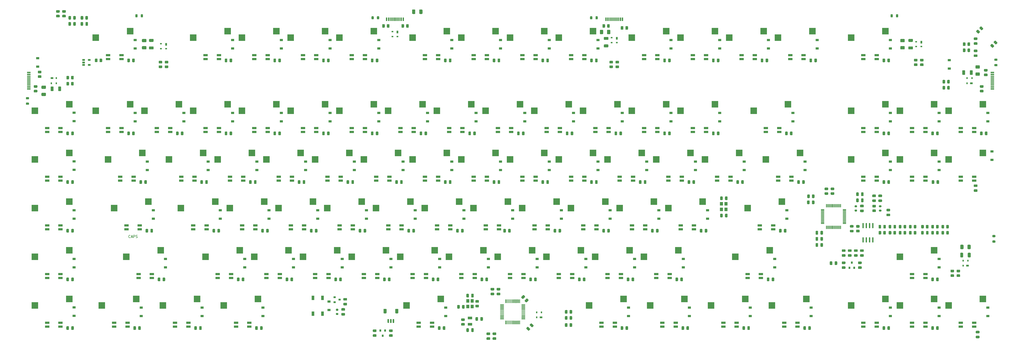
<source format=gbp>
%TF.GenerationSoftware,KiCad,Pcbnew,(5.1.10)-1*%
%TF.CreationDate,2021-10-20T12:05:14-04:00*%
%TF.ProjectId,custom_keyboard (f303_ fe2.1),63757374-6f6d-45f6-9b65-79626f617264,rev?*%
%TF.SameCoordinates,Original*%
%TF.FileFunction,Paste,Bot*%
%TF.FilePolarity,Positive*%
%FSLAX46Y46*%
G04 Gerber Fmt 4.6, Leading zero omitted, Abs format (unit mm)*
G04 Created by KiCad (PCBNEW (5.1.10)-1) date 2021-10-20 12:05:14*
%MOMM*%
%LPD*%
G01*
G04 APERTURE LIST*
%ADD10C,0.150000*%
%ADD11R,2.550000X2.500000*%
%ADD12R,1.800000X0.900000*%
%ADD13R,1.450000X0.600000*%
%ADD14R,1.450000X0.300000*%
%ADD15R,1.800000X1.000000*%
%ADD16R,1.060000X0.650000*%
%ADD17R,1.200000X0.900000*%
%ADD18R,0.700000X1.000000*%
%ADD19R,0.700000X0.600000*%
%ADD20O,0.588000X2.045000*%
%ADD21R,0.600000X1.450000*%
%ADD22R,0.300000X1.450000*%
%ADD23R,1.200000X1.400000*%
%ADD24R,0.900000X0.800000*%
%ADD25R,1.100000X1.800000*%
%ADD26R,0.800000X0.900000*%
%ADD27R,0.600000X0.700000*%
%ADD28R,1.000000X0.700000*%
%ADD29O,1.500000X0.270000*%
%ADD30O,0.270000X1.500000*%
G04 APERTURE END LIST*
%TO.C,MX52*%
D10*
X118753461Y-243954842D02*
X118705842Y-244002461D01*
X118562985Y-244050080D01*
X118467747Y-244050080D01*
X118324890Y-244002461D01*
X118229652Y-243907223D01*
X118182033Y-243811985D01*
X118134414Y-243621509D01*
X118134414Y-243478652D01*
X118182033Y-243288176D01*
X118229652Y-243192938D01*
X118324890Y-243097700D01*
X118467747Y-243050080D01*
X118562985Y-243050080D01*
X118705842Y-243097700D01*
X118753461Y-243145319D01*
X119134414Y-243764366D02*
X119610604Y-243764366D01*
X119039176Y-244050080D02*
X119372509Y-243050080D01*
X119705842Y-244050080D01*
X120039176Y-244050080D02*
X120039176Y-243050080D01*
X120420128Y-243050080D01*
X120515366Y-243097700D01*
X120562985Y-243145319D01*
X120610604Y-243240557D01*
X120610604Y-243383414D01*
X120562985Y-243478652D01*
X120515366Y-243526271D01*
X120420128Y-243573890D01*
X120039176Y-243573890D01*
X120991557Y-244002461D02*
X121134414Y-244050080D01*
X121372509Y-244050080D01*
X121467747Y-244002461D01*
X121515366Y-243954842D01*
X121562985Y-243859604D01*
X121562985Y-243764366D01*
X121515366Y-243669128D01*
X121467747Y-243621509D01*
X121372509Y-243573890D01*
X121182033Y-243526271D01*
X121086795Y-243478652D01*
X121039176Y-243431033D01*
X120991557Y-243335795D01*
X120991557Y-243240557D01*
X121039176Y-243145319D01*
X121086795Y-243097700D01*
X121182033Y-243050080D01*
X121420128Y-243050080D01*
X121562985Y-243097700D01*
%TD*%
D11*
%TO.C,MX83*%
X226731500Y-270492800D03*
X240156500Y-267952800D03*
D12*
X231541500Y-277332800D03*
X231541500Y-278832800D03*
X236741500Y-277332800D03*
X236741500Y-278832800D03*
%TD*%
D11*
%TO.C,MX84*%
X298164500Y-270492800D03*
X311589500Y-267952800D03*
D12*
X302974500Y-277332800D03*
X302974500Y-278832800D03*
X308174500Y-277332800D03*
X308174500Y-278832800D03*
%TD*%
D11*
%TO.C,MX32*%
X438649400Y-194297600D03*
X452074400Y-191757600D03*
D12*
X443459400Y-201137600D03*
X443459400Y-202637600D03*
X448659400Y-201137600D03*
X448659400Y-202637600D03*
%TD*%
%TO.C,J2*%
G36*
G01*
X219348600Y-277245200D02*
X219348600Y-275995200D01*
G75*
G02*
X219498600Y-275845200I150000J0D01*
G01*
X219798600Y-275845200D01*
G75*
G02*
X219948600Y-275995200I0J-150000D01*
G01*
X219948600Y-277245200D01*
G75*
G02*
X219798600Y-277395200I-150000J0D01*
G01*
X219498600Y-277395200D01*
G75*
G02*
X219348600Y-277245200I0J150000D01*
G01*
G37*
G36*
G01*
X220348600Y-277245200D02*
X220348600Y-275995200D01*
G75*
G02*
X220498600Y-275845200I150000J0D01*
G01*
X220798600Y-275845200D01*
G75*
G02*
X220948600Y-275995200I0J-150000D01*
G01*
X220948600Y-277245200D01*
G75*
G02*
X220798600Y-277395200I-150000J0D01*
G01*
X220498600Y-277395200D01*
G75*
G02*
X220348600Y-277245200I0J150000D01*
G01*
G37*
G36*
G01*
X221348600Y-277245200D02*
X221348600Y-275995200D01*
G75*
G02*
X221498600Y-275845200I150000J0D01*
G01*
X221798600Y-275845200D01*
G75*
G02*
X221948600Y-275995200I0J-150000D01*
G01*
X221948600Y-277245200D01*
G75*
G02*
X221798600Y-277395200I-150000J0D01*
G01*
X221498600Y-277395200D01*
G75*
G02*
X221348600Y-277245200I0J150000D01*
G01*
G37*
G36*
G01*
X217748600Y-273395201D02*
X217748600Y-272095199D01*
G75*
G02*
X217998599Y-271845200I249999J0D01*
G01*
X218698601Y-271845200D01*
G75*
G02*
X218948600Y-272095199I0J-249999D01*
G01*
X218948600Y-273395201D01*
G75*
G02*
X218698601Y-273645200I-249999J0D01*
G01*
X217998599Y-273645200D01*
G75*
G02*
X217748600Y-273395201I0J249999D01*
G01*
G37*
G36*
G01*
X222348600Y-273395201D02*
X222348600Y-272095199D01*
G75*
G02*
X222598599Y-271845200I249999J0D01*
G01*
X223298601Y-271845200D01*
G75*
G02*
X223548600Y-272095199I0J-249999D01*
G01*
X223548600Y-273395201D01*
G75*
G02*
X223298601Y-273645200I-249999J0D01*
G01*
X222598599Y-273645200D01*
G75*
G02*
X222348600Y-273395201I0J249999D01*
G01*
G37*
%TD*%
D13*
%TO.C,USB7*%
X455825800Y-185776000D03*
X455825800Y-179326000D03*
X455825800Y-185001000D03*
X455825800Y-180101000D03*
D14*
X455825800Y-180801000D03*
X455825800Y-184301000D03*
X455825800Y-181301000D03*
X455825800Y-183801000D03*
X455825800Y-181801000D03*
X455825800Y-183301000D03*
X455825800Y-182801000D03*
X455825800Y-182301000D03*
%TD*%
D15*
%TO.C,Y2*%
X251602900Y-275413900D03*
X251602900Y-277913900D03*
%TD*%
D16*
%TO.C,U12*%
X100493600Y-176357700D03*
X100493600Y-175407700D03*
X100493600Y-174457700D03*
X102693600Y-174457700D03*
X102693600Y-176357700D03*
%TD*%
%TO.C,R30*%
G36*
G01*
X199340550Y-271807800D02*
X199890550Y-271807800D01*
G75*
G02*
X200090550Y-272007800I0J-200000D01*
G01*
X200090550Y-272407800D01*
G75*
G02*
X199890550Y-272607800I-200000J0D01*
G01*
X199340550Y-272607800D01*
G75*
G02*
X199140550Y-272407800I0J200000D01*
G01*
X199140550Y-272007800D01*
G75*
G02*
X199340550Y-271807800I200000J0D01*
G01*
G37*
G36*
G01*
X199340550Y-273457800D02*
X199890550Y-273457800D01*
G75*
G02*
X200090550Y-273657800I0J-200000D01*
G01*
X200090550Y-274057800D01*
G75*
G02*
X199890550Y-274257800I-200000J0D01*
G01*
X199340550Y-274257800D01*
G75*
G02*
X199140550Y-274057800I0J200000D01*
G01*
X199140550Y-273657800D01*
G75*
G02*
X199340550Y-273457800I200000J0D01*
G01*
G37*
%TD*%
%TO.C,R23*%
G36*
G01*
X412205300Y-233779100D02*
X411655300Y-233779100D01*
G75*
G02*
X411455300Y-233579100I0J200000D01*
G01*
X411455300Y-233179100D01*
G75*
G02*
X411655300Y-232979100I200000J0D01*
G01*
X412205300Y-232979100D01*
G75*
G02*
X412405300Y-233179100I0J-200000D01*
G01*
X412405300Y-233579100D01*
G75*
G02*
X412205300Y-233779100I-200000J0D01*
G01*
G37*
G36*
G01*
X412205300Y-232129100D02*
X411655300Y-232129100D01*
G75*
G02*
X411455300Y-231929100I0J200000D01*
G01*
X411455300Y-231529100D01*
G75*
G02*
X411655300Y-231329100I200000J0D01*
G01*
X412205300Y-231329100D01*
G75*
G02*
X412405300Y-231529100I0J-200000D01*
G01*
X412405300Y-231929100D01*
G75*
G02*
X412205300Y-232129100I-200000J0D01*
G01*
G37*
%TD*%
%TO.C,R21*%
G36*
G01*
X402130900Y-231329100D02*
X402680900Y-231329100D01*
G75*
G02*
X402880900Y-231529100I0J-200000D01*
G01*
X402880900Y-231929100D01*
G75*
G02*
X402680900Y-232129100I-200000J0D01*
G01*
X402130900Y-232129100D01*
G75*
G02*
X401930900Y-231929100I0J200000D01*
G01*
X401930900Y-231529100D01*
G75*
G02*
X402130900Y-231329100I200000J0D01*
G01*
G37*
G36*
G01*
X402130900Y-232979100D02*
X402680900Y-232979100D01*
G75*
G02*
X402880900Y-233179100I0J-200000D01*
G01*
X402880900Y-233579100D01*
G75*
G02*
X402680900Y-233779100I-200000J0D01*
G01*
X402130900Y-233779100D01*
G75*
G02*
X401930900Y-233579100I0J200000D01*
G01*
X401930900Y-233179100D01*
G75*
G02*
X402130900Y-232979100I200000J0D01*
G01*
G37*
%TD*%
%TO.C,UD7*%
G36*
G01*
X435903700Y-242534750D02*
X435903700Y-241622250D01*
G75*
G02*
X436147450Y-241378500I243750J0D01*
G01*
X436634950Y-241378500D01*
G75*
G02*
X436878700Y-241622250I0J-243750D01*
G01*
X436878700Y-242534750D01*
G75*
G02*
X436634950Y-242778500I-243750J0D01*
G01*
X436147450Y-242778500D01*
G75*
G02*
X435903700Y-242534750I0J243750D01*
G01*
G37*
G36*
G01*
X437778700Y-242534750D02*
X437778700Y-241622250D01*
G75*
G02*
X438022450Y-241378500I243750J0D01*
G01*
X438509950Y-241378500D01*
G75*
G02*
X438753700Y-241622250I0J-243750D01*
G01*
X438753700Y-242534750D01*
G75*
G02*
X438509950Y-242778500I-243750J0D01*
G01*
X438022450Y-242778500D01*
G75*
G02*
X437778700Y-242534750I0J243750D01*
G01*
G37*
%TD*%
%TO.C,UD6*%
G36*
G01*
X431935200Y-242534750D02*
X431935200Y-241622250D01*
G75*
G02*
X432178950Y-241378500I243750J0D01*
G01*
X432666450Y-241378500D01*
G75*
G02*
X432910200Y-241622250I0J-243750D01*
G01*
X432910200Y-242534750D01*
G75*
G02*
X432666450Y-242778500I-243750J0D01*
G01*
X432178950Y-242778500D01*
G75*
G02*
X431935200Y-242534750I0J243750D01*
G01*
G37*
G36*
G01*
X433810200Y-242534750D02*
X433810200Y-241622250D01*
G75*
G02*
X434053950Y-241378500I243750J0D01*
G01*
X434541450Y-241378500D01*
G75*
G02*
X434785200Y-241622250I0J-243750D01*
G01*
X434785200Y-242534750D01*
G75*
G02*
X434541450Y-242778500I-243750J0D01*
G01*
X434053950Y-242778500D01*
G75*
G02*
X433810200Y-242534750I0J243750D01*
G01*
G37*
%TD*%
%TO.C,UD5*%
G36*
G01*
X427966700Y-242534750D02*
X427966700Y-241622250D01*
G75*
G02*
X428210450Y-241378500I243750J0D01*
G01*
X428697950Y-241378500D01*
G75*
G02*
X428941700Y-241622250I0J-243750D01*
G01*
X428941700Y-242534750D01*
G75*
G02*
X428697950Y-242778500I-243750J0D01*
G01*
X428210450Y-242778500D01*
G75*
G02*
X427966700Y-242534750I0J243750D01*
G01*
G37*
G36*
G01*
X429841700Y-242534750D02*
X429841700Y-241622250D01*
G75*
G02*
X430085450Y-241378500I243750J0D01*
G01*
X430572950Y-241378500D01*
G75*
G02*
X430816700Y-241622250I0J-243750D01*
G01*
X430816700Y-242534750D01*
G75*
G02*
X430572950Y-242778500I-243750J0D01*
G01*
X430085450Y-242778500D01*
G75*
G02*
X429841700Y-242534750I0J243750D01*
G01*
G37*
%TD*%
%TO.C,UD4*%
G36*
G01*
X426054500Y-239241150D02*
X426054500Y-240153650D01*
G75*
G02*
X425810750Y-240397400I-243750J0D01*
G01*
X425323250Y-240397400D01*
G75*
G02*
X425079500Y-240153650I0J243750D01*
G01*
X425079500Y-239241150D01*
G75*
G02*
X425323250Y-238997400I243750J0D01*
G01*
X425810750Y-238997400D01*
G75*
G02*
X426054500Y-239241150I0J-243750D01*
G01*
G37*
G36*
G01*
X424179500Y-239241150D02*
X424179500Y-240153650D01*
G75*
G02*
X423935750Y-240397400I-243750J0D01*
G01*
X423448250Y-240397400D01*
G75*
G02*
X423204500Y-240153650I0J243750D01*
G01*
X423204500Y-239241150D01*
G75*
G02*
X423448250Y-238997400I243750J0D01*
G01*
X423935750Y-238997400D01*
G75*
G02*
X424179500Y-239241150I0J-243750D01*
G01*
G37*
%TD*%
%TO.C,UD3*%
G36*
G01*
X422086000Y-239241150D02*
X422086000Y-240153650D01*
G75*
G02*
X421842250Y-240397400I-243750J0D01*
G01*
X421354750Y-240397400D01*
G75*
G02*
X421111000Y-240153650I0J243750D01*
G01*
X421111000Y-239241150D01*
G75*
G02*
X421354750Y-238997400I243750J0D01*
G01*
X421842250Y-238997400D01*
G75*
G02*
X422086000Y-239241150I0J-243750D01*
G01*
G37*
G36*
G01*
X420211000Y-239241150D02*
X420211000Y-240153650D01*
G75*
G02*
X419967250Y-240397400I-243750J0D01*
G01*
X419479750Y-240397400D01*
G75*
G02*
X419236000Y-240153650I0J243750D01*
G01*
X419236000Y-239241150D01*
G75*
G02*
X419479750Y-238997400I243750J0D01*
G01*
X419967250Y-238997400D01*
G75*
G02*
X420211000Y-239241150I0J-243750D01*
G01*
G37*
%TD*%
%TO.C,UD2*%
G36*
G01*
X418117500Y-239241150D02*
X418117500Y-240153650D01*
G75*
G02*
X417873750Y-240397400I-243750J0D01*
G01*
X417386250Y-240397400D01*
G75*
G02*
X417142500Y-240153650I0J243750D01*
G01*
X417142500Y-239241150D01*
G75*
G02*
X417386250Y-238997400I243750J0D01*
G01*
X417873750Y-238997400D01*
G75*
G02*
X418117500Y-239241150I0J-243750D01*
G01*
G37*
G36*
G01*
X416242500Y-239241150D02*
X416242500Y-240153650D01*
G75*
G02*
X415998750Y-240397400I-243750J0D01*
G01*
X415511250Y-240397400D01*
G75*
G02*
X415267500Y-240153650I0J243750D01*
G01*
X415267500Y-239241150D01*
G75*
G02*
X415511250Y-238997400I243750J0D01*
G01*
X415998750Y-238997400D01*
G75*
G02*
X416242500Y-239241150I0J-243750D01*
G01*
G37*
%TD*%
%TO.C,UD1*%
G36*
G01*
X414149000Y-239241150D02*
X414149000Y-240153650D01*
G75*
G02*
X413905250Y-240397400I-243750J0D01*
G01*
X413417750Y-240397400D01*
G75*
G02*
X413174000Y-240153650I0J243750D01*
G01*
X413174000Y-239241150D01*
G75*
G02*
X413417750Y-238997400I243750J0D01*
G01*
X413905250Y-238997400D01*
G75*
G02*
X414149000Y-239241150I0J-243750D01*
G01*
G37*
G36*
G01*
X412274000Y-239241150D02*
X412274000Y-240153650D01*
G75*
G02*
X412030250Y-240397400I-243750J0D01*
G01*
X411542750Y-240397400D01*
G75*
G02*
X411299000Y-240153650I0J243750D01*
G01*
X411299000Y-239241150D01*
G75*
G02*
X411542750Y-238997400I243750J0D01*
G01*
X412030250Y-238997400D01*
G75*
G02*
X412274000Y-239241150I0J-243750D01*
G01*
G37*
%TD*%
%TO.C,D10*%
G36*
G01*
X400362250Y-239066100D02*
X401274750Y-239066100D01*
G75*
G02*
X401518500Y-239309850I0J-243750D01*
G01*
X401518500Y-239797350D01*
G75*
G02*
X401274750Y-240041100I-243750J0D01*
G01*
X400362250Y-240041100D01*
G75*
G02*
X400118500Y-239797350I0J243750D01*
G01*
X400118500Y-239309850D01*
G75*
G02*
X400362250Y-239066100I243750J0D01*
G01*
G37*
G36*
G01*
X400362250Y-240941100D02*
X401274750Y-240941100D01*
G75*
G02*
X401518500Y-241184850I0J-243750D01*
G01*
X401518500Y-241672350D01*
G75*
G02*
X401274750Y-241916100I-243750J0D01*
G01*
X400362250Y-241916100D01*
G75*
G02*
X400118500Y-241672350I0J243750D01*
G01*
X400118500Y-241184850D01*
G75*
G02*
X400362250Y-240941100I243750J0D01*
G01*
G37*
%TD*%
%TO.C,C34*%
G36*
G01*
X443215700Y-251459201D02*
X443215700Y-250159199D01*
G75*
G02*
X443465699Y-249909200I249999J0D01*
G01*
X444115701Y-249909200D01*
G75*
G02*
X444365700Y-250159199I0J-249999D01*
G01*
X444365700Y-251459201D01*
G75*
G02*
X444115701Y-251709200I-249999J0D01*
G01*
X443465699Y-251709200D01*
G75*
G02*
X443215700Y-251459201I0J249999D01*
G01*
G37*
G36*
G01*
X446165700Y-251459201D02*
X446165700Y-250159199D01*
G75*
G02*
X446415699Y-249909200I249999J0D01*
G01*
X447065701Y-249909200D01*
G75*
G02*
X447315700Y-250159199I0J-249999D01*
G01*
X447315700Y-251459201D01*
G75*
G02*
X447065701Y-251709200I-249999J0D01*
G01*
X446415699Y-251709200D01*
G75*
G02*
X446165700Y-251459201I0J249999D01*
G01*
G37*
%TD*%
%TO.C,C25*%
G36*
G01*
X126341999Y-166214400D02*
X127642001Y-166214400D01*
G75*
G02*
X127892000Y-166464399I0J-249999D01*
G01*
X127892000Y-167114401D01*
G75*
G02*
X127642001Y-167364400I-249999J0D01*
G01*
X126341999Y-167364400D01*
G75*
G02*
X126092000Y-167114401I0J249999D01*
G01*
X126092000Y-166464399D01*
G75*
G02*
X126341999Y-166214400I249999J0D01*
G01*
G37*
G36*
G01*
X126341999Y-169164400D02*
X127642001Y-169164400D01*
G75*
G02*
X127892000Y-169414399I0J-249999D01*
G01*
X127892000Y-170064401D01*
G75*
G02*
X127642001Y-170314400I-249999J0D01*
G01*
X126341999Y-170314400D01*
G75*
G02*
X126092000Y-170064401I0J249999D01*
G01*
X126092000Y-169414399D01*
G75*
G02*
X126341999Y-169164400I249999J0D01*
G01*
G37*
%TD*%
%TO.C,C23*%
G36*
G01*
X87638100Y-186375801D02*
X87638100Y-185075799D01*
G75*
G02*
X87888099Y-184825800I249999J0D01*
G01*
X88538101Y-184825800D01*
G75*
G02*
X88788100Y-185075799I0J-249999D01*
G01*
X88788100Y-186375801D01*
G75*
G02*
X88538101Y-186625800I-249999J0D01*
G01*
X87888099Y-186625800D01*
G75*
G02*
X87638100Y-186375801I0J249999D01*
G01*
G37*
G36*
G01*
X90588100Y-186375801D02*
X90588100Y-185075799D01*
G75*
G02*
X90838099Y-184825800I249999J0D01*
G01*
X91488101Y-184825800D01*
G75*
G02*
X91738100Y-185075799I0J-249999D01*
G01*
X91738100Y-186375801D01*
G75*
G02*
X91488101Y-186625800I-249999J0D01*
G01*
X90838099Y-186625800D01*
G75*
G02*
X90588100Y-186375801I0J249999D01*
G01*
G37*
%TD*%
%TO.C,C13*%
G36*
G01*
X423185799Y-166214400D02*
X424485801Y-166214400D01*
G75*
G02*
X424735800Y-166464399I0J-249999D01*
G01*
X424735800Y-167114401D01*
G75*
G02*
X424485801Y-167364400I-249999J0D01*
G01*
X423185799Y-167364400D01*
G75*
G02*
X422935800Y-167114401I0J249999D01*
G01*
X422935800Y-166464399D01*
G75*
G02*
X423185799Y-166214400I249999J0D01*
G01*
G37*
G36*
G01*
X423185799Y-169164400D02*
X424485801Y-169164400D01*
G75*
G02*
X424735800Y-169414399I0J-249999D01*
G01*
X424735800Y-170064401D01*
G75*
G02*
X424485801Y-170314400I-249999J0D01*
G01*
X423185799Y-170314400D01*
G75*
G02*
X422935800Y-170064401I0J249999D01*
G01*
X422935800Y-169414399D01*
G75*
G02*
X423185799Y-169164400I249999J0D01*
G01*
G37*
%TD*%
%TO.C,C10*%
G36*
G01*
X445159400Y-178726199D02*
X445159400Y-180026201D01*
G75*
G02*
X444909401Y-180276200I-249999J0D01*
G01*
X444259399Y-180276200D01*
G75*
G02*
X444009400Y-180026201I0J249999D01*
G01*
X444009400Y-178726199D01*
G75*
G02*
X444259399Y-178476200I249999J0D01*
G01*
X444909401Y-178476200D01*
G75*
G02*
X445159400Y-178726199I0J-249999D01*
G01*
G37*
G36*
G01*
X448109400Y-178726199D02*
X448109400Y-180026201D01*
G75*
G02*
X447859401Y-180276200I-249999J0D01*
G01*
X447209399Y-180276200D01*
G75*
G02*
X446959400Y-180026201I0J249999D01*
G01*
X446959400Y-178726199D01*
G75*
G02*
X447209399Y-178476200I249999J0D01*
G01*
X447859401Y-178476200D01*
G75*
G02*
X448109400Y-178726199I0J-249999D01*
G01*
G37*
%TD*%
%TO.C,C2*%
G36*
G01*
X304130799Y-165420700D02*
X305430801Y-165420700D01*
G75*
G02*
X305680800Y-165670699I0J-249999D01*
G01*
X305680800Y-166320701D01*
G75*
G02*
X305430801Y-166570700I-249999J0D01*
G01*
X304130799Y-166570700D01*
G75*
G02*
X303880800Y-166320701I0J249999D01*
G01*
X303880800Y-165670699D01*
G75*
G02*
X304130799Y-165420700I249999J0D01*
G01*
G37*
G36*
G01*
X304130799Y-168370700D02*
X305430801Y-168370700D01*
G75*
G02*
X305680800Y-168620699I0J-249999D01*
G01*
X305680800Y-169270701D01*
G75*
G02*
X305430801Y-169520700I-249999J0D01*
G01*
X304130799Y-169520700D01*
G75*
G02*
X303880800Y-169270701I0J249999D01*
G01*
X303880800Y-168620699D01*
G75*
G02*
X304130799Y-168370700I249999J0D01*
G01*
G37*
%TD*%
%TO.C,C7*%
G36*
G01*
X449709200Y-171386050D02*
X448759200Y-171386050D01*
G75*
G02*
X448509200Y-171136050I0J250000D01*
G01*
X448509200Y-170636050D01*
G75*
G02*
X448759200Y-170386050I250000J0D01*
G01*
X449709200Y-170386050D01*
G75*
G02*
X449959200Y-170636050I0J-250000D01*
G01*
X449959200Y-171136050D01*
G75*
G02*
X449709200Y-171386050I-250000J0D01*
G01*
G37*
G36*
G01*
X449709200Y-173286050D02*
X448759200Y-173286050D01*
G75*
G02*
X448509200Y-173036050I0J250000D01*
G01*
X448509200Y-172536050D01*
G75*
G02*
X448759200Y-172286050I250000J0D01*
G01*
X449709200Y-172286050D01*
G75*
G02*
X449959200Y-172536050I0J-250000D01*
G01*
X449959200Y-173036050D01*
G75*
G02*
X449709200Y-173286050I-250000J0D01*
G01*
G37*
%TD*%
%TO.C,C8*%
G36*
G01*
X449709200Y-168523850D02*
X448759200Y-168523850D01*
G75*
G02*
X448509200Y-168273850I0J250000D01*
G01*
X448509200Y-167773850D01*
G75*
G02*
X448759200Y-167523850I250000J0D01*
G01*
X449709200Y-167523850D01*
G75*
G02*
X449959200Y-167773850I0J-250000D01*
G01*
X449959200Y-168273850D01*
G75*
G02*
X449709200Y-168523850I-250000J0D01*
G01*
G37*
G36*
G01*
X449709200Y-166623850D02*
X448759200Y-166623850D01*
G75*
G02*
X448509200Y-166373850I0J250000D01*
G01*
X448509200Y-165873850D01*
G75*
G02*
X448759200Y-165623850I250000J0D01*
G01*
X449709200Y-165623850D01*
G75*
G02*
X449959200Y-165873850I0J-250000D01*
G01*
X449959200Y-166373850D01*
G75*
G02*
X449709200Y-166623850I-250000J0D01*
G01*
G37*
%TD*%
%TO.C,C1*%
G36*
G01*
X246581250Y-271523550D02*
X246581250Y-270573550D01*
G75*
G02*
X246831250Y-270323550I250000J0D01*
G01*
X247331250Y-270323550D01*
G75*
G02*
X247581250Y-270573550I0J-250000D01*
G01*
X247581250Y-271523550D01*
G75*
G02*
X247331250Y-271773550I-250000J0D01*
G01*
X246831250Y-271773550D01*
G75*
G02*
X246581250Y-271523550I0J250000D01*
G01*
G37*
G36*
G01*
X248481250Y-271523550D02*
X248481250Y-270573550D01*
G75*
G02*
X248731250Y-270323550I250000J0D01*
G01*
X249231250Y-270323550D01*
G75*
G02*
X249481250Y-270573550I0J-250000D01*
G01*
X249481250Y-271523550D01*
G75*
G02*
X249231250Y-271773550I-250000J0D01*
G01*
X248731250Y-271773550D01*
G75*
G02*
X248481250Y-271523550I0J250000D01*
G01*
G37*
%TD*%
%TO.C,C3*%
G36*
G01*
X250152900Y-267158200D02*
X250152900Y-266208200D01*
G75*
G02*
X250402900Y-265958200I250000J0D01*
G01*
X250902900Y-265958200D01*
G75*
G02*
X251152900Y-266208200I0J-250000D01*
G01*
X251152900Y-267158200D01*
G75*
G02*
X250902900Y-267408200I-250000J0D01*
G01*
X250402900Y-267408200D01*
G75*
G02*
X250152900Y-267158200I0J250000D01*
G01*
G37*
G36*
G01*
X252052900Y-267158200D02*
X252052900Y-266208200D01*
G75*
G02*
X252302900Y-265958200I250000J0D01*
G01*
X252802900Y-265958200D01*
G75*
G02*
X253052900Y-266208200I0J-250000D01*
G01*
X253052900Y-267158200D01*
G75*
G02*
X252802900Y-267408200I-250000J0D01*
G01*
X252302900Y-267408200D01*
G75*
G02*
X252052900Y-267158200I0J250000D01*
G01*
G37*
%TD*%
%TO.C,C37*%
G36*
G01*
X405262000Y-251465500D02*
X404312000Y-251465500D01*
G75*
G02*
X404062000Y-251215500I0J250000D01*
G01*
X404062000Y-250715500D01*
G75*
G02*
X404312000Y-250465500I250000J0D01*
G01*
X405262000Y-250465500D01*
G75*
G02*
X405512000Y-250715500I0J-250000D01*
G01*
X405512000Y-251215500D01*
G75*
G02*
X405262000Y-251465500I-250000J0D01*
G01*
G37*
G36*
G01*
X405262000Y-249565500D02*
X404312000Y-249565500D01*
G75*
G02*
X404062000Y-249315500I0J250000D01*
G01*
X404062000Y-248815500D01*
G75*
G02*
X404312000Y-248565500I250000J0D01*
G01*
X405262000Y-248565500D01*
G75*
G02*
X405512000Y-248815500I0J-250000D01*
G01*
X405512000Y-249315500D01*
G75*
G02*
X405262000Y-249565500I-250000J0D01*
G01*
G37*
%TD*%
%TO.C,C11*%
G36*
G01*
X409074200Y-227135600D02*
X410024200Y-227135600D01*
G75*
G02*
X410274200Y-227385600I0J-250000D01*
G01*
X410274200Y-227885600D01*
G75*
G02*
X410024200Y-228135600I-250000J0D01*
G01*
X409074200Y-228135600D01*
G75*
G02*
X408824200Y-227885600I0J250000D01*
G01*
X408824200Y-227385600D01*
G75*
G02*
X409074200Y-227135600I250000J0D01*
G01*
G37*
G36*
G01*
X409074200Y-229035600D02*
X410024200Y-229035600D01*
G75*
G02*
X410274200Y-229285600I0J-250000D01*
G01*
X410274200Y-229785600D01*
G75*
G02*
X410024200Y-230035600I-250000J0D01*
G01*
X409074200Y-230035600D01*
G75*
G02*
X408824200Y-229785600I0J250000D01*
G01*
X408824200Y-229285600D01*
G75*
G02*
X409074200Y-229035600I250000J0D01*
G01*
G37*
%TD*%
%TO.C,C32*%
G36*
G01*
X352265400Y-234857050D02*
X352265400Y-235807050D01*
G75*
G02*
X352015400Y-236057050I-250000J0D01*
G01*
X351515400Y-236057050D01*
G75*
G02*
X351265400Y-235807050I0J250000D01*
G01*
X351265400Y-234857050D01*
G75*
G02*
X351515400Y-234607050I250000J0D01*
G01*
X352015400Y-234607050D01*
G75*
G02*
X352265400Y-234857050I0J-250000D01*
G01*
G37*
G36*
G01*
X350365400Y-234857050D02*
X350365400Y-235807050D01*
G75*
G02*
X350115400Y-236057050I-250000J0D01*
G01*
X349615400Y-236057050D01*
G75*
G02*
X349365400Y-235807050I0J250000D01*
G01*
X349365400Y-234857050D01*
G75*
G02*
X349615400Y-234607050I250000J0D01*
G01*
X350115400Y-234607050D01*
G75*
G02*
X350365400Y-234857050I0J-250000D01*
G01*
G37*
%TD*%
%TO.C,C33*%
G36*
G01*
X349365400Y-229060600D02*
X349365400Y-228110600D01*
G75*
G02*
X349615400Y-227860600I250000J0D01*
G01*
X350115400Y-227860600D01*
G75*
G02*
X350365400Y-228110600I0J-250000D01*
G01*
X350365400Y-229060600D01*
G75*
G02*
X350115400Y-229310600I-250000J0D01*
G01*
X349615400Y-229310600D01*
G75*
G02*
X349365400Y-229060600I0J250000D01*
G01*
G37*
G36*
G01*
X351265400Y-229060600D02*
X351265400Y-228110600D01*
G75*
G02*
X351515400Y-227860600I250000J0D01*
G01*
X352015400Y-227860600D01*
G75*
G02*
X352265400Y-228110600I0J-250000D01*
G01*
X352265400Y-229060600D01*
G75*
G02*
X352015400Y-229310600I-250000J0D01*
G01*
X351515400Y-229310600D01*
G75*
G02*
X351265400Y-229060600I0J250000D01*
G01*
G37*
%TD*%
D17*
%TO.C,KD15*%
X96831400Y-198425000D03*
X96831400Y-195125000D03*
%TD*%
%TO.C,KD33*%
X96831400Y-217473800D03*
X96831400Y-214173800D03*
%TD*%
%TO.C,KD51*%
X96831400Y-236585200D03*
X96831400Y-233285200D03*
%TD*%
%TO.C,KD65*%
X96831400Y-255634000D03*
X96831400Y-252334000D03*
%TD*%
%TO.C,KD80*%
X123023500Y-274682800D03*
X123023500Y-271382800D03*
%TD*%
%TO.C,KD1*%
X120642400Y-169914400D03*
X120642400Y-166614400D03*
%TD*%
%TO.C,KD16*%
X120642400Y-198487600D03*
X120642400Y-195187600D03*
%TD*%
%TO.C,KD34*%
X125404600Y-217536400D03*
X125404600Y-214236400D03*
%TD*%
%TO.C,KD52*%
X127785700Y-236585200D03*
X127785700Y-233285200D03*
%TD*%
%TO.C,KD79*%
X96831400Y-274620200D03*
X96831400Y-271320200D03*
%TD*%
%TO.C,KD2*%
X158740000Y-169914400D03*
X158740000Y-166614400D03*
%TD*%
%TO.C,KD18*%
X158740000Y-198487600D03*
X158740000Y-195187600D03*
%TD*%
%TO.C,KD36*%
X168264400Y-217536400D03*
X168264400Y-214236400D03*
%TD*%
%TO.C,KD54*%
X173026600Y-236585200D03*
X173026600Y-233285200D03*
%TD*%
%TO.C,KD67*%
X163502200Y-255634000D03*
X163502200Y-252334000D03*
%TD*%
%TO.C,KD82*%
X170645500Y-274682800D03*
X170645500Y-271382800D03*
%TD*%
%TO.C,KD17*%
X139691200Y-198487600D03*
X139691200Y-195187600D03*
%TD*%
%TO.C,KD35*%
X149215600Y-217536400D03*
X149215600Y-214236400D03*
%TD*%
%TO.C,KD53*%
X153977800Y-236585200D03*
X153977800Y-233285200D03*
%TD*%
%TO.C,KD66*%
X132547900Y-255634000D03*
X132547900Y-252334000D03*
%TD*%
%TO.C,KD81*%
X146834500Y-274682800D03*
X146834500Y-271382800D03*
%TD*%
%TO.C,KD3*%
X177788800Y-169914400D03*
X177788800Y-166614400D03*
%TD*%
%TO.C,KD19*%
X177788800Y-198487600D03*
X177788800Y-195187600D03*
%TD*%
%TO.C,KD37*%
X187313200Y-217536400D03*
X187313200Y-214236400D03*
%TD*%
%TO.C,KD55*%
X192075400Y-236585200D03*
X192075400Y-233285200D03*
%TD*%
%TO.C,KD68*%
X182551000Y-255634000D03*
X182551000Y-252334000D03*
%TD*%
%TO.C,KD70*%
X220648600Y-255634000D03*
X220648600Y-252334000D03*
%TD*%
%TO.C,KD4*%
X196837600Y-169914400D03*
X196837600Y-166614400D03*
%TD*%
%TO.C,KD20*%
X196837600Y-198487600D03*
X196837600Y-195187600D03*
%TD*%
%TO.C,KD38*%
X206362000Y-217536400D03*
X206362000Y-214236400D03*
%TD*%
%TO.C,KD56*%
X211124200Y-236585200D03*
X211124200Y-233285200D03*
%TD*%
%TO.C,KD69*%
X201599800Y-255634000D03*
X201599800Y-252334000D03*
%TD*%
%TO.C,KD5*%
X215886400Y-169914400D03*
X215886400Y-166614400D03*
%TD*%
%TO.C,KD21*%
X215886400Y-198487600D03*
X215886400Y-195187600D03*
%TD*%
%TO.C,KD39*%
X225410800Y-217536400D03*
X225410800Y-214236400D03*
%TD*%
%TO.C,KD57*%
X230173000Y-236585200D03*
X230173000Y-233285200D03*
%TD*%
%TO.C,KD71*%
X239697400Y-255634000D03*
X239697400Y-252334000D03*
%TD*%
%TO.C,KD83*%
X242078500Y-274682800D03*
X242078500Y-271382800D03*
%TD*%
%TO.C,KD6*%
X244459600Y-169914400D03*
X244459600Y-166614400D03*
%TD*%
%TO.C,KD22*%
X234935200Y-198487600D03*
X234935200Y-195187600D03*
%TD*%
%TO.C,KD40*%
X244459600Y-217536400D03*
X244459600Y-214236400D03*
%TD*%
%TO.C,KD58*%
X249221800Y-236585200D03*
X249221800Y-233285200D03*
%TD*%
%TO.C,KD72*%
X258746200Y-255634000D03*
X258746200Y-252334000D03*
%TD*%
%TO.C,KD7*%
X263508400Y-169914400D03*
X263508400Y-166614400D03*
%TD*%
%TO.C,KD23*%
X253984000Y-198487600D03*
X253984000Y-195187600D03*
%TD*%
%TO.C,KD41*%
X263508400Y-217536400D03*
X263508400Y-214236400D03*
%TD*%
%TO.C,KD59*%
X268270600Y-236585200D03*
X268270600Y-233285200D03*
%TD*%
%TO.C,KD73*%
X277795000Y-255634000D03*
X277795000Y-252334000D03*
%TD*%
%TO.C,KD8*%
X282557200Y-169914400D03*
X282557200Y-166614400D03*
%TD*%
%TO.C,KD24*%
X273032800Y-198487600D03*
X273032800Y-195187600D03*
%TD*%
%TO.C,KD42*%
X282557200Y-217536400D03*
X282557200Y-214236400D03*
%TD*%
%TO.C,KD60*%
X287319400Y-236585200D03*
X287319400Y-233285200D03*
%TD*%
%TO.C,KD74*%
X296843800Y-255634000D03*
X296843800Y-252334000D03*
%TD*%
%TO.C,KD9*%
X301606000Y-169914400D03*
X301606000Y-166614400D03*
%TD*%
%TO.C,KD25*%
X292081600Y-198487600D03*
X292081600Y-195187600D03*
%TD*%
%TO.C,KD43*%
X301606000Y-217536400D03*
X301606000Y-214236400D03*
%TD*%
%TO.C,KD61*%
X306368200Y-236585200D03*
X306368200Y-233285200D03*
%TD*%
%TO.C,KD75*%
X315892600Y-255634000D03*
X315892600Y-252334000D03*
%TD*%
%TO.C,KD84*%
X313511500Y-274682800D03*
X313511500Y-271382800D03*
%TD*%
%TO.C,KD10*%
X330179200Y-169914400D03*
X330179200Y-166614400D03*
%TD*%
%TO.C,KD26*%
X311130400Y-198487600D03*
X311130400Y-195187600D03*
%TD*%
%TO.C,KD44*%
X320654800Y-217536400D03*
X320654800Y-214236400D03*
%TD*%
%TO.C,KD62*%
X325417000Y-236585200D03*
X325417000Y-233285200D03*
%TD*%
%TO.C,KD76*%
X334941400Y-255634000D03*
X334941400Y-252334000D03*
%TD*%
%TO.C,KD11*%
X349228000Y-169914400D03*
X349228000Y-166614400D03*
%TD*%
%TO.C,KD27*%
X330179200Y-198487600D03*
X330179200Y-195187600D03*
%TD*%
%TO.C,KD45*%
X339703600Y-217536400D03*
X339703600Y-214236400D03*
%TD*%
%TO.C,KD63*%
X344465800Y-236585200D03*
X344465800Y-233285200D03*
%TD*%
%TO.C,KD85*%
X337322500Y-274682800D03*
X337322500Y-271382800D03*
%TD*%
%TO.C,KD86*%
X361133500Y-274682800D03*
X361133500Y-271382800D03*
%TD*%
%TO.C,KD12*%
X368276800Y-169914400D03*
X368276800Y-166614400D03*
%TD*%
%TO.C,KD28*%
X349228000Y-198487600D03*
X349228000Y-195187600D03*
%TD*%
%TO.C,KD46*%
X358752400Y-217536400D03*
X358752400Y-214236400D03*
%TD*%
%TO.C,KD87*%
X384944500Y-274682800D03*
X384944500Y-271382800D03*
%TD*%
%TO.C,KD13*%
X387325600Y-169914400D03*
X387325600Y-166614400D03*
%TD*%
%TO.C,KD29*%
X377801200Y-198487600D03*
X377801200Y-195187600D03*
%TD*%
%TO.C,KD47*%
X382563400Y-217536400D03*
X382563400Y-214236400D03*
%TD*%
%TO.C,KD64*%
X375420100Y-236585200D03*
X375420100Y-233285200D03*
%TD*%
%TO.C,KD77*%
X370657900Y-255634000D03*
X370657900Y-252334000D03*
%TD*%
%TO.C,KD88*%
X415898800Y-274682800D03*
X415898800Y-271382800D03*
%TD*%
%TO.C,KD14*%
X415898800Y-169914400D03*
X415898800Y-166614400D03*
%TD*%
%TO.C,KD30*%
X415898800Y-198487600D03*
X415898800Y-195187600D03*
%TD*%
%TO.C,KD48*%
X415898800Y-217536400D03*
X415898800Y-214236400D03*
%TD*%
%TO.C,KD31*%
X434947600Y-198487600D03*
X434947600Y-195187600D03*
%TD*%
%TO.C,KD49*%
X434947600Y-217536400D03*
X434947600Y-214236400D03*
%TD*%
%TO.C,KD78*%
X434947600Y-255634000D03*
X434947600Y-252334000D03*
%TD*%
%TO.C,KD89*%
X434947600Y-274682800D03*
X434947600Y-271382800D03*
%TD*%
%TO.C,KD32*%
X453996400Y-198487600D03*
X453996400Y-195187600D03*
%TD*%
%TO.C,KD50*%
X455583800Y-213567900D03*
X455583800Y-210267900D03*
%TD*%
%TO.C,KD90*%
X453996400Y-274682800D03*
X453996400Y-271382800D03*
%TD*%
%TO.C,R14*%
G36*
G01*
X447087550Y-170195499D02*
X447087550Y-171095501D01*
G75*
G02*
X446837551Y-171345500I-249999J0D01*
G01*
X446312549Y-171345500D01*
G75*
G02*
X446062550Y-171095501I0J249999D01*
G01*
X446062550Y-170195499D01*
G75*
G02*
X446312549Y-169945500I249999J0D01*
G01*
X446837551Y-169945500D01*
G75*
G02*
X447087550Y-170195499I0J-249999D01*
G01*
G37*
G36*
G01*
X445262550Y-170195499D02*
X445262550Y-171095501D01*
G75*
G02*
X445012551Y-171345500I-249999J0D01*
G01*
X444487549Y-171345500D01*
G75*
G02*
X444237550Y-171095501I0J249999D01*
G01*
X444237550Y-170195499D01*
G75*
G02*
X444487549Y-169945500I249999J0D01*
G01*
X445012551Y-169945500D01*
G75*
G02*
X445262550Y-170195499I0J-249999D01*
G01*
G37*
%TD*%
%TO.C,R15*%
G36*
G01*
X450132172Y-164034326D02*
X449495774Y-163397928D01*
G75*
G02*
X449495774Y-163044376I176776J176776D01*
G01*
X449867006Y-162673144D01*
G75*
G02*
X450220558Y-162673144I176776J-176776D01*
G01*
X450856956Y-163309542D01*
G75*
G02*
X450856956Y-163663094I-176776J-176776D01*
G01*
X450485724Y-164034326D01*
G75*
G02*
X450132172Y-164034326I-176776J176776D01*
G01*
G37*
G36*
G01*
X451422642Y-162743856D02*
X450786244Y-162107458D01*
G75*
G02*
X450786244Y-161753906I176776J176776D01*
G01*
X451157476Y-161382674D01*
G75*
G02*
X451511028Y-161382674I176776J-176776D01*
G01*
X452147426Y-162019072D01*
G75*
G02*
X452147426Y-162372624I-176776J-176776D01*
G01*
X451776194Y-162743856D01*
G75*
G02*
X451422642Y-162743856I-176776J176776D01*
G01*
G37*
%TD*%
%TO.C,R4*%
G36*
G01*
X392831499Y-226207650D02*
X393731501Y-226207650D01*
G75*
G02*
X393981500Y-226457649I0J-249999D01*
G01*
X393981500Y-226982651D01*
G75*
G02*
X393731501Y-227232650I-249999J0D01*
G01*
X392831499Y-227232650D01*
G75*
G02*
X392581500Y-226982651I0J249999D01*
G01*
X392581500Y-226457649D01*
G75*
G02*
X392831499Y-226207650I249999J0D01*
G01*
G37*
G36*
G01*
X392831499Y-224382650D02*
X393731501Y-224382650D01*
G75*
G02*
X393981500Y-224632649I0J-249999D01*
G01*
X393981500Y-225157651D01*
G75*
G02*
X393731501Y-225407650I-249999J0D01*
G01*
X392831499Y-225407650D01*
G75*
G02*
X392581500Y-225157651I0J249999D01*
G01*
X392581500Y-224632649D01*
G75*
G02*
X392831499Y-224382650I249999J0D01*
G01*
G37*
%TD*%
%TO.C,R2*%
G36*
G01*
X390450399Y-226207650D02*
X391350401Y-226207650D01*
G75*
G02*
X391600400Y-226457649I0J-249999D01*
G01*
X391600400Y-226982651D01*
G75*
G02*
X391350401Y-227232650I-249999J0D01*
G01*
X390450399Y-227232650D01*
G75*
G02*
X390200400Y-226982651I0J249999D01*
G01*
X390200400Y-226457649D01*
G75*
G02*
X390450399Y-226207650I249999J0D01*
G01*
G37*
G36*
G01*
X390450399Y-224382650D02*
X391350401Y-224382650D01*
G75*
G02*
X391600400Y-224632649I0J-249999D01*
G01*
X391600400Y-225157651D01*
G75*
G02*
X391350401Y-225407650I-249999J0D01*
G01*
X390450399Y-225407650D01*
G75*
G02*
X390200400Y-225157651I0J249999D01*
G01*
X390200400Y-224632649D01*
G75*
G02*
X390450399Y-224382650I249999J0D01*
G01*
G37*
%TD*%
%TO.C,R22*%
G36*
G01*
X409099199Y-231129100D02*
X409999201Y-231129100D01*
G75*
G02*
X410249200Y-231379099I0J-249999D01*
G01*
X410249200Y-231904101D01*
G75*
G02*
X409999201Y-232154100I-249999J0D01*
G01*
X409099199Y-232154100D01*
G75*
G02*
X408849200Y-231904101I0J249999D01*
G01*
X408849200Y-231379099D01*
G75*
G02*
X409099199Y-231129100I249999J0D01*
G01*
G37*
G36*
G01*
X409099199Y-232954100D02*
X409999201Y-232954100D01*
G75*
G02*
X410249200Y-233204099I0J-249999D01*
G01*
X410249200Y-233729101D01*
G75*
G02*
X409999201Y-233979100I-249999J0D01*
G01*
X409099199Y-233979100D01*
G75*
G02*
X408849200Y-233729101I0J249999D01*
G01*
X408849200Y-233204099D01*
G75*
G02*
X409099199Y-232954100I249999J0D01*
G01*
G37*
%TD*%
%TO.C,R1*%
G36*
G01*
X414149000Y-241628499D02*
X414149000Y-242528501D01*
G75*
G02*
X413899001Y-242778500I-249999J0D01*
G01*
X413373999Y-242778500D01*
G75*
G02*
X413124000Y-242528501I0J249999D01*
G01*
X413124000Y-241628499D01*
G75*
G02*
X413373999Y-241378500I249999J0D01*
G01*
X413899001Y-241378500D01*
G75*
G02*
X414149000Y-241628499I0J-249999D01*
G01*
G37*
G36*
G01*
X412324000Y-241628499D02*
X412324000Y-242528501D01*
G75*
G02*
X412074001Y-242778500I-249999J0D01*
G01*
X411548999Y-242778500D01*
G75*
G02*
X411299000Y-242528501I0J249999D01*
G01*
X411299000Y-241628499D01*
G75*
G02*
X411548999Y-241378500I249999J0D01*
G01*
X412074001Y-241378500D01*
G75*
G02*
X412324000Y-241628499I0J-249999D01*
G01*
G37*
%TD*%
%TO.C,R7*%
G36*
G01*
X418117500Y-241628499D02*
X418117500Y-242528501D01*
G75*
G02*
X417867501Y-242778500I-249999J0D01*
G01*
X417342499Y-242778500D01*
G75*
G02*
X417092500Y-242528501I0J249999D01*
G01*
X417092500Y-241628499D01*
G75*
G02*
X417342499Y-241378500I249999J0D01*
G01*
X417867501Y-241378500D01*
G75*
G02*
X418117500Y-241628499I0J-249999D01*
G01*
G37*
G36*
G01*
X416292500Y-241628499D02*
X416292500Y-242528501D01*
G75*
G02*
X416042501Y-242778500I-249999J0D01*
G01*
X415517499Y-242778500D01*
G75*
G02*
X415267500Y-242528501I0J249999D01*
G01*
X415267500Y-241628499D01*
G75*
G02*
X415517499Y-241378500I249999J0D01*
G01*
X416042501Y-241378500D01*
G75*
G02*
X416292500Y-241628499I0J-249999D01*
G01*
G37*
%TD*%
%TO.C,R17*%
G36*
G01*
X422086000Y-241628499D02*
X422086000Y-242528501D01*
G75*
G02*
X421836001Y-242778500I-249999J0D01*
G01*
X421310999Y-242778500D01*
G75*
G02*
X421061000Y-242528501I0J249999D01*
G01*
X421061000Y-241628499D01*
G75*
G02*
X421310999Y-241378500I249999J0D01*
G01*
X421836001Y-241378500D01*
G75*
G02*
X422086000Y-241628499I0J-249999D01*
G01*
G37*
G36*
G01*
X420261000Y-241628499D02*
X420261000Y-242528501D01*
G75*
G02*
X420011001Y-242778500I-249999J0D01*
G01*
X419485999Y-242778500D01*
G75*
G02*
X419236000Y-242528501I0J249999D01*
G01*
X419236000Y-241628499D01*
G75*
G02*
X419485999Y-241378500I249999J0D01*
G01*
X420011001Y-241378500D01*
G75*
G02*
X420261000Y-241628499I0J-249999D01*
G01*
G37*
%TD*%
%TO.C,R18*%
G36*
G01*
X426054500Y-241628499D02*
X426054500Y-242528501D01*
G75*
G02*
X425804501Y-242778500I-249999J0D01*
G01*
X425279499Y-242778500D01*
G75*
G02*
X425029500Y-242528501I0J249999D01*
G01*
X425029500Y-241628499D01*
G75*
G02*
X425279499Y-241378500I249999J0D01*
G01*
X425804501Y-241378500D01*
G75*
G02*
X426054500Y-241628499I0J-249999D01*
G01*
G37*
G36*
G01*
X424229500Y-241628499D02*
X424229500Y-242528501D01*
G75*
G02*
X423979501Y-242778500I-249999J0D01*
G01*
X423454499Y-242778500D01*
G75*
G02*
X423204500Y-242528501I0J249999D01*
G01*
X423204500Y-241628499D01*
G75*
G02*
X423454499Y-241378500I249999J0D01*
G01*
X423979501Y-241378500D01*
G75*
G02*
X424229500Y-241628499I0J-249999D01*
G01*
G37*
%TD*%
%TO.C,R26*%
G36*
G01*
X427966700Y-240147401D02*
X427966700Y-239247399D01*
G75*
G02*
X428216699Y-238997400I249999J0D01*
G01*
X428741701Y-238997400D01*
G75*
G02*
X428991700Y-239247399I0J-249999D01*
G01*
X428991700Y-240147401D01*
G75*
G02*
X428741701Y-240397400I-249999J0D01*
G01*
X428216699Y-240397400D01*
G75*
G02*
X427966700Y-240147401I0J249999D01*
G01*
G37*
G36*
G01*
X429791700Y-240147401D02*
X429791700Y-239247399D01*
G75*
G02*
X430041699Y-238997400I249999J0D01*
G01*
X430566701Y-238997400D01*
G75*
G02*
X430816700Y-239247399I0J-249999D01*
G01*
X430816700Y-240147401D01*
G75*
G02*
X430566701Y-240397400I-249999J0D01*
G01*
X430041699Y-240397400D01*
G75*
G02*
X429791700Y-240147401I0J249999D01*
G01*
G37*
%TD*%
%TO.C,R29*%
G36*
G01*
X431935200Y-240147401D02*
X431935200Y-239247399D01*
G75*
G02*
X432185199Y-238997400I249999J0D01*
G01*
X432710201Y-238997400D01*
G75*
G02*
X432960200Y-239247399I0J-249999D01*
G01*
X432960200Y-240147401D01*
G75*
G02*
X432710201Y-240397400I-249999J0D01*
G01*
X432185199Y-240397400D01*
G75*
G02*
X431935200Y-240147401I0J249999D01*
G01*
G37*
G36*
G01*
X433760200Y-240147401D02*
X433760200Y-239247399D01*
G75*
G02*
X434010199Y-238997400I249999J0D01*
G01*
X434535201Y-238997400D01*
G75*
G02*
X434785200Y-239247399I0J-249999D01*
G01*
X434785200Y-240147401D01*
G75*
G02*
X434535201Y-240397400I-249999J0D01*
G01*
X434010199Y-240397400D01*
G75*
G02*
X433760200Y-240147401I0J249999D01*
G01*
G37*
%TD*%
%TO.C,R32*%
G36*
G01*
X435903700Y-240147401D02*
X435903700Y-239247399D01*
G75*
G02*
X436153699Y-238997400I249999J0D01*
G01*
X436678701Y-238997400D01*
G75*
G02*
X436928700Y-239247399I0J-249999D01*
G01*
X436928700Y-240147401D01*
G75*
G02*
X436678701Y-240397400I-249999J0D01*
G01*
X436153699Y-240397400D01*
G75*
G02*
X435903700Y-240147401I0J249999D01*
G01*
G37*
G36*
G01*
X437728700Y-240147401D02*
X437728700Y-239247399D01*
G75*
G02*
X437978699Y-238997400I249999J0D01*
G01*
X438503701Y-238997400D01*
G75*
G02*
X438753700Y-239247399I0J-249999D01*
G01*
X438753700Y-240147401D01*
G75*
G02*
X438503701Y-240397400I-249999J0D01*
G01*
X437978699Y-240397400D01*
G75*
G02*
X437728700Y-240147401I0J249999D01*
G01*
G37*
%TD*%
%TO.C,R38*%
G36*
G01*
X403649601Y-241916100D02*
X402749599Y-241916100D01*
G75*
G02*
X402499600Y-241666101I0J249999D01*
G01*
X402499600Y-241141099D01*
G75*
G02*
X402749599Y-240891100I249999J0D01*
G01*
X403649601Y-240891100D01*
G75*
G02*
X403899600Y-241141099I0J-249999D01*
G01*
X403899600Y-241666101D01*
G75*
G02*
X403649601Y-241916100I-249999J0D01*
G01*
G37*
G36*
G01*
X403649601Y-240091100D02*
X402749599Y-240091100D01*
G75*
G02*
X402499600Y-239841101I0J249999D01*
G01*
X402499600Y-239316099D01*
G75*
G02*
X402749599Y-239066100I249999J0D01*
G01*
X403649601Y-239066100D01*
G75*
G02*
X403899600Y-239316099I0J-249999D01*
G01*
X403899600Y-239841101D01*
G75*
G02*
X403649601Y-240091100I-249999J0D01*
G01*
G37*
%TD*%
%TO.C,R9*%
G36*
G01*
X224779500Y-161571101D02*
X224779500Y-160671099D01*
G75*
G02*
X225029499Y-160421100I249999J0D01*
G01*
X225554501Y-160421100D01*
G75*
G02*
X225804500Y-160671099I0J-249999D01*
G01*
X225804500Y-161571101D01*
G75*
G02*
X225554501Y-161821100I-249999J0D01*
G01*
X225029499Y-161821100D01*
G75*
G02*
X224779500Y-161571101I0J249999D01*
G01*
G37*
G36*
G01*
X226604500Y-161571101D02*
X226604500Y-160671099D01*
G75*
G02*
X226854499Y-160421100I249999J0D01*
G01*
X227379501Y-160421100D01*
G75*
G02*
X227629500Y-160671099I0J-249999D01*
G01*
X227629500Y-161571101D01*
G75*
G02*
X227379501Y-161821100I-249999J0D01*
G01*
X226854499Y-161821100D01*
G75*
G02*
X226604500Y-161571101I0J249999D01*
G01*
G37*
%TD*%
%TO.C,R8*%
G36*
G01*
X220089350Y-160671099D02*
X220089350Y-161571101D01*
G75*
G02*
X219839351Y-161821100I-249999J0D01*
G01*
X219314349Y-161821100D01*
G75*
G02*
X219064350Y-161571101I0J249999D01*
G01*
X219064350Y-160671099D01*
G75*
G02*
X219314349Y-160421100I249999J0D01*
G01*
X219839351Y-160421100D01*
G75*
G02*
X220089350Y-160671099I0J-249999D01*
G01*
G37*
G36*
G01*
X218264350Y-160671099D02*
X218264350Y-161571101D01*
G75*
G02*
X218014351Y-161821100I-249999J0D01*
G01*
X217489349Y-161821100D01*
G75*
G02*
X217239350Y-161571101I0J249999D01*
G01*
X217239350Y-160671099D01*
G75*
G02*
X217489349Y-160421100I249999J0D01*
G01*
X218014351Y-160421100D01*
G75*
G02*
X218264350Y-160671099I0J-249999D01*
G01*
G37*
%TD*%
%TO.C,R41*%
G36*
G01*
X383400700Y-228241901D02*
X383400700Y-227341899D01*
G75*
G02*
X383650699Y-227091900I249999J0D01*
G01*
X384175701Y-227091900D01*
G75*
G02*
X384425700Y-227341899I0J-249999D01*
G01*
X384425700Y-228241901D01*
G75*
G02*
X384175701Y-228491900I-249999J0D01*
G01*
X383650699Y-228491900D01*
G75*
G02*
X383400700Y-228241901I0J249999D01*
G01*
G37*
G36*
G01*
X385225700Y-228241901D02*
X385225700Y-227341899D01*
G75*
G02*
X385475699Y-227091900I249999J0D01*
G01*
X386000701Y-227091900D01*
G75*
G02*
X386250700Y-227341899I0J-249999D01*
G01*
X386250700Y-228241901D01*
G75*
G02*
X386000701Y-228491900I-249999J0D01*
G01*
X385475699Y-228491900D01*
G75*
G02*
X385225700Y-228241901I0J249999D01*
G01*
G37*
%TD*%
%TO.C,D2*%
X82544800Y-177057700D03*
X82544800Y-173757700D03*
%TD*%
%TO.C,D3*%
X438916100Y-177851400D03*
X438916100Y-174551400D03*
%TD*%
D18*
%TO.C,U2*%
X223236000Y-163545900D03*
D19*
X221236000Y-163345900D03*
X223236000Y-165245900D03*
X221236000Y-165245900D03*
%TD*%
D20*
%TO.C,U1*%
X409073100Y-244850500D03*
X407803100Y-244850500D03*
X406533100Y-244850500D03*
X405263100Y-244850500D03*
X409073100Y-239306500D03*
X407803100Y-239306500D03*
X406533100Y-239306500D03*
X405263100Y-239306500D03*
%TD*%
D21*
%TO.C,USB1*%
X225461000Y-158498000D03*
X219011000Y-158498000D03*
X224686000Y-158498000D03*
X219786000Y-158498000D03*
D22*
X220486000Y-158498000D03*
X223986000Y-158498000D03*
X220986000Y-158498000D03*
X223486000Y-158498000D03*
X221486000Y-158498000D03*
X222986000Y-158498000D03*
X222486000Y-158498000D03*
X221986000Y-158498000D03*
%TD*%
D23*
%TO.C,Y1*%
X250752900Y-270958000D03*
X250752900Y-268758000D03*
X252452900Y-268758000D03*
X252452900Y-270958000D03*
%TD*%
%TO.C,Y3*%
X349909100Y-232950950D03*
X349909100Y-230750950D03*
X351609100Y-230750950D03*
X351609100Y-232950950D03*
%TD*%
%TO.C,C40*%
G36*
G01*
X214774000Y-282816650D02*
X213824000Y-282816650D01*
G75*
G02*
X213574000Y-282566650I0J250000D01*
G01*
X213574000Y-282066650D01*
G75*
G02*
X213824000Y-281816650I250000J0D01*
G01*
X214774000Y-281816650D01*
G75*
G02*
X215024000Y-282066650I0J-250000D01*
G01*
X215024000Y-282566650D01*
G75*
G02*
X214774000Y-282816650I-250000J0D01*
G01*
G37*
G36*
G01*
X214774000Y-280916650D02*
X213824000Y-280916650D01*
G75*
G02*
X213574000Y-280666650I0J250000D01*
G01*
X213574000Y-280166650D01*
G75*
G02*
X213824000Y-279916650I250000J0D01*
G01*
X214774000Y-279916650D01*
G75*
G02*
X215024000Y-280166650I0J-250000D01*
G01*
X215024000Y-280666650D01*
G75*
G02*
X214774000Y-280916650I-250000J0D01*
G01*
G37*
%TD*%
%TO.C,C16*%
G36*
G01*
X274393980Y-268563179D02*
X273722229Y-269234930D01*
G75*
G02*
X273368675Y-269234930I-176777J176777D01*
G01*
X273015122Y-268881377D01*
G75*
G02*
X273015122Y-268527823I176777J176777D01*
G01*
X273686873Y-267856072D01*
G75*
G02*
X274040427Y-267856072I176777J-176777D01*
G01*
X274393980Y-268209625D01*
G75*
G02*
X274393980Y-268563179I-176777J-176777D01*
G01*
G37*
G36*
G01*
X273050478Y-267219677D02*
X272378727Y-267891428D01*
G75*
G02*
X272025173Y-267891428I-176777J176777D01*
G01*
X271671620Y-267537875D01*
G75*
G02*
X271671620Y-267184321I176777J176777D01*
G01*
X272343371Y-266512570D01*
G75*
G02*
X272696925Y-266512570I176777J-176777D01*
G01*
X273050478Y-266866123D01*
G75*
G02*
X273050478Y-267219677I-176777J-176777D01*
G01*
G37*
%TD*%
%TO.C,C17*%
G36*
G01*
X274327621Y-280346730D02*
X273655870Y-279674979D01*
G75*
G02*
X273655870Y-279321425I176777J176777D01*
G01*
X274009423Y-278967872D01*
G75*
G02*
X274362977Y-278967872I176777J-176777D01*
G01*
X275034728Y-279639623D01*
G75*
G02*
X275034728Y-279993177I-176777J-176777D01*
G01*
X274681175Y-280346730D01*
G75*
G02*
X274327621Y-280346730I-176777J176777D01*
G01*
G37*
G36*
G01*
X275671123Y-279003228D02*
X274999372Y-278331477D01*
G75*
G02*
X274999372Y-277977923I176777J176777D01*
G01*
X275352925Y-277624370D01*
G75*
G02*
X275706479Y-277624370I176777J-176777D01*
G01*
X276378230Y-278296121D01*
G75*
G02*
X276378230Y-278649675I-176777J-176777D01*
G01*
X276024677Y-279003228D01*
G75*
G02*
X275671123Y-279003228I-176777J176777D01*
G01*
G37*
%TD*%
%TO.C,C12*%
G36*
G01*
X411455300Y-227135600D02*
X412405300Y-227135600D01*
G75*
G02*
X412655300Y-227385600I0J-250000D01*
G01*
X412655300Y-227885600D01*
G75*
G02*
X412405300Y-228135600I-250000J0D01*
G01*
X411455300Y-228135600D01*
G75*
G02*
X411205300Y-227885600I0J250000D01*
G01*
X411205300Y-227385600D01*
G75*
G02*
X411455300Y-227135600I250000J0D01*
G01*
G37*
G36*
G01*
X411455300Y-229035600D02*
X412405300Y-229035600D01*
G75*
G02*
X412655300Y-229285600I0J-250000D01*
G01*
X412655300Y-229785600D01*
G75*
G02*
X412405300Y-230035600I-250000J0D01*
G01*
X411455300Y-230035600D01*
G75*
G02*
X411205300Y-229785600I0J250000D01*
G01*
X411205300Y-229285600D01*
G75*
G02*
X411455300Y-229035600I250000J0D01*
G01*
G37*
%TD*%
%TO.C,C41*%
G36*
G01*
X220173600Y-279916650D02*
X221123600Y-279916650D01*
G75*
G02*
X221373600Y-280166650I0J-250000D01*
G01*
X221373600Y-280666650D01*
G75*
G02*
X221123600Y-280916650I-250000J0D01*
G01*
X220173600Y-280916650D01*
G75*
G02*
X219923600Y-280666650I0J250000D01*
G01*
X219923600Y-280166650D01*
G75*
G02*
X220173600Y-279916650I250000J0D01*
G01*
G37*
G36*
G01*
X220173600Y-281816650D02*
X221123600Y-281816650D01*
G75*
G02*
X221373600Y-282066650I0J-250000D01*
G01*
X221373600Y-282566650D01*
G75*
G02*
X221123600Y-282816650I-250000J0D01*
G01*
X220173600Y-282816650D01*
G75*
G02*
X219923600Y-282566650I0J250000D01*
G01*
X219923600Y-282066650D01*
G75*
G02*
X220173600Y-281816650I250000J0D01*
G01*
G37*
%TD*%
%TO.C,C18*%
G36*
G01*
X261602300Y-284007200D02*
X260652300Y-284007200D01*
G75*
G02*
X260402300Y-283757200I0J250000D01*
G01*
X260402300Y-283257200D01*
G75*
G02*
X260652300Y-283007200I250000J0D01*
G01*
X261602300Y-283007200D01*
G75*
G02*
X261852300Y-283257200I0J-250000D01*
G01*
X261852300Y-283757200D01*
G75*
G02*
X261602300Y-284007200I-250000J0D01*
G01*
G37*
G36*
G01*
X261602300Y-282107200D02*
X260652300Y-282107200D01*
G75*
G02*
X260402300Y-281857200I0J250000D01*
G01*
X260402300Y-281357200D01*
G75*
G02*
X260652300Y-281107200I250000J0D01*
G01*
X261602300Y-281107200D01*
G75*
G02*
X261852300Y-281357200I0J-250000D01*
G01*
X261852300Y-281857200D01*
G75*
G02*
X261602300Y-282107200I-250000J0D01*
G01*
G37*
%TD*%
%TO.C,C19*%
G36*
G01*
X258271200Y-281107200D02*
X259221200Y-281107200D01*
G75*
G02*
X259471200Y-281357200I0J-250000D01*
G01*
X259471200Y-281857200D01*
G75*
G02*
X259221200Y-282107200I-250000J0D01*
G01*
X258271200Y-282107200D01*
G75*
G02*
X258021200Y-281857200I0J250000D01*
G01*
X258021200Y-281357200D01*
G75*
G02*
X258271200Y-281107200I250000J0D01*
G01*
G37*
G36*
G01*
X258271200Y-283007200D02*
X259221200Y-283007200D01*
G75*
G02*
X259471200Y-283257200I0J-250000D01*
G01*
X259471200Y-283757200D01*
G75*
G02*
X259221200Y-284007200I-250000J0D01*
G01*
X258271200Y-284007200D01*
G75*
G02*
X258021200Y-283757200I0J250000D01*
G01*
X258021200Y-283257200D01*
G75*
G02*
X258271200Y-283007200I250000J0D01*
G01*
G37*
%TD*%
%TO.C,C20*%
G36*
G01*
X259858600Y-263645800D02*
X260808600Y-263645800D01*
G75*
G02*
X261058600Y-263895800I0J-250000D01*
G01*
X261058600Y-264395800D01*
G75*
G02*
X260808600Y-264645800I-250000J0D01*
G01*
X259858600Y-264645800D01*
G75*
G02*
X259608600Y-264395800I0J250000D01*
G01*
X259608600Y-263895800D01*
G75*
G02*
X259858600Y-263645800I250000J0D01*
G01*
G37*
G36*
G01*
X259858600Y-265545800D02*
X260808600Y-265545800D01*
G75*
G02*
X261058600Y-265795800I0J-250000D01*
G01*
X261058600Y-266295800D01*
G75*
G02*
X260808600Y-266545800I-250000J0D01*
G01*
X259858600Y-266545800D01*
G75*
G02*
X259608600Y-266295800I0J250000D01*
G01*
X259608600Y-265795800D01*
G75*
G02*
X259858600Y-265545800I250000J0D01*
G01*
G37*
%TD*%
%TO.C,C21*%
G36*
G01*
X263189700Y-266545800D02*
X262239700Y-266545800D01*
G75*
G02*
X261989700Y-266295800I0J250000D01*
G01*
X261989700Y-265795800D01*
G75*
G02*
X262239700Y-265545800I250000J0D01*
G01*
X263189700Y-265545800D01*
G75*
G02*
X263439700Y-265795800I0J-250000D01*
G01*
X263439700Y-266295800D01*
G75*
G02*
X263189700Y-266545800I-250000J0D01*
G01*
G37*
G36*
G01*
X263189700Y-264645800D02*
X262239700Y-264645800D01*
G75*
G02*
X261989700Y-264395800I0J250000D01*
G01*
X261989700Y-263895800D01*
G75*
G02*
X262239700Y-263645800I250000J0D01*
G01*
X263189700Y-263645800D01*
G75*
G02*
X263439700Y-263895800I0J-250000D01*
G01*
X263439700Y-264395800D01*
G75*
G02*
X263189700Y-264645800I-250000J0D01*
G01*
G37*
%TD*%
%TO.C,C15*%
G36*
G01*
X202315350Y-267614300D02*
X203265350Y-267614300D01*
G75*
G02*
X203515350Y-267864300I0J-250000D01*
G01*
X203515350Y-268364300D01*
G75*
G02*
X203265350Y-268614300I-250000J0D01*
G01*
X202315350Y-268614300D01*
G75*
G02*
X202065350Y-268364300I0J250000D01*
G01*
X202065350Y-267864300D01*
G75*
G02*
X202315350Y-267614300I250000J0D01*
G01*
G37*
G36*
G01*
X202315350Y-269514300D02*
X203265350Y-269514300D01*
G75*
G02*
X203515350Y-269764300I0J-250000D01*
G01*
X203515350Y-270264300D01*
G75*
G02*
X203265350Y-270514300I-250000J0D01*
G01*
X202315350Y-270514300D01*
G75*
G02*
X202065350Y-270264300I0J250000D01*
G01*
X202065350Y-269764300D01*
G75*
G02*
X202315350Y-269514300I250000J0D01*
G01*
G37*
%TD*%
%TO.C,C22*%
G36*
G01*
X201521650Y-271582800D02*
X202471650Y-271582800D01*
G75*
G02*
X202721650Y-271832800I0J-250000D01*
G01*
X202721650Y-272332800D01*
G75*
G02*
X202471650Y-272582800I-250000J0D01*
G01*
X201521650Y-272582800D01*
G75*
G02*
X201271650Y-272332800I0J250000D01*
G01*
X201271650Y-271832800D01*
G75*
G02*
X201521650Y-271582800I250000J0D01*
G01*
G37*
G36*
G01*
X201521650Y-273482800D02*
X202471650Y-273482800D01*
G75*
G02*
X202721650Y-273732800I0J-250000D01*
G01*
X202721650Y-274232800D01*
G75*
G02*
X202471650Y-274482800I-250000J0D01*
G01*
X201521650Y-274482800D01*
G75*
G02*
X201271650Y-274232800I0J250000D01*
G01*
X201271650Y-273732800D01*
G75*
G02*
X201521650Y-273482800I250000J0D01*
G01*
G37*
%TD*%
%TO.C,C4*%
G36*
G01*
X256624550Y-275335750D02*
X256624550Y-276285750D01*
G75*
G02*
X256374550Y-276535750I-250000J0D01*
G01*
X255874550Y-276535750D01*
G75*
G02*
X255624550Y-276285750I0J250000D01*
G01*
X255624550Y-275335750D01*
G75*
G02*
X255874550Y-275085750I250000J0D01*
G01*
X256374550Y-275085750D01*
G75*
G02*
X256624550Y-275335750I0J-250000D01*
G01*
G37*
G36*
G01*
X254724550Y-275335750D02*
X254724550Y-276285750D01*
G75*
G02*
X254474550Y-276535750I-250000J0D01*
G01*
X253974550Y-276535750D01*
G75*
G02*
X253724550Y-276285750I0J250000D01*
G01*
X253724550Y-275335750D01*
G75*
G02*
X253974550Y-275085750I250000J0D01*
G01*
X254474550Y-275085750D01*
G75*
G02*
X254724550Y-275335750I0J-250000D01*
G01*
G37*
%TD*%
%TO.C,C9*%
G36*
G01*
X253052900Y-279701100D02*
X253052900Y-280651100D01*
G75*
G02*
X252802900Y-280901100I-250000J0D01*
G01*
X252302900Y-280901100D01*
G75*
G02*
X252052900Y-280651100I0J250000D01*
G01*
X252052900Y-279701100D01*
G75*
G02*
X252302900Y-279451100I250000J0D01*
G01*
X252802900Y-279451100D01*
G75*
G02*
X253052900Y-279701100I0J-250000D01*
G01*
G37*
G36*
G01*
X251152900Y-279701100D02*
X251152900Y-280651100D01*
G75*
G02*
X250902900Y-280901100I-250000J0D01*
G01*
X250402900Y-280901100D01*
G75*
G02*
X250152900Y-280651100I0J250000D01*
G01*
X250152900Y-279701100D01*
G75*
G02*
X250402900Y-279451100I250000J0D01*
G01*
X250902900Y-279451100D01*
G75*
G02*
X251152900Y-279701100I0J-250000D01*
G01*
G37*
%TD*%
%TO.C,C29*%
G36*
G01*
X395125200Y-253509000D02*
X395125200Y-254459000D01*
G75*
G02*
X394875200Y-254709000I-250000J0D01*
G01*
X394375200Y-254709000D01*
G75*
G02*
X394125200Y-254459000I0J250000D01*
G01*
X394125200Y-253509000D01*
G75*
G02*
X394375200Y-253259000I250000J0D01*
G01*
X394875200Y-253259000D01*
G75*
G02*
X395125200Y-253509000I0J-250000D01*
G01*
G37*
G36*
G01*
X393225200Y-253509000D02*
X393225200Y-254459000D01*
G75*
G02*
X392975200Y-254709000I-250000J0D01*
G01*
X392475200Y-254709000D01*
G75*
G02*
X392225200Y-254459000I0J250000D01*
G01*
X392225200Y-253509000D01*
G75*
G02*
X392475200Y-253259000I250000J0D01*
G01*
X392975200Y-253259000D01*
G75*
G02*
X393225200Y-253509000I0J-250000D01*
G01*
G37*
%TD*%
%TO.C,C27*%
G36*
G01*
X401930900Y-248565500D02*
X402880900Y-248565500D01*
G75*
G02*
X403130900Y-248815500I0J-250000D01*
G01*
X403130900Y-249315500D01*
G75*
G02*
X402880900Y-249565500I-250000J0D01*
G01*
X401930900Y-249565500D01*
G75*
G02*
X401680900Y-249315500I0J250000D01*
G01*
X401680900Y-248815500D01*
G75*
G02*
X401930900Y-248565500I250000J0D01*
G01*
G37*
G36*
G01*
X401930900Y-250465500D02*
X402880900Y-250465500D01*
G75*
G02*
X403130900Y-250715500I0J-250000D01*
G01*
X403130900Y-251215500D01*
G75*
G02*
X402880900Y-251465500I-250000J0D01*
G01*
X401930900Y-251465500D01*
G75*
G02*
X401680900Y-251215500I0J250000D01*
G01*
X401680900Y-250715500D01*
G75*
G02*
X401930900Y-250465500I250000J0D01*
G01*
G37*
%TD*%
%TO.C,C39*%
G36*
G01*
X389569300Y-246365700D02*
X389569300Y-247315700D01*
G75*
G02*
X389319300Y-247565700I-250000J0D01*
G01*
X388819300Y-247565700D01*
G75*
G02*
X388569300Y-247315700I0J250000D01*
G01*
X388569300Y-246365700D01*
G75*
G02*
X388819300Y-246115700I250000J0D01*
G01*
X389319300Y-246115700D01*
G75*
G02*
X389569300Y-246365700I0J-250000D01*
G01*
G37*
G36*
G01*
X387669300Y-246365700D02*
X387669300Y-247315700D01*
G75*
G02*
X387419300Y-247565700I-250000J0D01*
G01*
X386919300Y-247565700D01*
G75*
G02*
X386669300Y-247315700I0J250000D01*
G01*
X386669300Y-246365700D01*
G75*
G02*
X386919300Y-246115700I250000J0D01*
G01*
X387419300Y-246115700D01*
G75*
G02*
X387669300Y-246365700I0J-250000D01*
G01*
G37*
%TD*%
%TO.C,C38*%
G36*
G01*
X389569300Y-243984600D02*
X389569300Y-244934600D01*
G75*
G02*
X389319300Y-245184600I-250000J0D01*
G01*
X388819300Y-245184600D01*
G75*
G02*
X388569300Y-244934600I0J250000D01*
G01*
X388569300Y-243984600D01*
G75*
G02*
X388819300Y-243734600I250000J0D01*
G01*
X389319300Y-243734600D01*
G75*
G02*
X389569300Y-243984600I0J-250000D01*
G01*
G37*
G36*
G01*
X387669300Y-243984600D02*
X387669300Y-244934600D01*
G75*
G02*
X387419300Y-245184600I-250000J0D01*
G01*
X386919300Y-245184600D01*
G75*
G02*
X386669300Y-244934600I0J250000D01*
G01*
X386669300Y-243984600D01*
G75*
G02*
X386919300Y-243734600I250000J0D01*
G01*
X387419300Y-243734600D01*
G75*
G02*
X387669300Y-243984600I0J-250000D01*
G01*
G37*
%TD*%
%TO.C,C35*%
G36*
G01*
X386669300Y-242553500D02*
X386669300Y-241603500D01*
G75*
G02*
X386919300Y-241353500I250000J0D01*
G01*
X387419300Y-241353500D01*
G75*
G02*
X387669300Y-241603500I0J-250000D01*
G01*
X387669300Y-242553500D01*
G75*
G02*
X387419300Y-242803500I-250000J0D01*
G01*
X386919300Y-242803500D01*
G75*
G02*
X386669300Y-242553500I0J250000D01*
G01*
G37*
G36*
G01*
X388569300Y-242553500D02*
X388569300Y-241603500D01*
G75*
G02*
X388819300Y-241353500I250000J0D01*
G01*
X389319300Y-241353500D01*
G75*
G02*
X389569300Y-241603500I0J-250000D01*
G01*
X389569300Y-242553500D01*
G75*
G02*
X389319300Y-242803500I-250000J0D01*
G01*
X388819300Y-242803500D01*
G75*
G02*
X388569300Y-242553500I0J250000D01*
G01*
G37*
%TD*%
%TO.C,C30*%
G36*
G01*
X398118700Y-251465500D02*
X397168700Y-251465500D01*
G75*
G02*
X396918700Y-251215500I0J250000D01*
G01*
X396918700Y-250715500D01*
G75*
G02*
X397168700Y-250465500I250000J0D01*
G01*
X398118700Y-250465500D01*
G75*
G02*
X398368700Y-250715500I0J-250000D01*
G01*
X398368700Y-251215500D01*
G75*
G02*
X398118700Y-251465500I-250000J0D01*
G01*
G37*
G36*
G01*
X398118700Y-249565500D02*
X397168700Y-249565500D01*
G75*
G02*
X396918700Y-249315500I0J250000D01*
G01*
X396918700Y-248815500D01*
G75*
G02*
X397168700Y-248565500I250000J0D01*
G01*
X398118700Y-248565500D01*
G75*
G02*
X398368700Y-248815500I0J-250000D01*
G01*
X398368700Y-249315500D01*
G75*
G02*
X398118700Y-249565500I-250000J0D01*
G01*
G37*
%TD*%
%TO.C,C36*%
G36*
G01*
X415580100Y-235591500D02*
X414630100Y-235591500D01*
G75*
G02*
X414380100Y-235341500I0J250000D01*
G01*
X414380100Y-234841500D01*
G75*
G02*
X414630100Y-234591500I250000J0D01*
G01*
X415580100Y-234591500D01*
G75*
G02*
X415830100Y-234841500I0J-250000D01*
G01*
X415830100Y-235341500D01*
G75*
G02*
X415580100Y-235591500I-250000J0D01*
G01*
G37*
G36*
G01*
X415580100Y-233691500D02*
X414630100Y-233691500D01*
G75*
G02*
X414380100Y-233441500I0J250000D01*
G01*
X414380100Y-232941500D01*
G75*
G02*
X414630100Y-232691500I250000J0D01*
G01*
X415580100Y-232691500D01*
G75*
G02*
X415830100Y-232941500I0J-250000D01*
G01*
X415830100Y-233441500D01*
G75*
G02*
X415580100Y-233691500I-250000J0D01*
G01*
G37*
%TD*%
%TO.C,C31*%
G36*
G01*
X383338200Y-230648000D02*
X383338200Y-229698000D01*
G75*
G02*
X383588200Y-229448000I250000J0D01*
G01*
X384088200Y-229448000D01*
G75*
G02*
X384338200Y-229698000I0J-250000D01*
G01*
X384338200Y-230648000D01*
G75*
G02*
X384088200Y-230898000I-250000J0D01*
G01*
X383588200Y-230898000D01*
G75*
G02*
X383338200Y-230648000I0J250000D01*
G01*
G37*
G36*
G01*
X385238200Y-230648000D02*
X385238200Y-229698000D01*
G75*
G02*
X385488200Y-229448000I250000J0D01*
G01*
X385988200Y-229448000D01*
G75*
G02*
X386238200Y-229698000I0J-250000D01*
G01*
X386238200Y-230648000D01*
G75*
G02*
X385988200Y-230898000I-250000J0D01*
G01*
X385488200Y-230898000D01*
G75*
G02*
X385238200Y-230648000I0J250000D01*
G01*
G37*
%TD*%
%TO.C,C14*%
G36*
G01*
X405262000Y-234004100D02*
X404312000Y-234004100D01*
G75*
G02*
X404062000Y-233754100I0J250000D01*
G01*
X404062000Y-233254100D01*
G75*
G02*
X404312000Y-233004100I250000J0D01*
G01*
X405262000Y-233004100D01*
G75*
G02*
X405512000Y-233254100I0J-250000D01*
G01*
X405512000Y-233754100D01*
G75*
G02*
X405262000Y-234004100I-250000J0D01*
G01*
G37*
G36*
G01*
X405262000Y-232104100D02*
X404312000Y-232104100D01*
G75*
G02*
X404062000Y-231854100I0J250000D01*
G01*
X404062000Y-231354100D01*
G75*
G02*
X404312000Y-231104100I250000J0D01*
G01*
X405262000Y-231104100D01*
G75*
G02*
X405512000Y-231354100I0J-250000D01*
G01*
X405512000Y-231854100D01*
G75*
G02*
X405262000Y-232104100I-250000J0D01*
G01*
G37*
%TD*%
%TO.C,C28*%
G36*
G01*
X399549800Y-248565500D02*
X400499800Y-248565500D01*
G75*
G02*
X400749800Y-248815500I0J-250000D01*
G01*
X400749800Y-249315500D01*
G75*
G02*
X400499800Y-249565500I-250000J0D01*
G01*
X399549800Y-249565500D01*
G75*
G02*
X399299800Y-249315500I0J250000D01*
G01*
X399299800Y-248815500D01*
G75*
G02*
X399549800Y-248565500I250000J0D01*
G01*
G37*
G36*
G01*
X399549800Y-250465500D02*
X400499800Y-250465500D01*
G75*
G02*
X400749800Y-250715500I0J-250000D01*
G01*
X400749800Y-251215500D01*
G75*
G02*
X400499800Y-251465500I-250000J0D01*
G01*
X399549800Y-251465500D01*
G75*
G02*
X399299800Y-251215500I0J250000D01*
G01*
X399299800Y-250715500D01*
G75*
G02*
X399549800Y-250465500I250000J0D01*
G01*
G37*
%TD*%
%TO.C,C24*%
G36*
G01*
X402543300Y-229854300D02*
X402543300Y-228904300D01*
G75*
G02*
X402793300Y-228654300I250000J0D01*
G01*
X403293300Y-228654300D01*
G75*
G02*
X403543300Y-228904300I0J-250000D01*
G01*
X403543300Y-229854300D01*
G75*
G02*
X403293300Y-230104300I-250000J0D01*
G01*
X402793300Y-230104300D01*
G75*
G02*
X402543300Y-229854300I0J250000D01*
G01*
G37*
G36*
G01*
X404443300Y-229854300D02*
X404443300Y-228904300D01*
G75*
G02*
X404693300Y-228654300I250000J0D01*
G01*
X405193300Y-228654300D01*
G75*
G02*
X405443300Y-228904300I0J-250000D01*
G01*
X405443300Y-229854300D01*
G75*
G02*
X405193300Y-230104300I-250000J0D01*
G01*
X404693300Y-230104300D01*
G75*
G02*
X404443300Y-229854300I0J250000D01*
G01*
G37*
%TD*%
%TO.C,C26*%
G36*
G01*
X402543300Y-227473200D02*
X402543300Y-226523200D01*
G75*
G02*
X402793300Y-226273200I250000J0D01*
G01*
X403293300Y-226273200D01*
G75*
G02*
X403543300Y-226523200I0J-250000D01*
G01*
X403543300Y-227473200D01*
G75*
G02*
X403293300Y-227723200I-250000J0D01*
G01*
X402793300Y-227723200D01*
G75*
G02*
X402543300Y-227473200I0J250000D01*
G01*
G37*
G36*
G01*
X404443300Y-227473200D02*
X404443300Y-226523200D01*
G75*
G02*
X404693300Y-226273200I250000J0D01*
G01*
X405193300Y-226273200D01*
G75*
G02*
X405443300Y-226523200I0J-250000D01*
G01*
X405443300Y-227473200D01*
G75*
G02*
X405193300Y-227723200I-250000J0D01*
G01*
X404693300Y-227723200D01*
G75*
G02*
X404443300Y-227473200I0J250000D01*
G01*
G37*
%TD*%
D17*
%TO.C,DRST1*%
X196440750Y-272301700D03*
X196440750Y-269001700D03*
%TD*%
%TO.C,F1*%
G36*
G01*
X228941700Y-156190200D02*
X228941700Y-154940200D01*
G75*
G02*
X229191700Y-154690200I250000J0D01*
G01*
X229941700Y-154690200D01*
G75*
G02*
X230191700Y-154940200I0J-250000D01*
G01*
X230191700Y-156190200D01*
G75*
G02*
X229941700Y-156440200I-250000J0D01*
G01*
X229191700Y-156440200D01*
G75*
G02*
X228941700Y-156190200I0J250000D01*
G01*
G37*
G36*
G01*
X231741700Y-156190200D02*
X231741700Y-154940200D01*
G75*
G02*
X231991700Y-154690200I250000J0D01*
G01*
X232741700Y-154690200D01*
G75*
G02*
X232991700Y-154940200I0J-250000D01*
G01*
X232991700Y-156190200D01*
G75*
G02*
X232741700Y-156440200I-250000J0D01*
G01*
X231991700Y-156440200D01*
G75*
G02*
X231741700Y-156190200I0J250000D01*
G01*
G37*
%TD*%
%TO.C,F3*%
G36*
G01*
X449402900Y-179357500D02*
X450652900Y-179357500D01*
G75*
G02*
X450902900Y-179607500I0J-250000D01*
G01*
X450902900Y-180357500D01*
G75*
G02*
X450652900Y-180607500I-250000J0D01*
G01*
X449402900Y-180607500D01*
G75*
G02*
X449152900Y-180357500I0J250000D01*
G01*
X449152900Y-179607500D01*
G75*
G02*
X449402900Y-179357500I250000J0D01*
G01*
G37*
G36*
G01*
X449402900Y-176557500D02*
X450652900Y-176557500D01*
G75*
G02*
X450902900Y-176807500I0J-250000D01*
G01*
X450902900Y-177557500D01*
G75*
G02*
X450652900Y-177807500I-250000J0D01*
G01*
X449402900Y-177807500D01*
G75*
G02*
X449152900Y-177557500I0J250000D01*
G01*
X449152900Y-176807500D01*
G75*
G02*
X449402900Y-176557500I250000J0D01*
G01*
G37*
%TD*%
%TO.C,F5*%
G36*
G01*
X85550900Y-188544500D02*
X84300900Y-188544500D01*
G75*
G02*
X84050900Y-188294500I0J250000D01*
G01*
X84050900Y-187544500D01*
G75*
G02*
X84300900Y-187294500I250000J0D01*
G01*
X85550900Y-187294500D01*
G75*
G02*
X85800900Y-187544500I0J-250000D01*
G01*
X85800900Y-188294500D01*
G75*
G02*
X85550900Y-188544500I-250000J0D01*
G01*
G37*
G36*
G01*
X85550900Y-185744500D02*
X84300900Y-185744500D01*
G75*
G02*
X84050900Y-185494500I0J250000D01*
G01*
X84050900Y-184744500D01*
G75*
G02*
X84300900Y-184494500I250000J0D01*
G01*
X85550900Y-184494500D01*
G75*
G02*
X85800900Y-184744500I0J-250000D01*
G01*
X85800900Y-185494500D01*
G75*
G02*
X85550900Y-185744500I-250000J0D01*
G01*
G37*
%TD*%
%TO.C,F2*%
G36*
G01*
X302358950Y-164127200D02*
X302358950Y-162877200D01*
G75*
G02*
X302608950Y-162627200I250000J0D01*
G01*
X303358950Y-162627200D01*
G75*
G02*
X303608950Y-162877200I0J-250000D01*
G01*
X303608950Y-164127200D01*
G75*
G02*
X303358950Y-164377200I-250000J0D01*
G01*
X302608950Y-164377200D01*
G75*
G02*
X302358950Y-164127200I0J250000D01*
G01*
G37*
G36*
G01*
X305158950Y-164127200D02*
X305158950Y-162877200D01*
G75*
G02*
X305408950Y-162627200I250000J0D01*
G01*
X306158950Y-162627200D01*
G75*
G02*
X306408950Y-162877200I0J-250000D01*
G01*
X306408950Y-164127200D01*
G75*
G02*
X306158950Y-164377200I-250000J0D01*
G01*
X305408950Y-164377200D01*
G75*
G02*
X305158950Y-164127200I0J250000D01*
G01*
G37*
%TD*%
%TO.C,F4*%
G36*
G01*
X420036000Y-166239400D02*
X421286000Y-166239400D01*
G75*
G02*
X421536000Y-166489400I0J-250000D01*
G01*
X421536000Y-167239400D01*
G75*
G02*
X421286000Y-167489400I-250000J0D01*
G01*
X420036000Y-167489400D01*
G75*
G02*
X419786000Y-167239400I0J250000D01*
G01*
X419786000Y-166489400D01*
G75*
G02*
X420036000Y-166239400I250000J0D01*
G01*
G37*
G36*
G01*
X420036000Y-169039400D02*
X421286000Y-169039400D01*
G75*
G02*
X421536000Y-169289400I0J-250000D01*
G01*
X421536000Y-170039400D01*
G75*
G02*
X421286000Y-170289400I-250000J0D01*
G01*
X420036000Y-170289400D01*
G75*
G02*
X419786000Y-170039400I0J250000D01*
G01*
X419786000Y-169289400D01*
G75*
G02*
X420036000Y-169039400I250000J0D01*
G01*
G37*
%TD*%
%TO.C,F6*%
G36*
G01*
X123589050Y-166239400D02*
X124839050Y-166239400D01*
G75*
G02*
X125089050Y-166489400I0J-250000D01*
G01*
X125089050Y-167239400D01*
G75*
G02*
X124839050Y-167489400I-250000J0D01*
G01*
X123589050Y-167489400D01*
G75*
G02*
X123339050Y-167239400I0J250000D01*
G01*
X123339050Y-166489400D01*
G75*
G02*
X123589050Y-166239400I250000J0D01*
G01*
G37*
G36*
G01*
X123589050Y-169039400D02*
X124839050Y-169039400D01*
G75*
G02*
X125089050Y-169289400I0J-250000D01*
G01*
X125089050Y-170039400D01*
G75*
G02*
X124839050Y-170289400I-250000J0D01*
G01*
X123589050Y-170289400D01*
G75*
G02*
X123339050Y-170039400I0J250000D01*
G01*
X123339050Y-169289400D01*
G75*
G02*
X123589050Y-169039400I250000J0D01*
G01*
G37*
%TD*%
%TO.C,F7*%
G36*
G01*
X447290700Y-247009400D02*
X447290700Y-248259400D01*
G75*
G02*
X447040700Y-248509400I-250000J0D01*
G01*
X446290700Y-248509400D01*
G75*
G02*
X446040700Y-248259400I0J250000D01*
G01*
X446040700Y-247009400D01*
G75*
G02*
X446290700Y-246759400I250000J0D01*
G01*
X447040700Y-246759400D01*
G75*
G02*
X447290700Y-247009400I0J-250000D01*
G01*
G37*
G36*
G01*
X444490700Y-247009400D02*
X444490700Y-248259400D01*
G75*
G02*
X444240700Y-248509400I-250000J0D01*
G01*
X443490700Y-248509400D01*
G75*
G02*
X443240700Y-248259400I0J250000D01*
G01*
X443240700Y-247009400D01*
G75*
G02*
X443490700Y-246759400I250000J0D01*
G01*
X444240700Y-246759400D01*
G75*
G02*
X444490700Y-247009400I0J-250000D01*
G01*
G37*
%TD*%
%TO.C,FB1*%
G36*
G01*
X213067800Y-158327550D02*
X213067800Y-157565050D01*
G75*
G02*
X213286550Y-157346300I218750J0D01*
G01*
X213724050Y-157346300D01*
G75*
G02*
X213942800Y-157565050I0J-218750D01*
G01*
X213942800Y-158327550D01*
G75*
G02*
X213724050Y-158546300I-218750J0D01*
G01*
X213286550Y-158546300D01*
G75*
G02*
X213067800Y-158327550I0J218750D01*
G01*
G37*
G36*
G01*
X215192800Y-158327550D02*
X215192800Y-157565050D01*
G75*
G02*
X215411550Y-157346300I218750J0D01*
G01*
X215849050Y-157346300D01*
G75*
G02*
X216067800Y-157565050I0J-218750D01*
G01*
X216067800Y-158327550D01*
G75*
G02*
X215849050Y-158546300I-218750J0D01*
G01*
X215411550Y-158546300D01*
G75*
G02*
X215192800Y-158327550I0J218750D01*
G01*
G37*
%TD*%
%TO.C,FB3*%
G36*
G01*
X457552450Y-174782700D02*
X456789950Y-174782700D01*
G75*
G02*
X456571200Y-174563950I0J218750D01*
G01*
X456571200Y-174126450D01*
G75*
G02*
X456789950Y-173907700I218750J0D01*
G01*
X457552450Y-173907700D01*
G75*
G02*
X457771200Y-174126450I0J-218750D01*
G01*
X457771200Y-174563950D01*
G75*
G02*
X457552450Y-174782700I-218750J0D01*
G01*
G37*
G36*
G01*
X457552450Y-176907700D02*
X456789950Y-176907700D01*
G75*
G02*
X456571200Y-176688950I0J218750D01*
G01*
X456571200Y-176251450D01*
G75*
G02*
X456789950Y-176032700I218750J0D01*
G01*
X457552450Y-176032700D01*
G75*
G02*
X457771200Y-176251450I0J-218750D01*
G01*
X457771200Y-176688950D01*
G75*
G02*
X457552450Y-176907700I-218750J0D01*
G01*
G37*
%TD*%
%TO.C,FB5*%
G36*
G01*
X78195050Y-188988000D02*
X78957550Y-188988000D01*
G75*
G02*
X79176300Y-189206750I0J-218750D01*
G01*
X79176300Y-189644250D01*
G75*
G02*
X78957550Y-189863000I-218750J0D01*
G01*
X78195050Y-189863000D01*
G75*
G02*
X77976300Y-189644250I0J218750D01*
G01*
X77976300Y-189206750D01*
G75*
G02*
X78195050Y-188988000I218750J0D01*
G01*
G37*
G36*
G01*
X78195050Y-191113000D02*
X78957550Y-191113000D01*
G75*
G02*
X79176300Y-191331750I0J-218750D01*
G01*
X79176300Y-191769250D01*
G75*
G02*
X78957550Y-191988000I-218750J0D01*
G01*
X78195050Y-191988000D01*
G75*
G02*
X77976300Y-191769250I0J218750D01*
G01*
X77976300Y-191331750D01*
G75*
G02*
X78195050Y-191113000I218750J0D01*
G01*
G37*
%TD*%
%TO.C,FB2*%
G36*
G01*
X301518600Y-157565050D02*
X301518600Y-158327550D01*
G75*
G02*
X301299850Y-158546300I-218750J0D01*
G01*
X300862350Y-158546300D01*
G75*
G02*
X300643600Y-158327550I0J218750D01*
G01*
X300643600Y-157565050D01*
G75*
G02*
X300862350Y-157346300I218750J0D01*
G01*
X301299850Y-157346300D01*
G75*
G02*
X301518600Y-157565050I0J-218750D01*
G01*
G37*
G36*
G01*
X299393600Y-157565050D02*
X299393600Y-158327550D01*
G75*
G02*
X299174850Y-158546300I-218750J0D01*
G01*
X298737350Y-158546300D01*
G75*
G02*
X298518600Y-158327550I0J218750D01*
G01*
X298518600Y-157565050D01*
G75*
G02*
X298737350Y-157346300I218750J0D01*
G01*
X299174850Y-157346300D01*
G75*
G02*
X299393600Y-157565050I0J-218750D01*
G01*
G37*
%TD*%
%TO.C,FB4*%
G36*
G01*
X415986200Y-157533850D02*
X415986200Y-156771350D01*
G75*
G02*
X416204950Y-156552600I218750J0D01*
G01*
X416642450Y-156552600D01*
G75*
G02*
X416861200Y-156771350I0J-218750D01*
G01*
X416861200Y-157533850D01*
G75*
G02*
X416642450Y-157752600I-218750J0D01*
G01*
X416204950Y-157752600D01*
G75*
G02*
X415986200Y-157533850I0J218750D01*
G01*
G37*
G36*
G01*
X418111200Y-157533850D02*
X418111200Y-156771350D01*
G75*
G02*
X418329950Y-156552600I218750J0D01*
G01*
X418767450Y-156552600D01*
G75*
G02*
X418986200Y-156771350I0J-218750D01*
G01*
X418986200Y-157533850D01*
G75*
G02*
X418767450Y-157752600I-218750J0D01*
G01*
X418329950Y-157752600D01*
G75*
G02*
X418111200Y-157533850I0J218750D01*
G01*
G37*
%TD*%
%TO.C,FB6*%
G36*
G01*
X120729800Y-157533850D02*
X120729800Y-156771350D01*
G75*
G02*
X120948550Y-156552600I218750J0D01*
G01*
X121386050Y-156552600D01*
G75*
G02*
X121604800Y-156771350I0J-218750D01*
G01*
X121604800Y-157533850D01*
G75*
G02*
X121386050Y-157752600I-218750J0D01*
G01*
X120948550Y-157752600D01*
G75*
G02*
X120729800Y-157533850I0J218750D01*
G01*
G37*
G36*
G01*
X122854800Y-157533850D02*
X122854800Y-156771350D01*
G75*
G02*
X123073550Y-156552600I218750J0D01*
G01*
X123511050Y-156552600D01*
G75*
G02*
X123729800Y-156771350I0J-218750D01*
G01*
X123729800Y-157533850D01*
G75*
G02*
X123511050Y-157752600I-218750J0D01*
G01*
X123073550Y-157752600D01*
G75*
G02*
X122854800Y-157533850I0J218750D01*
G01*
G37*
%TD*%
%TO.C,FB7*%
G36*
G01*
X455996250Y-242959600D02*
X456758750Y-242959600D01*
G75*
G02*
X456977500Y-243178350I0J-218750D01*
G01*
X456977500Y-243615850D01*
G75*
G02*
X456758750Y-243834600I-218750J0D01*
G01*
X455996250Y-243834600D01*
G75*
G02*
X455777500Y-243615850I0J218750D01*
G01*
X455777500Y-243178350D01*
G75*
G02*
X455996250Y-242959600I218750J0D01*
G01*
G37*
G36*
G01*
X455996250Y-245084600D02*
X456758750Y-245084600D01*
G75*
G02*
X456977500Y-245303350I0J-218750D01*
G01*
X456977500Y-245740850D01*
G75*
G02*
X456758750Y-245959600I-218750J0D01*
G01*
X455996250Y-245959600D01*
G75*
G02*
X455777500Y-245740850I0J218750D01*
G01*
X455777500Y-245303350D01*
G75*
G02*
X455996250Y-245084600I218750J0D01*
G01*
G37*
%TD*%
D24*
%TO.C,Q1*%
X198615550Y-269220600D03*
X198615550Y-267320600D03*
X200615550Y-268270600D03*
%TD*%
%TO.C,R43*%
G36*
G01*
X288672350Y-273482801D02*
X288672350Y-272582799D01*
G75*
G02*
X288922349Y-272332800I249999J0D01*
G01*
X289447351Y-272332800D01*
G75*
G02*
X289697350Y-272582799I0J-249999D01*
G01*
X289697350Y-273482801D01*
G75*
G02*
X289447351Y-273732800I-249999J0D01*
G01*
X288922349Y-273732800D01*
G75*
G02*
X288672350Y-273482801I0J249999D01*
G01*
G37*
G36*
G01*
X290497350Y-273482801D02*
X290497350Y-272582799D01*
G75*
G02*
X290747349Y-272332800I249999J0D01*
G01*
X291272351Y-272332800D01*
G75*
G02*
X291522350Y-272582799I0J-249999D01*
G01*
X291522350Y-273482801D01*
G75*
G02*
X291272351Y-273732800I-249999J0D01*
G01*
X290747349Y-273732800D01*
G75*
G02*
X290497350Y-273482801I0J249999D01*
G01*
G37*
%TD*%
%TO.C,R24*%
G36*
G01*
X427751149Y-175807700D02*
X428651151Y-175807700D01*
G75*
G02*
X428901150Y-176057699I0J-249999D01*
G01*
X428901150Y-176582701D01*
G75*
G02*
X428651151Y-176832700I-249999J0D01*
G01*
X427751149Y-176832700D01*
G75*
G02*
X427501150Y-176582701I0J249999D01*
G01*
X427501150Y-176057699D01*
G75*
G02*
X427751149Y-175807700I249999J0D01*
G01*
G37*
G36*
G01*
X427751149Y-173982700D02*
X428651151Y-173982700D01*
G75*
G02*
X428901150Y-174232699I0J-249999D01*
G01*
X428901150Y-174757701D01*
G75*
G02*
X428651151Y-175007700I-249999J0D01*
G01*
X427751149Y-175007700D01*
G75*
G02*
X427501150Y-174757701I0J249999D01*
G01*
X427501150Y-174232699D01*
G75*
G02*
X427751149Y-173982700I249999J0D01*
G01*
G37*
%TD*%
%TO.C,R25*%
G36*
G01*
X425370049Y-175807700D02*
X426270051Y-175807700D01*
G75*
G02*
X426520050Y-176057699I0J-249999D01*
G01*
X426520050Y-176582701D01*
G75*
G02*
X426270051Y-176832700I-249999J0D01*
G01*
X425370049Y-176832700D01*
G75*
G02*
X425120050Y-176582701I0J249999D01*
G01*
X425120050Y-176057699D01*
G75*
G02*
X425370049Y-175807700I249999J0D01*
G01*
G37*
G36*
G01*
X425370049Y-173982700D02*
X426270051Y-173982700D01*
G75*
G02*
X426520050Y-174232699I0J-249999D01*
G01*
X426520050Y-174757701D01*
G75*
G02*
X426270051Y-175007700I-249999J0D01*
G01*
X425370049Y-175007700D01*
G75*
G02*
X425120050Y-174757701I0J249999D01*
G01*
X425120050Y-174232699D01*
G75*
G02*
X425370049Y-173982700I249999J0D01*
G01*
G37*
%TD*%
%TO.C,R44*%
G36*
G01*
X288672350Y-275863901D02*
X288672350Y-274963899D01*
G75*
G02*
X288922349Y-274713900I249999J0D01*
G01*
X289447351Y-274713900D01*
G75*
G02*
X289697350Y-274963899I0J-249999D01*
G01*
X289697350Y-275863901D01*
G75*
G02*
X289447351Y-276113900I-249999J0D01*
G01*
X288922349Y-276113900D01*
G75*
G02*
X288672350Y-275863901I0J249999D01*
G01*
G37*
G36*
G01*
X290497350Y-275863901D02*
X290497350Y-274963899D01*
G75*
G02*
X290747349Y-274713900I249999J0D01*
G01*
X291272351Y-274713900D01*
G75*
G02*
X291522350Y-274963899I0J-249999D01*
G01*
X291522350Y-275863901D01*
G75*
G02*
X291272351Y-276113900I-249999J0D01*
G01*
X290747349Y-276113900D01*
G75*
G02*
X290497350Y-275863901I0J249999D01*
G01*
G37*
%TD*%
%TO.C,R42*%
G36*
G01*
X291522350Y-277741849D02*
X291522350Y-278641851D01*
G75*
G02*
X291272351Y-278891850I-249999J0D01*
G01*
X290747349Y-278891850D01*
G75*
G02*
X290497350Y-278641851I0J249999D01*
G01*
X290497350Y-277741849D01*
G75*
G02*
X290747349Y-277491850I249999J0D01*
G01*
X291272351Y-277491850D01*
G75*
G02*
X291522350Y-277741849I0J-249999D01*
G01*
G37*
G36*
G01*
X289697350Y-277741849D02*
X289697350Y-278641851D01*
G75*
G02*
X289447351Y-278891850I-249999J0D01*
G01*
X288922349Y-278891850D01*
G75*
G02*
X288672350Y-278641851I0J249999D01*
G01*
X288672350Y-277741849D01*
G75*
G02*
X288922349Y-277491850I249999J0D01*
G01*
X289447351Y-277491850D01*
G75*
G02*
X289697350Y-277741849I0J-249999D01*
G01*
G37*
%TD*%
%TO.C,R16*%
G36*
G01*
X248374949Y-275576300D02*
X249274951Y-275576300D01*
G75*
G02*
X249524950Y-275826299I0J-249999D01*
G01*
X249524950Y-276351301D01*
G75*
G02*
X249274951Y-276601300I-249999J0D01*
G01*
X248374949Y-276601300D01*
G75*
G02*
X248124950Y-276351301I0J249999D01*
G01*
X248124950Y-275826299D01*
G75*
G02*
X248374949Y-275576300I249999J0D01*
G01*
G37*
G36*
G01*
X248374949Y-277401300D02*
X249274951Y-277401300D01*
G75*
G02*
X249524950Y-277651299I0J-249999D01*
G01*
X249524950Y-278176301D01*
G75*
G02*
X249274951Y-278426300I-249999J0D01*
G01*
X248374949Y-278426300D01*
G75*
G02*
X248124950Y-278176301I0J249999D01*
G01*
X248124950Y-277651299D01*
G75*
G02*
X248374949Y-277401300I249999J0D01*
G01*
G37*
%TD*%
%TO.C,R5*%
G36*
G01*
X254830851Y-271283000D02*
X253930849Y-271283000D01*
G75*
G02*
X253680850Y-271033001I0J249999D01*
G01*
X253680850Y-270507999D01*
G75*
G02*
X253930849Y-270258000I249999J0D01*
G01*
X254830851Y-270258000D01*
G75*
G02*
X255080850Y-270507999I0J-249999D01*
G01*
X255080850Y-271033001D01*
G75*
G02*
X254830851Y-271283000I-249999J0D01*
G01*
G37*
G36*
G01*
X254830851Y-269458000D02*
X253930849Y-269458000D01*
G75*
G02*
X253680850Y-269208001I0J249999D01*
G01*
X253680850Y-268682999D01*
G75*
G02*
X253930849Y-268433000I249999J0D01*
G01*
X254830851Y-268433000D01*
G75*
G02*
X255080850Y-268682999I0J-249999D01*
G01*
X255080850Y-269208001D01*
G75*
G02*
X254830851Y-269458000I-249999J0D01*
G01*
G37*
%TD*%
%TO.C,R27*%
G36*
G01*
X451165299Y-186125800D02*
X452065301Y-186125800D01*
G75*
G02*
X452315300Y-186375799I0J-249999D01*
G01*
X452315300Y-186900801D01*
G75*
G02*
X452065301Y-187150800I-249999J0D01*
G01*
X451165299Y-187150800D01*
G75*
G02*
X450915300Y-186900801I0J249999D01*
G01*
X450915300Y-186375799D01*
G75*
G02*
X451165299Y-186125800I249999J0D01*
G01*
G37*
G36*
G01*
X451165299Y-184300800D02*
X452065301Y-184300800D01*
G75*
G02*
X452315300Y-184550799I0J-249999D01*
G01*
X452315300Y-185075801D01*
G75*
G02*
X452065301Y-185325800I-249999J0D01*
G01*
X451165299Y-185325800D01*
G75*
G02*
X450915300Y-185075801I0J249999D01*
G01*
X450915300Y-184550799D01*
G75*
G02*
X451165299Y-184300800I249999J0D01*
G01*
G37*
%TD*%
%TO.C,R35*%
G36*
G01*
X83788501Y-181476100D02*
X82888499Y-181476100D01*
G75*
G02*
X82638500Y-181226101I0J249999D01*
G01*
X82638500Y-180701099D01*
G75*
G02*
X82888499Y-180451100I249999J0D01*
G01*
X83788501Y-180451100D01*
G75*
G02*
X84038500Y-180701099I0J-249999D01*
G01*
X84038500Y-181226101D01*
G75*
G02*
X83788501Y-181476100I-249999J0D01*
G01*
G37*
G36*
G01*
X83788501Y-179651100D02*
X82888499Y-179651100D01*
G75*
G02*
X82638500Y-179401101I0J249999D01*
G01*
X82638500Y-178876099D01*
G75*
G02*
X82888499Y-178626100I249999J0D01*
G01*
X83788501Y-178626100D01*
G75*
G02*
X84038500Y-178876099I0J-249999D01*
G01*
X84038500Y-179401101D01*
G75*
G02*
X83788501Y-179651100I-249999J0D01*
G01*
G37*
%TD*%
%TO.C,R10*%
G36*
G01*
X306205800Y-160671099D02*
X306205800Y-161571101D01*
G75*
G02*
X305955801Y-161821100I-249999J0D01*
G01*
X305430799Y-161821100D01*
G75*
G02*
X305180800Y-161571101I0J249999D01*
G01*
X305180800Y-160671099D01*
G75*
G02*
X305430799Y-160421100I249999J0D01*
G01*
X305955801Y-160421100D01*
G75*
G02*
X306205800Y-160671099I0J-249999D01*
G01*
G37*
G36*
G01*
X304380800Y-160671099D02*
X304380800Y-161571101D01*
G75*
G02*
X304130801Y-161821100I-249999J0D01*
G01*
X303605799Y-161821100D01*
G75*
G02*
X303355800Y-161571101I0J249999D01*
G01*
X303355800Y-160671099D01*
G75*
G02*
X303605799Y-160421100I249999J0D01*
G01*
X304130801Y-160421100D01*
G75*
G02*
X304380800Y-160671099I0J-249999D01*
G01*
G37*
%TD*%
%TO.C,R28*%
G36*
G01*
X453652701Y-178976200D02*
X452752699Y-178976200D01*
G75*
G02*
X452502700Y-178726201I0J249999D01*
G01*
X452502700Y-178201199D01*
G75*
G02*
X452752699Y-177951200I249999J0D01*
G01*
X453652701Y-177951200D01*
G75*
G02*
X453902700Y-178201199I0J-249999D01*
G01*
X453902700Y-178726201D01*
G75*
G02*
X453652701Y-178976200I-249999J0D01*
G01*
G37*
G36*
G01*
X453652701Y-180801200D02*
X452752699Y-180801200D01*
G75*
G02*
X452502700Y-180551201I0J249999D01*
G01*
X452502700Y-180026199D01*
G75*
G02*
X452752699Y-179776200I249999J0D01*
G01*
X453652701Y-179776200D01*
G75*
G02*
X453902700Y-180026199I0J-249999D01*
G01*
X453902700Y-180551201D01*
G75*
G02*
X453652701Y-180801200I-249999J0D01*
G01*
G37*
%TD*%
%TO.C,R36*%
G36*
G01*
X81301099Y-184300800D02*
X82201101Y-184300800D01*
G75*
G02*
X82451100Y-184550799I0J-249999D01*
G01*
X82451100Y-185075801D01*
G75*
G02*
X82201101Y-185325800I-249999J0D01*
G01*
X81301099Y-185325800D01*
G75*
G02*
X81051100Y-185075801I0J249999D01*
G01*
X81051100Y-184550799D01*
G75*
G02*
X81301099Y-184300800I249999J0D01*
G01*
G37*
G36*
G01*
X81301099Y-186125800D02*
X82201101Y-186125800D01*
G75*
G02*
X82451100Y-186375799I0J-249999D01*
G01*
X82451100Y-186900801D01*
G75*
G02*
X82201101Y-187150800I-249999J0D01*
G01*
X81301099Y-187150800D01*
G75*
G02*
X81051100Y-186900801I0J249999D01*
G01*
X81051100Y-186375799D01*
G75*
G02*
X81301099Y-186125800I249999J0D01*
G01*
G37*
%TD*%
%TO.C,R11*%
G36*
G01*
X310499100Y-162364801D02*
X310499100Y-161464799D01*
G75*
G02*
X310749099Y-161214800I249999J0D01*
G01*
X311274101Y-161214800D01*
G75*
G02*
X311524100Y-161464799I0J-249999D01*
G01*
X311524100Y-162364801D01*
G75*
G02*
X311274101Y-162614800I-249999J0D01*
G01*
X310749099Y-162614800D01*
G75*
G02*
X310499100Y-162364801I0J249999D01*
G01*
G37*
G36*
G01*
X312324100Y-162364801D02*
X312324100Y-161464799D01*
G75*
G02*
X312574099Y-161214800I249999J0D01*
G01*
X313099101Y-161214800D01*
G75*
G02*
X313349100Y-161464799I0J-249999D01*
G01*
X313349100Y-162364801D01*
G75*
G02*
X313099101Y-162614800I-249999J0D01*
G01*
X312574099Y-162614800D01*
G75*
G02*
X312324100Y-162364801I0J249999D01*
G01*
G37*
%TD*%
%TO.C,R19*%
G36*
G01*
X439150550Y-184878949D02*
X439150550Y-185778951D01*
G75*
G02*
X438900551Y-186028950I-249999J0D01*
G01*
X438375549Y-186028950D01*
G75*
G02*
X438125550Y-185778951I0J249999D01*
G01*
X438125550Y-184878949D01*
G75*
G02*
X438375549Y-184628950I249999J0D01*
G01*
X438900551Y-184628950D01*
G75*
G02*
X439150550Y-184878949I0J-249999D01*
G01*
G37*
G36*
G01*
X437325550Y-184878949D02*
X437325550Y-185778951D01*
G75*
G02*
X437075551Y-186028950I-249999J0D01*
G01*
X436550549Y-186028950D01*
G75*
G02*
X436300550Y-185778951I0J249999D01*
G01*
X436300550Y-184878949D01*
G75*
G02*
X436550549Y-184628950I249999J0D01*
G01*
X437075551Y-184628950D01*
G75*
G02*
X437325550Y-184878949I0J-249999D01*
G01*
G37*
%TD*%
%TO.C,R20*%
G36*
G01*
X439150550Y-182497849D02*
X439150550Y-183397851D01*
G75*
G02*
X438900551Y-183647850I-249999J0D01*
G01*
X438375549Y-183647850D01*
G75*
G02*
X438125550Y-183397851I0J249999D01*
G01*
X438125550Y-182497849D01*
G75*
G02*
X438375549Y-182247850I249999J0D01*
G01*
X438900551Y-182247850D01*
G75*
G02*
X439150550Y-182497849I0J-249999D01*
G01*
G37*
G36*
G01*
X437325550Y-182497849D02*
X437325550Y-183397851D01*
G75*
G02*
X437075551Y-183647850I-249999J0D01*
G01*
X436550549Y-183647850D01*
G75*
G02*
X436300550Y-183397851I0J249999D01*
G01*
X436300550Y-182497849D01*
G75*
G02*
X436550549Y-182247850I249999J0D01*
G01*
X437075551Y-182247850D01*
G75*
G02*
X437325550Y-182497849I0J-249999D01*
G01*
G37*
%TD*%
%TO.C,R31*%
G36*
G01*
X95644000Y-184191551D02*
X95644000Y-183291549D01*
G75*
G02*
X95893999Y-183041550I249999J0D01*
G01*
X96419001Y-183041550D01*
G75*
G02*
X96669000Y-183291549I0J-249999D01*
G01*
X96669000Y-184191551D01*
G75*
G02*
X96419001Y-184441550I-249999J0D01*
G01*
X95893999Y-184441550D01*
G75*
G02*
X95644000Y-184191551I0J249999D01*
G01*
G37*
G36*
G01*
X93819000Y-184191551D02*
X93819000Y-183291549D01*
G75*
G02*
X94068999Y-183041550I249999J0D01*
G01*
X94594001Y-183041550D01*
G75*
G02*
X94844000Y-183291549I0J-249999D01*
G01*
X94844000Y-184191551D01*
G75*
G02*
X94594001Y-184441550I-249999J0D01*
G01*
X94068999Y-184441550D01*
G75*
G02*
X93819000Y-184191551I0J249999D01*
G01*
G37*
%TD*%
%TO.C,R33*%
G36*
G01*
X95644000Y-181810451D02*
X95644000Y-180910449D01*
G75*
G02*
X95893999Y-180660450I249999J0D01*
G01*
X96419001Y-180660450D01*
G75*
G02*
X96669000Y-180910449I0J-249999D01*
G01*
X96669000Y-181810451D01*
G75*
G02*
X96419001Y-182060450I-249999J0D01*
G01*
X95893999Y-182060450D01*
G75*
G02*
X95644000Y-181810451I0J249999D01*
G01*
G37*
G36*
G01*
X93819000Y-181810451D02*
X93819000Y-180910449D01*
G75*
G02*
X94068999Y-180660450I249999J0D01*
G01*
X94594001Y-180660450D01*
G75*
G02*
X94844000Y-180910449I0J-249999D01*
G01*
X94844000Y-181810451D01*
G75*
G02*
X94594001Y-182060450I-249999J0D01*
G01*
X94068999Y-182060450D01*
G75*
G02*
X93819000Y-181810451I0J249999D01*
G01*
G37*
%TD*%
%TO.C,R3*%
G36*
G01*
X307215051Y-175801400D02*
X306315049Y-175801400D01*
G75*
G02*
X306065050Y-175551401I0J249999D01*
G01*
X306065050Y-175026399D01*
G75*
G02*
X306315049Y-174776400I249999J0D01*
G01*
X307215051Y-174776400D01*
G75*
G02*
X307465050Y-175026399I0J-249999D01*
G01*
X307465050Y-175551401D01*
G75*
G02*
X307215051Y-175801400I-249999J0D01*
G01*
G37*
G36*
G01*
X307215051Y-177626400D02*
X306315049Y-177626400D01*
G75*
G02*
X306065050Y-177376401I0J249999D01*
G01*
X306065050Y-176851399D01*
G75*
G02*
X306315049Y-176601400I249999J0D01*
G01*
X307215051Y-176601400D01*
G75*
G02*
X307465050Y-176851399I0J-249999D01*
G01*
X307465050Y-177376401D01*
G75*
G02*
X307215051Y-177626400I-249999J0D01*
G01*
G37*
%TD*%
%TO.C,R6*%
G36*
G01*
X309596151Y-175801400D02*
X308696149Y-175801400D01*
G75*
G02*
X308446150Y-175551401I0J249999D01*
G01*
X308446150Y-175026399D01*
G75*
G02*
X308696149Y-174776400I249999J0D01*
G01*
X309596151Y-174776400D01*
G75*
G02*
X309846150Y-175026399I0J-249999D01*
G01*
X309846150Y-175551401D01*
G75*
G02*
X309596151Y-175801400I-249999J0D01*
G01*
G37*
G36*
G01*
X309596151Y-177626400D02*
X308696149Y-177626400D01*
G75*
G02*
X308446150Y-177376401I0J249999D01*
G01*
X308446150Y-176851399D01*
G75*
G02*
X308696149Y-176601400I249999J0D01*
G01*
X309596151Y-176601400D01*
G75*
G02*
X309846150Y-176851399I0J-249999D01*
G01*
X309846150Y-177376401D01*
G75*
G02*
X309596151Y-177626400I-249999J0D01*
G01*
G37*
%TD*%
%TO.C,R34*%
G36*
G01*
X132494749Y-176601400D02*
X133394751Y-176601400D01*
G75*
G02*
X133644750Y-176851399I0J-249999D01*
G01*
X133644750Y-177376401D01*
G75*
G02*
X133394751Y-177626400I-249999J0D01*
G01*
X132494749Y-177626400D01*
G75*
G02*
X132244750Y-177376401I0J249999D01*
G01*
X132244750Y-176851399D01*
G75*
G02*
X132494749Y-176601400I249999J0D01*
G01*
G37*
G36*
G01*
X132494749Y-174776400D02*
X133394751Y-174776400D01*
G75*
G02*
X133644750Y-175026399I0J-249999D01*
G01*
X133644750Y-175551401D01*
G75*
G02*
X133394751Y-175801400I-249999J0D01*
G01*
X132494749Y-175801400D01*
G75*
G02*
X132244750Y-175551401I0J249999D01*
G01*
X132244750Y-175026399D01*
G75*
G02*
X132494749Y-174776400I249999J0D01*
G01*
G37*
%TD*%
%TO.C,R37*%
G36*
G01*
X130113649Y-176601400D02*
X131013651Y-176601400D01*
G75*
G02*
X131263650Y-176851399I0J-249999D01*
G01*
X131263650Y-177376401D01*
G75*
G02*
X131013651Y-177626400I-249999J0D01*
G01*
X130113649Y-177626400D01*
G75*
G02*
X129863650Y-177376401I0J249999D01*
G01*
X129863650Y-176851399D01*
G75*
G02*
X130113649Y-176601400I249999J0D01*
G01*
G37*
G36*
G01*
X130113649Y-174776400D02*
X131013651Y-174776400D01*
G75*
G02*
X131263650Y-175026399I0J-249999D01*
G01*
X131263650Y-175551401D01*
G75*
G02*
X131013651Y-175801400I-249999J0D01*
G01*
X130113649Y-175801400D01*
G75*
G02*
X129863650Y-175551401I0J249999D01*
G01*
X129863650Y-175026399D01*
G75*
G02*
X130113649Y-174776400I249999J0D01*
G01*
G37*
%TD*%
%TO.C,R45*%
G36*
G01*
X442037749Y-258352500D02*
X442937751Y-258352500D01*
G75*
G02*
X443187750Y-258602499I0J-249999D01*
G01*
X443187750Y-259127501D01*
G75*
G02*
X442937751Y-259377500I-249999J0D01*
G01*
X442037749Y-259377500D01*
G75*
G02*
X441787750Y-259127501I0J249999D01*
G01*
X441787750Y-258602499D01*
G75*
G02*
X442037749Y-258352500I249999J0D01*
G01*
G37*
G36*
G01*
X442037749Y-256527500D02*
X442937751Y-256527500D01*
G75*
G02*
X443187750Y-256777499I0J-249999D01*
G01*
X443187750Y-257302501D01*
G75*
G02*
X442937751Y-257552500I-249999J0D01*
G01*
X442037749Y-257552500D01*
G75*
G02*
X441787750Y-257302501I0J249999D01*
G01*
X441787750Y-256777499D01*
G75*
G02*
X442037749Y-256527500I249999J0D01*
G01*
G37*
%TD*%
%TO.C,R46*%
G36*
G01*
X439656649Y-258352500D02*
X440556651Y-258352500D01*
G75*
G02*
X440806650Y-258602499I0J-249999D01*
G01*
X440806650Y-259127501D01*
G75*
G02*
X440556651Y-259377500I-249999J0D01*
G01*
X439656649Y-259377500D01*
G75*
G02*
X439406650Y-259127501I0J249999D01*
G01*
X439406650Y-258602499D01*
G75*
G02*
X439656649Y-258352500I249999J0D01*
G01*
G37*
G36*
G01*
X439656649Y-256527500D02*
X440556651Y-256527500D01*
G75*
G02*
X440806650Y-256777499I0J-249999D01*
G01*
X440806650Y-257302501D01*
G75*
G02*
X440556651Y-257552500I-249999J0D01*
G01*
X439656649Y-257552500D01*
G75*
G02*
X439406650Y-257302501I0J249999D01*
G01*
X439406650Y-256777499D01*
G75*
G02*
X439656649Y-256527500I249999J0D01*
G01*
G37*
%TD*%
D25*
%TO.C,SW1*%
X193925400Y-273751700D03*
X190225400Y-267551700D03*
X190225400Y-273751700D03*
X193925400Y-267551700D03*
%TD*%
D26*
%TO.C,U11*%
X216523800Y-280366650D03*
X218423800Y-280366650D03*
X217473800Y-282366650D03*
%TD*%
%TO.C,U9*%
G36*
G01*
X263370600Y-275857800D02*
X263370600Y-275707800D01*
G75*
G02*
X263445600Y-275632800I75000J0D01*
G01*
X264770600Y-275632800D01*
G75*
G02*
X264845600Y-275707800I0J-75000D01*
G01*
X264845600Y-275857800D01*
G75*
G02*
X264770600Y-275932800I-75000J0D01*
G01*
X263445600Y-275932800D01*
G75*
G02*
X263370600Y-275857800I0J75000D01*
G01*
G37*
G36*
G01*
X263370600Y-275357800D02*
X263370600Y-275207800D01*
G75*
G02*
X263445600Y-275132800I75000J0D01*
G01*
X264770600Y-275132800D01*
G75*
G02*
X264845600Y-275207800I0J-75000D01*
G01*
X264845600Y-275357800D01*
G75*
G02*
X264770600Y-275432800I-75000J0D01*
G01*
X263445600Y-275432800D01*
G75*
G02*
X263370600Y-275357800I0J75000D01*
G01*
G37*
G36*
G01*
X263370600Y-274857800D02*
X263370600Y-274707800D01*
G75*
G02*
X263445600Y-274632800I75000J0D01*
G01*
X264770600Y-274632800D01*
G75*
G02*
X264845600Y-274707800I0J-75000D01*
G01*
X264845600Y-274857800D01*
G75*
G02*
X264770600Y-274932800I-75000J0D01*
G01*
X263445600Y-274932800D01*
G75*
G02*
X263370600Y-274857800I0J75000D01*
G01*
G37*
G36*
G01*
X263370600Y-274357800D02*
X263370600Y-274207800D01*
G75*
G02*
X263445600Y-274132800I75000J0D01*
G01*
X264770600Y-274132800D01*
G75*
G02*
X264845600Y-274207800I0J-75000D01*
G01*
X264845600Y-274357800D01*
G75*
G02*
X264770600Y-274432800I-75000J0D01*
G01*
X263445600Y-274432800D01*
G75*
G02*
X263370600Y-274357800I0J75000D01*
G01*
G37*
G36*
G01*
X263370600Y-273857800D02*
X263370600Y-273707800D01*
G75*
G02*
X263445600Y-273632800I75000J0D01*
G01*
X264770600Y-273632800D01*
G75*
G02*
X264845600Y-273707800I0J-75000D01*
G01*
X264845600Y-273857800D01*
G75*
G02*
X264770600Y-273932800I-75000J0D01*
G01*
X263445600Y-273932800D01*
G75*
G02*
X263370600Y-273857800I0J75000D01*
G01*
G37*
G36*
G01*
X263370600Y-273357800D02*
X263370600Y-273207800D01*
G75*
G02*
X263445600Y-273132800I75000J0D01*
G01*
X264770600Y-273132800D01*
G75*
G02*
X264845600Y-273207800I0J-75000D01*
G01*
X264845600Y-273357800D01*
G75*
G02*
X264770600Y-273432800I-75000J0D01*
G01*
X263445600Y-273432800D01*
G75*
G02*
X263370600Y-273357800I0J75000D01*
G01*
G37*
G36*
G01*
X263370600Y-272857800D02*
X263370600Y-272707800D01*
G75*
G02*
X263445600Y-272632800I75000J0D01*
G01*
X264770600Y-272632800D01*
G75*
G02*
X264845600Y-272707800I0J-75000D01*
G01*
X264845600Y-272857800D01*
G75*
G02*
X264770600Y-272932800I-75000J0D01*
G01*
X263445600Y-272932800D01*
G75*
G02*
X263370600Y-272857800I0J75000D01*
G01*
G37*
G36*
G01*
X263370600Y-272357800D02*
X263370600Y-272207800D01*
G75*
G02*
X263445600Y-272132800I75000J0D01*
G01*
X264770600Y-272132800D01*
G75*
G02*
X264845600Y-272207800I0J-75000D01*
G01*
X264845600Y-272357800D01*
G75*
G02*
X264770600Y-272432800I-75000J0D01*
G01*
X263445600Y-272432800D01*
G75*
G02*
X263370600Y-272357800I0J75000D01*
G01*
G37*
G36*
G01*
X263370600Y-271857800D02*
X263370600Y-271707800D01*
G75*
G02*
X263445600Y-271632800I75000J0D01*
G01*
X264770600Y-271632800D01*
G75*
G02*
X264845600Y-271707800I0J-75000D01*
G01*
X264845600Y-271857800D01*
G75*
G02*
X264770600Y-271932800I-75000J0D01*
G01*
X263445600Y-271932800D01*
G75*
G02*
X263370600Y-271857800I0J75000D01*
G01*
G37*
G36*
G01*
X263370600Y-271357800D02*
X263370600Y-271207800D01*
G75*
G02*
X263445600Y-271132800I75000J0D01*
G01*
X264770600Y-271132800D01*
G75*
G02*
X264845600Y-271207800I0J-75000D01*
G01*
X264845600Y-271357800D01*
G75*
G02*
X264770600Y-271432800I-75000J0D01*
G01*
X263445600Y-271432800D01*
G75*
G02*
X263370600Y-271357800I0J75000D01*
G01*
G37*
G36*
G01*
X263370600Y-270857800D02*
X263370600Y-270707800D01*
G75*
G02*
X263445600Y-270632800I75000J0D01*
G01*
X264770600Y-270632800D01*
G75*
G02*
X264845600Y-270707800I0J-75000D01*
G01*
X264845600Y-270857800D01*
G75*
G02*
X264770600Y-270932800I-75000J0D01*
G01*
X263445600Y-270932800D01*
G75*
G02*
X263370600Y-270857800I0J75000D01*
G01*
G37*
G36*
G01*
X263370600Y-270357800D02*
X263370600Y-270207800D01*
G75*
G02*
X263445600Y-270132800I75000J0D01*
G01*
X264770600Y-270132800D01*
G75*
G02*
X264845600Y-270207800I0J-75000D01*
G01*
X264845600Y-270357800D01*
G75*
G02*
X264770600Y-270432800I-75000J0D01*
G01*
X263445600Y-270432800D01*
G75*
G02*
X263370600Y-270357800I0J75000D01*
G01*
G37*
G36*
G01*
X265370600Y-269532800D02*
X265370600Y-268207800D01*
G75*
G02*
X265445600Y-268132800I75000J0D01*
G01*
X265595600Y-268132800D01*
G75*
G02*
X265670600Y-268207800I0J-75000D01*
G01*
X265670600Y-269532800D01*
G75*
G02*
X265595600Y-269607800I-75000J0D01*
G01*
X265445600Y-269607800D01*
G75*
G02*
X265370600Y-269532800I0J75000D01*
G01*
G37*
G36*
G01*
X265870600Y-269532800D02*
X265870600Y-268207800D01*
G75*
G02*
X265945600Y-268132800I75000J0D01*
G01*
X266095600Y-268132800D01*
G75*
G02*
X266170600Y-268207800I0J-75000D01*
G01*
X266170600Y-269532800D01*
G75*
G02*
X266095600Y-269607800I-75000J0D01*
G01*
X265945600Y-269607800D01*
G75*
G02*
X265870600Y-269532800I0J75000D01*
G01*
G37*
G36*
G01*
X266370600Y-269532800D02*
X266370600Y-268207800D01*
G75*
G02*
X266445600Y-268132800I75000J0D01*
G01*
X266595600Y-268132800D01*
G75*
G02*
X266670600Y-268207800I0J-75000D01*
G01*
X266670600Y-269532800D01*
G75*
G02*
X266595600Y-269607800I-75000J0D01*
G01*
X266445600Y-269607800D01*
G75*
G02*
X266370600Y-269532800I0J75000D01*
G01*
G37*
G36*
G01*
X266870600Y-269532800D02*
X266870600Y-268207800D01*
G75*
G02*
X266945600Y-268132800I75000J0D01*
G01*
X267095600Y-268132800D01*
G75*
G02*
X267170600Y-268207800I0J-75000D01*
G01*
X267170600Y-269532800D01*
G75*
G02*
X267095600Y-269607800I-75000J0D01*
G01*
X266945600Y-269607800D01*
G75*
G02*
X266870600Y-269532800I0J75000D01*
G01*
G37*
G36*
G01*
X267370600Y-269532800D02*
X267370600Y-268207800D01*
G75*
G02*
X267445600Y-268132800I75000J0D01*
G01*
X267595600Y-268132800D01*
G75*
G02*
X267670600Y-268207800I0J-75000D01*
G01*
X267670600Y-269532800D01*
G75*
G02*
X267595600Y-269607800I-75000J0D01*
G01*
X267445600Y-269607800D01*
G75*
G02*
X267370600Y-269532800I0J75000D01*
G01*
G37*
G36*
G01*
X267870600Y-269532800D02*
X267870600Y-268207800D01*
G75*
G02*
X267945600Y-268132800I75000J0D01*
G01*
X268095600Y-268132800D01*
G75*
G02*
X268170600Y-268207800I0J-75000D01*
G01*
X268170600Y-269532800D01*
G75*
G02*
X268095600Y-269607800I-75000J0D01*
G01*
X267945600Y-269607800D01*
G75*
G02*
X267870600Y-269532800I0J75000D01*
G01*
G37*
G36*
G01*
X268370600Y-269532800D02*
X268370600Y-268207800D01*
G75*
G02*
X268445600Y-268132800I75000J0D01*
G01*
X268595600Y-268132800D01*
G75*
G02*
X268670600Y-268207800I0J-75000D01*
G01*
X268670600Y-269532800D01*
G75*
G02*
X268595600Y-269607800I-75000J0D01*
G01*
X268445600Y-269607800D01*
G75*
G02*
X268370600Y-269532800I0J75000D01*
G01*
G37*
G36*
G01*
X268870600Y-269532800D02*
X268870600Y-268207800D01*
G75*
G02*
X268945600Y-268132800I75000J0D01*
G01*
X269095600Y-268132800D01*
G75*
G02*
X269170600Y-268207800I0J-75000D01*
G01*
X269170600Y-269532800D01*
G75*
G02*
X269095600Y-269607800I-75000J0D01*
G01*
X268945600Y-269607800D01*
G75*
G02*
X268870600Y-269532800I0J75000D01*
G01*
G37*
G36*
G01*
X269370600Y-269532800D02*
X269370600Y-268207800D01*
G75*
G02*
X269445600Y-268132800I75000J0D01*
G01*
X269595600Y-268132800D01*
G75*
G02*
X269670600Y-268207800I0J-75000D01*
G01*
X269670600Y-269532800D01*
G75*
G02*
X269595600Y-269607800I-75000J0D01*
G01*
X269445600Y-269607800D01*
G75*
G02*
X269370600Y-269532800I0J75000D01*
G01*
G37*
G36*
G01*
X269870600Y-269532800D02*
X269870600Y-268207800D01*
G75*
G02*
X269945600Y-268132800I75000J0D01*
G01*
X270095600Y-268132800D01*
G75*
G02*
X270170600Y-268207800I0J-75000D01*
G01*
X270170600Y-269532800D01*
G75*
G02*
X270095600Y-269607800I-75000J0D01*
G01*
X269945600Y-269607800D01*
G75*
G02*
X269870600Y-269532800I0J75000D01*
G01*
G37*
G36*
G01*
X270370600Y-269532800D02*
X270370600Y-268207800D01*
G75*
G02*
X270445600Y-268132800I75000J0D01*
G01*
X270595600Y-268132800D01*
G75*
G02*
X270670600Y-268207800I0J-75000D01*
G01*
X270670600Y-269532800D01*
G75*
G02*
X270595600Y-269607800I-75000J0D01*
G01*
X270445600Y-269607800D01*
G75*
G02*
X270370600Y-269532800I0J75000D01*
G01*
G37*
G36*
G01*
X270870600Y-269532800D02*
X270870600Y-268207800D01*
G75*
G02*
X270945600Y-268132800I75000J0D01*
G01*
X271095600Y-268132800D01*
G75*
G02*
X271170600Y-268207800I0J-75000D01*
G01*
X271170600Y-269532800D01*
G75*
G02*
X271095600Y-269607800I-75000J0D01*
G01*
X270945600Y-269607800D01*
G75*
G02*
X270870600Y-269532800I0J75000D01*
G01*
G37*
G36*
G01*
X271695600Y-270357800D02*
X271695600Y-270207800D01*
G75*
G02*
X271770600Y-270132800I75000J0D01*
G01*
X273095600Y-270132800D01*
G75*
G02*
X273170600Y-270207800I0J-75000D01*
G01*
X273170600Y-270357800D01*
G75*
G02*
X273095600Y-270432800I-75000J0D01*
G01*
X271770600Y-270432800D01*
G75*
G02*
X271695600Y-270357800I0J75000D01*
G01*
G37*
G36*
G01*
X271695600Y-270857800D02*
X271695600Y-270707800D01*
G75*
G02*
X271770600Y-270632800I75000J0D01*
G01*
X273095600Y-270632800D01*
G75*
G02*
X273170600Y-270707800I0J-75000D01*
G01*
X273170600Y-270857800D01*
G75*
G02*
X273095600Y-270932800I-75000J0D01*
G01*
X271770600Y-270932800D01*
G75*
G02*
X271695600Y-270857800I0J75000D01*
G01*
G37*
G36*
G01*
X271695600Y-271357800D02*
X271695600Y-271207800D01*
G75*
G02*
X271770600Y-271132800I75000J0D01*
G01*
X273095600Y-271132800D01*
G75*
G02*
X273170600Y-271207800I0J-75000D01*
G01*
X273170600Y-271357800D01*
G75*
G02*
X273095600Y-271432800I-75000J0D01*
G01*
X271770600Y-271432800D01*
G75*
G02*
X271695600Y-271357800I0J75000D01*
G01*
G37*
G36*
G01*
X271695600Y-271857800D02*
X271695600Y-271707800D01*
G75*
G02*
X271770600Y-271632800I75000J0D01*
G01*
X273095600Y-271632800D01*
G75*
G02*
X273170600Y-271707800I0J-75000D01*
G01*
X273170600Y-271857800D01*
G75*
G02*
X273095600Y-271932800I-75000J0D01*
G01*
X271770600Y-271932800D01*
G75*
G02*
X271695600Y-271857800I0J75000D01*
G01*
G37*
G36*
G01*
X271695600Y-272357800D02*
X271695600Y-272207800D01*
G75*
G02*
X271770600Y-272132800I75000J0D01*
G01*
X273095600Y-272132800D01*
G75*
G02*
X273170600Y-272207800I0J-75000D01*
G01*
X273170600Y-272357800D01*
G75*
G02*
X273095600Y-272432800I-75000J0D01*
G01*
X271770600Y-272432800D01*
G75*
G02*
X271695600Y-272357800I0J75000D01*
G01*
G37*
G36*
G01*
X271695600Y-272857800D02*
X271695600Y-272707800D01*
G75*
G02*
X271770600Y-272632800I75000J0D01*
G01*
X273095600Y-272632800D01*
G75*
G02*
X273170600Y-272707800I0J-75000D01*
G01*
X273170600Y-272857800D01*
G75*
G02*
X273095600Y-272932800I-75000J0D01*
G01*
X271770600Y-272932800D01*
G75*
G02*
X271695600Y-272857800I0J75000D01*
G01*
G37*
G36*
G01*
X271695600Y-273357800D02*
X271695600Y-273207800D01*
G75*
G02*
X271770600Y-273132800I75000J0D01*
G01*
X273095600Y-273132800D01*
G75*
G02*
X273170600Y-273207800I0J-75000D01*
G01*
X273170600Y-273357800D01*
G75*
G02*
X273095600Y-273432800I-75000J0D01*
G01*
X271770600Y-273432800D01*
G75*
G02*
X271695600Y-273357800I0J75000D01*
G01*
G37*
G36*
G01*
X271695600Y-273857800D02*
X271695600Y-273707800D01*
G75*
G02*
X271770600Y-273632800I75000J0D01*
G01*
X273095600Y-273632800D01*
G75*
G02*
X273170600Y-273707800I0J-75000D01*
G01*
X273170600Y-273857800D01*
G75*
G02*
X273095600Y-273932800I-75000J0D01*
G01*
X271770600Y-273932800D01*
G75*
G02*
X271695600Y-273857800I0J75000D01*
G01*
G37*
G36*
G01*
X271695600Y-274357800D02*
X271695600Y-274207800D01*
G75*
G02*
X271770600Y-274132800I75000J0D01*
G01*
X273095600Y-274132800D01*
G75*
G02*
X273170600Y-274207800I0J-75000D01*
G01*
X273170600Y-274357800D01*
G75*
G02*
X273095600Y-274432800I-75000J0D01*
G01*
X271770600Y-274432800D01*
G75*
G02*
X271695600Y-274357800I0J75000D01*
G01*
G37*
G36*
G01*
X271695600Y-274857800D02*
X271695600Y-274707800D01*
G75*
G02*
X271770600Y-274632800I75000J0D01*
G01*
X273095600Y-274632800D01*
G75*
G02*
X273170600Y-274707800I0J-75000D01*
G01*
X273170600Y-274857800D01*
G75*
G02*
X273095600Y-274932800I-75000J0D01*
G01*
X271770600Y-274932800D01*
G75*
G02*
X271695600Y-274857800I0J75000D01*
G01*
G37*
G36*
G01*
X271695600Y-275357800D02*
X271695600Y-275207800D01*
G75*
G02*
X271770600Y-275132800I75000J0D01*
G01*
X273095600Y-275132800D01*
G75*
G02*
X273170600Y-275207800I0J-75000D01*
G01*
X273170600Y-275357800D01*
G75*
G02*
X273095600Y-275432800I-75000J0D01*
G01*
X271770600Y-275432800D01*
G75*
G02*
X271695600Y-275357800I0J75000D01*
G01*
G37*
G36*
G01*
X271695600Y-275857800D02*
X271695600Y-275707800D01*
G75*
G02*
X271770600Y-275632800I75000J0D01*
G01*
X273095600Y-275632800D01*
G75*
G02*
X273170600Y-275707800I0J-75000D01*
G01*
X273170600Y-275857800D01*
G75*
G02*
X273095600Y-275932800I-75000J0D01*
G01*
X271770600Y-275932800D01*
G75*
G02*
X271695600Y-275857800I0J75000D01*
G01*
G37*
G36*
G01*
X270870600Y-277857800D02*
X270870600Y-276532800D01*
G75*
G02*
X270945600Y-276457800I75000J0D01*
G01*
X271095600Y-276457800D01*
G75*
G02*
X271170600Y-276532800I0J-75000D01*
G01*
X271170600Y-277857800D01*
G75*
G02*
X271095600Y-277932800I-75000J0D01*
G01*
X270945600Y-277932800D01*
G75*
G02*
X270870600Y-277857800I0J75000D01*
G01*
G37*
G36*
G01*
X270370600Y-277857800D02*
X270370600Y-276532800D01*
G75*
G02*
X270445600Y-276457800I75000J0D01*
G01*
X270595600Y-276457800D01*
G75*
G02*
X270670600Y-276532800I0J-75000D01*
G01*
X270670600Y-277857800D01*
G75*
G02*
X270595600Y-277932800I-75000J0D01*
G01*
X270445600Y-277932800D01*
G75*
G02*
X270370600Y-277857800I0J75000D01*
G01*
G37*
G36*
G01*
X269870600Y-277857800D02*
X269870600Y-276532800D01*
G75*
G02*
X269945600Y-276457800I75000J0D01*
G01*
X270095600Y-276457800D01*
G75*
G02*
X270170600Y-276532800I0J-75000D01*
G01*
X270170600Y-277857800D01*
G75*
G02*
X270095600Y-277932800I-75000J0D01*
G01*
X269945600Y-277932800D01*
G75*
G02*
X269870600Y-277857800I0J75000D01*
G01*
G37*
G36*
G01*
X269370600Y-277857800D02*
X269370600Y-276532800D01*
G75*
G02*
X269445600Y-276457800I75000J0D01*
G01*
X269595600Y-276457800D01*
G75*
G02*
X269670600Y-276532800I0J-75000D01*
G01*
X269670600Y-277857800D01*
G75*
G02*
X269595600Y-277932800I-75000J0D01*
G01*
X269445600Y-277932800D01*
G75*
G02*
X269370600Y-277857800I0J75000D01*
G01*
G37*
G36*
G01*
X268870600Y-277857800D02*
X268870600Y-276532800D01*
G75*
G02*
X268945600Y-276457800I75000J0D01*
G01*
X269095600Y-276457800D01*
G75*
G02*
X269170600Y-276532800I0J-75000D01*
G01*
X269170600Y-277857800D01*
G75*
G02*
X269095600Y-277932800I-75000J0D01*
G01*
X268945600Y-277932800D01*
G75*
G02*
X268870600Y-277857800I0J75000D01*
G01*
G37*
G36*
G01*
X268370600Y-277857800D02*
X268370600Y-276532800D01*
G75*
G02*
X268445600Y-276457800I75000J0D01*
G01*
X268595600Y-276457800D01*
G75*
G02*
X268670600Y-276532800I0J-75000D01*
G01*
X268670600Y-277857800D01*
G75*
G02*
X268595600Y-277932800I-75000J0D01*
G01*
X268445600Y-277932800D01*
G75*
G02*
X268370600Y-277857800I0J75000D01*
G01*
G37*
G36*
G01*
X267870600Y-277857800D02*
X267870600Y-276532800D01*
G75*
G02*
X267945600Y-276457800I75000J0D01*
G01*
X268095600Y-276457800D01*
G75*
G02*
X268170600Y-276532800I0J-75000D01*
G01*
X268170600Y-277857800D01*
G75*
G02*
X268095600Y-277932800I-75000J0D01*
G01*
X267945600Y-277932800D01*
G75*
G02*
X267870600Y-277857800I0J75000D01*
G01*
G37*
G36*
G01*
X267370600Y-277857800D02*
X267370600Y-276532800D01*
G75*
G02*
X267445600Y-276457800I75000J0D01*
G01*
X267595600Y-276457800D01*
G75*
G02*
X267670600Y-276532800I0J-75000D01*
G01*
X267670600Y-277857800D01*
G75*
G02*
X267595600Y-277932800I-75000J0D01*
G01*
X267445600Y-277932800D01*
G75*
G02*
X267370600Y-277857800I0J75000D01*
G01*
G37*
G36*
G01*
X266870600Y-277857800D02*
X266870600Y-276532800D01*
G75*
G02*
X266945600Y-276457800I75000J0D01*
G01*
X267095600Y-276457800D01*
G75*
G02*
X267170600Y-276532800I0J-75000D01*
G01*
X267170600Y-277857800D01*
G75*
G02*
X267095600Y-277932800I-75000J0D01*
G01*
X266945600Y-277932800D01*
G75*
G02*
X266870600Y-277857800I0J75000D01*
G01*
G37*
G36*
G01*
X266370600Y-277857800D02*
X266370600Y-276532800D01*
G75*
G02*
X266445600Y-276457800I75000J0D01*
G01*
X266595600Y-276457800D01*
G75*
G02*
X266670600Y-276532800I0J-75000D01*
G01*
X266670600Y-277857800D01*
G75*
G02*
X266595600Y-277932800I-75000J0D01*
G01*
X266445600Y-277932800D01*
G75*
G02*
X266370600Y-277857800I0J75000D01*
G01*
G37*
G36*
G01*
X265870600Y-277857800D02*
X265870600Y-276532800D01*
G75*
G02*
X265945600Y-276457800I75000J0D01*
G01*
X266095600Y-276457800D01*
G75*
G02*
X266170600Y-276532800I0J-75000D01*
G01*
X266170600Y-277857800D01*
G75*
G02*
X266095600Y-277932800I-75000J0D01*
G01*
X265945600Y-277932800D01*
G75*
G02*
X265870600Y-277857800I0J75000D01*
G01*
G37*
G36*
G01*
X265370600Y-277857800D02*
X265370600Y-276532800D01*
G75*
G02*
X265445600Y-276457800I75000J0D01*
G01*
X265595600Y-276457800D01*
G75*
G02*
X265670600Y-276532800I0J-75000D01*
G01*
X265670600Y-277857800D01*
G75*
G02*
X265595600Y-277932800I-75000J0D01*
G01*
X265445600Y-277932800D01*
G75*
G02*
X265370600Y-277857800I0J75000D01*
G01*
G37*
%TD*%
D27*
%TO.C,U8*%
X277638700Y-273223350D03*
X277638700Y-275223350D03*
X279538700Y-273223350D03*
D28*
X279338700Y-275223350D03*
%TD*%
D27*
%TO.C,U4*%
X445903100Y-181551000D03*
X445903100Y-183551000D03*
X447803100Y-181551000D03*
D28*
X447603100Y-183551000D03*
%TD*%
%TO.C,U6*%
X88144400Y-181551000D03*
D27*
X87944400Y-183551000D03*
X89844400Y-181551000D03*
X89844400Y-183551000D03*
%TD*%
D18*
%TO.C,U5*%
X428010600Y-167514400D03*
D19*
X426010600Y-167314400D03*
X428010600Y-169214400D03*
X426010600Y-169214400D03*
%TD*%
D28*
%TO.C,U10*%
X446015700Y-254984000D03*
D27*
X446215700Y-252984000D03*
X444315700Y-254984000D03*
X444315700Y-252984000D03*
%TD*%
D14*
%TO.C,USB2*%
X79128000Y-182801000D03*
X79128000Y-182301000D03*
X79128000Y-181801000D03*
X79128000Y-183301000D03*
X79128000Y-181301000D03*
X79128000Y-183801000D03*
X79128000Y-180801000D03*
X79128000Y-184301000D03*
D13*
X79128000Y-185001000D03*
X79128000Y-180101000D03*
X79128000Y-185776000D03*
X79128000Y-179326000D03*
%TD*%
D22*
%TO.C,USB5*%
X307705600Y-158498000D03*
X308205600Y-158498000D03*
X308705600Y-158498000D03*
X307205600Y-158498000D03*
X309205600Y-158498000D03*
X306705600Y-158498000D03*
X309705600Y-158498000D03*
X306205600Y-158498000D03*
D21*
X305505600Y-158498000D03*
X310405600Y-158498000D03*
X304730600Y-158498000D03*
X311180600Y-158498000D03*
%TD*%
D29*
%TO.C,IC1*%
X397925200Y-238478900D03*
X397925200Y-237978900D03*
X397925200Y-237478900D03*
X397925200Y-236978900D03*
X397925200Y-236478900D03*
X397925200Y-235978900D03*
X397925200Y-235478900D03*
X397925200Y-234978900D03*
X397925200Y-234478900D03*
X397925200Y-233978900D03*
X397925200Y-233478900D03*
X397925200Y-232978900D03*
D30*
X396425200Y-231478900D03*
X395925200Y-231478900D03*
X395425200Y-231478900D03*
X394925200Y-231478900D03*
X394425200Y-231478900D03*
X393925200Y-231478900D03*
X393425200Y-231478900D03*
X392925200Y-231478900D03*
X392425200Y-231478900D03*
X391925200Y-231478900D03*
X391425200Y-231478900D03*
X390925200Y-231478900D03*
D29*
X389425200Y-232978900D03*
X389425200Y-233478900D03*
X389425200Y-233978900D03*
X389425200Y-234478900D03*
X389425200Y-234978900D03*
X389425200Y-235478900D03*
X389425200Y-235978900D03*
X389425200Y-236478900D03*
X389425200Y-236978900D03*
X389425200Y-237478900D03*
X389425200Y-237978900D03*
X389425200Y-238478900D03*
D30*
X390925200Y-239978900D03*
X391425200Y-239978900D03*
X391925200Y-239978900D03*
X392425200Y-239978900D03*
X392925200Y-239978900D03*
X393425200Y-239978900D03*
X393925200Y-239978900D03*
X394425200Y-239978900D03*
X394925200Y-239978900D03*
X395425200Y-239978900D03*
X395925200Y-239978900D03*
X396425200Y-239978900D03*
%TD*%
%TO.C,LC2*%
G36*
G01*
X158602600Y-174139000D02*
X158602600Y-175089000D01*
G75*
G02*
X158352600Y-175339000I-250000J0D01*
G01*
X157852600Y-175339000D01*
G75*
G02*
X157602600Y-175089000I0J250000D01*
G01*
X157602600Y-174139000D01*
G75*
G02*
X157852600Y-173889000I250000J0D01*
G01*
X158352600Y-173889000D01*
G75*
G02*
X158602600Y-174139000I0J-250000D01*
G01*
G37*
G36*
G01*
X156702600Y-174139000D02*
X156702600Y-175089000D01*
G75*
G02*
X156452600Y-175339000I-250000J0D01*
G01*
X155952600Y-175339000D01*
G75*
G02*
X155702600Y-175089000I0J250000D01*
G01*
X155702600Y-174139000D01*
G75*
G02*
X155952600Y-173889000I250000J0D01*
G01*
X156452600Y-173889000D01*
G75*
G02*
X156702600Y-174139000I0J-250000D01*
G01*
G37*
%TD*%
%TO.C,LC3*%
G36*
G01*
X177651400Y-174139000D02*
X177651400Y-175089000D01*
G75*
G02*
X177401400Y-175339000I-250000J0D01*
G01*
X176901400Y-175339000D01*
G75*
G02*
X176651400Y-175089000I0J250000D01*
G01*
X176651400Y-174139000D01*
G75*
G02*
X176901400Y-173889000I250000J0D01*
G01*
X177401400Y-173889000D01*
G75*
G02*
X177651400Y-174139000I0J-250000D01*
G01*
G37*
G36*
G01*
X175751400Y-174139000D02*
X175751400Y-175089000D01*
G75*
G02*
X175501400Y-175339000I-250000J0D01*
G01*
X175001400Y-175339000D01*
G75*
G02*
X174751400Y-175089000I0J250000D01*
G01*
X174751400Y-174139000D01*
G75*
G02*
X175001400Y-173889000I250000J0D01*
G01*
X175501400Y-173889000D01*
G75*
G02*
X175751400Y-174139000I0J-250000D01*
G01*
G37*
%TD*%
%TO.C,LC4*%
G36*
G01*
X196700200Y-174139000D02*
X196700200Y-175089000D01*
G75*
G02*
X196450200Y-175339000I-250000J0D01*
G01*
X195950200Y-175339000D01*
G75*
G02*
X195700200Y-175089000I0J250000D01*
G01*
X195700200Y-174139000D01*
G75*
G02*
X195950200Y-173889000I250000J0D01*
G01*
X196450200Y-173889000D01*
G75*
G02*
X196700200Y-174139000I0J-250000D01*
G01*
G37*
G36*
G01*
X194800200Y-174139000D02*
X194800200Y-175089000D01*
G75*
G02*
X194550200Y-175339000I-250000J0D01*
G01*
X194050200Y-175339000D01*
G75*
G02*
X193800200Y-175089000I0J250000D01*
G01*
X193800200Y-174139000D01*
G75*
G02*
X194050200Y-173889000I250000J0D01*
G01*
X194550200Y-173889000D01*
G75*
G02*
X194800200Y-174139000I0J-250000D01*
G01*
G37*
%TD*%
%TO.C,LC5*%
G36*
G01*
X215749000Y-174139000D02*
X215749000Y-175089000D01*
G75*
G02*
X215499000Y-175339000I-250000J0D01*
G01*
X214999000Y-175339000D01*
G75*
G02*
X214749000Y-175089000I0J250000D01*
G01*
X214749000Y-174139000D01*
G75*
G02*
X214999000Y-173889000I250000J0D01*
G01*
X215499000Y-173889000D01*
G75*
G02*
X215749000Y-174139000I0J-250000D01*
G01*
G37*
G36*
G01*
X213849000Y-174139000D02*
X213849000Y-175089000D01*
G75*
G02*
X213599000Y-175339000I-250000J0D01*
G01*
X213099000Y-175339000D01*
G75*
G02*
X212849000Y-175089000I0J250000D01*
G01*
X212849000Y-174139000D01*
G75*
G02*
X213099000Y-173889000I250000J0D01*
G01*
X213599000Y-173889000D01*
G75*
G02*
X213849000Y-174139000I0J-250000D01*
G01*
G37*
%TD*%
%TO.C,LC6*%
G36*
G01*
X244322200Y-174139000D02*
X244322200Y-175089000D01*
G75*
G02*
X244072200Y-175339000I-250000J0D01*
G01*
X243572200Y-175339000D01*
G75*
G02*
X243322200Y-175089000I0J250000D01*
G01*
X243322200Y-174139000D01*
G75*
G02*
X243572200Y-173889000I250000J0D01*
G01*
X244072200Y-173889000D01*
G75*
G02*
X244322200Y-174139000I0J-250000D01*
G01*
G37*
G36*
G01*
X242422200Y-174139000D02*
X242422200Y-175089000D01*
G75*
G02*
X242172200Y-175339000I-250000J0D01*
G01*
X241672200Y-175339000D01*
G75*
G02*
X241422200Y-175089000I0J250000D01*
G01*
X241422200Y-174139000D01*
G75*
G02*
X241672200Y-173889000I250000J0D01*
G01*
X242172200Y-173889000D01*
G75*
G02*
X242422200Y-174139000I0J-250000D01*
G01*
G37*
%TD*%
%TO.C,LC7*%
G36*
G01*
X263371000Y-174139000D02*
X263371000Y-175089000D01*
G75*
G02*
X263121000Y-175339000I-250000J0D01*
G01*
X262621000Y-175339000D01*
G75*
G02*
X262371000Y-175089000I0J250000D01*
G01*
X262371000Y-174139000D01*
G75*
G02*
X262621000Y-173889000I250000J0D01*
G01*
X263121000Y-173889000D01*
G75*
G02*
X263371000Y-174139000I0J-250000D01*
G01*
G37*
G36*
G01*
X261471000Y-174139000D02*
X261471000Y-175089000D01*
G75*
G02*
X261221000Y-175339000I-250000J0D01*
G01*
X260721000Y-175339000D01*
G75*
G02*
X260471000Y-175089000I0J250000D01*
G01*
X260471000Y-174139000D01*
G75*
G02*
X260721000Y-173889000I250000J0D01*
G01*
X261221000Y-173889000D01*
G75*
G02*
X261471000Y-174139000I0J-250000D01*
G01*
G37*
%TD*%
%TO.C,LC8*%
G36*
G01*
X282419800Y-174139000D02*
X282419800Y-175089000D01*
G75*
G02*
X282169800Y-175339000I-250000J0D01*
G01*
X281669800Y-175339000D01*
G75*
G02*
X281419800Y-175089000I0J250000D01*
G01*
X281419800Y-174139000D01*
G75*
G02*
X281669800Y-173889000I250000J0D01*
G01*
X282169800Y-173889000D01*
G75*
G02*
X282419800Y-174139000I0J-250000D01*
G01*
G37*
G36*
G01*
X280519800Y-174139000D02*
X280519800Y-175089000D01*
G75*
G02*
X280269800Y-175339000I-250000J0D01*
G01*
X279769800Y-175339000D01*
G75*
G02*
X279519800Y-175089000I0J250000D01*
G01*
X279519800Y-174139000D01*
G75*
G02*
X279769800Y-173889000I250000J0D01*
G01*
X280269800Y-173889000D01*
G75*
G02*
X280519800Y-174139000I0J-250000D01*
G01*
G37*
%TD*%
%TO.C,LC9*%
G36*
G01*
X301468600Y-174139000D02*
X301468600Y-175089000D01*
G75*
G02*
X301218600Y-175339000I-250000J0D01*
G01*
X300718600Y-175339000D01*
G75*
G02*
X300468600Y-175089000I0J250000D01*
G01*
X300468600Y-174139000D01*
G75*
G02*
X300718600Y-173889000I250000J0D01*
G01*
X301218600Y-173889000D01*
G75*
G02*
X301468600Y-174139000I0J-250000D01*
G01*
G37*
G36*
G01*
X299568600Y-174139000D02*
X299568600Y-175089000D01*
G75*
G02*
X299318600Y-175339000I-250000J0D01*
G01*
X298818600Y-175339000D01*
G75*
G02*
X298568600Y-175089000I0J250000D01*
G01*
X298568600Y-174139000D01*
G75*
G02*
X298818600Y-173889000I250000J0D01*
G01*
X299318600Y-173889000D01*
G75*
G02*
X299568600Y-174139000I0J-250000D01*
G01*
G37*
%TD*%
%TO.C,LC10*%
G36*
G01*
X330041800Y-174139000D02*
X330041800Y-175089000D01*
G75*
G02*
X329791800Y-175339000I-250000J0D01*
G01*
X329291800Y-175339000D01*
G75*
G02*
X329041800Y-175089000I0J250000D01*
G01*
X329041800Y-174139000D01*
G75*
G02*
X329291800Y-173889000I250000J0D01*
G01*
X329791800Y-173889000D01*
G75*
G02*
X330041800Y-174139000I0J-250000D01*
G01*
G37*
G36*
G01*
X328141800Y-174139000D02*
X328141800Y-175089000D01*
G75*
G02*
X327891800Y-175339000I-250000J0D01*
G01*
X327391800Y-175339000D01*
G75*
G02*
X327141800Y-175089000I0J250000D01*
G01*
X327141800Y-174139000D01*
G75*
G02*
X327391800Y-173889000I250000J0D01*
G01*
X327891800Y-173889000D01*
G75*
G02*
X328141800Y-174139000I0J-250000D01*
G01*
G37*
%TD*%
%TO.C,LC11*%
G36*
G01*
X349090600Y-174139000D02*
X349090600Y-175089000D01*
G75*
G02*
X348840600Y-175339000I-250000J0D01*
G01*
X348340600Y-175339000D01*
G75*
G02*
X348090600Y-175089000I0J250000D01*
G01*
X348090600Y-174139000D01*
G75*
G02*
X348340600Y-173889000I250000J0D01*
G01*
X348840600Y-173889000D01*
G75*
G02*
X349090600Y-174139000I0J-250000D01*
G01*
G37*
G36*
G01*
X347190600Y-174139000D02*
X347190600Y-175089000D01*
G75*
G02*
X346940600Y-175339000I-250000J0D01*
G01*
X346440600Y-175339000D01*
G75*
G02*
X346190600Y-175089000I0J250000D01*
G01*
X346190600Y-174139000D01*
G75*
G02*
X346440600Y-173889000I250000J0D01*
G01*
X346940600Y-173889000D01*
G75*
G02*
X347190600Y-174139000I0J-250000D01*
G01*
G37*
%TD*%
%TO.C,LC12*%
G36*
G01*
X368139400Y-174139000D02*
X368139400Y-175089000D01*
G75*
G02*
X367889400Y-175339000I-250000J0D01*
G01*
X367389400Y-175339000D01*
G75*
G02*
X367139400Y-175089000I0J250000D01*
G01*
X367139400Y-174139000D01*
G75*
G02*
X367389400Y-173889000I250000J0D01*
G01*
X367889400Y-173889000D01*
G75*
G02*
X368139400Y-174139000I0J-250000D01*
G01*
G37*
G36*
G01*
X366239400Y-174139000D02*
X366239400Y-175089000D01*
G75*
G02*
X365989400Y-175339000I-250000J0D01*
G01*
X365489400Y-175339000D01*
G75*
G02*
X365239400Y-175089000I0J250000D01*
G01*
X365239400Y-174139000D01*
G75*
G02*
X365489400Y-173889000I250000J0D01*
G01*
X365989400Y-173889000D01*
G75*
G02*
X366239400Y-174139000I0J-250000D01*
G01*
G37*
%TD*%
%TO.C,LC13*%
G36*
G01*
X387188200Y-174139000D02*
X387188200Y-175089000D01*
G75*
G02*
X386938200Y-175339000I-250000J0D01*
G01*
X386438200Y-175339000D01*
G75*
G02*
X386188200Y-175089000I0J250000D01*
G01*
X386188200Y-174139000D01*
G75*
G02*
X386438200Y-173889000I250000J0D01*
G01*
X386938200Y-173889000D01*
G75*
G02*
X387188200Y-174139000I0J-250000D01*
G01*
G37*
G36*
G01*
X385288200Y-174139000D02*
X385288200Y-175089000D01*
G75*
G02*
X385038200Y-175339000I-250000J0D01*
G01*
X384538200Y-175339000D01*
G75*
G02*
X384288200Y-175089000I0J250000D01*
G01*
X384288200Y-174139000D01*
G75*
G02*
X384538200Y-173889000I250000J0D01*
G01*
X385038200Y-173889000D01*
G75*
G02*
X385288200Y-174139000I0J-250000D01*
G01*
G37*
%TD*%
%TO.C,LC14*%
G36*
G01*
X415761400Y-174139000D02*
X415761400Y-175089000D01*
G75*
G02*
X415511400Y-175339000I-250000J0D01*
G01*
X415011400Y-175339000D01*
G75*
G02*
X414761400Y-175089000I0J250000D01*
G01*
X414761400Y-174139000D01*
G75*
G02*
X415011400Y-173889000I250000J0D01*
G01*
X415511400Y-173889000D01*
G75*
G02*
X415761400Y-174139000I0J-250000D01*
G01*
G37*
G36*
G01*
X413861400Y-174139000D02*
X413861400Y-175089000D01*
G75*
G02*
X413611400Y-175339000I-250000J0D01*
G01*
X413111400Y-175339000D01*
G75*
G02*
X412861400Y-175089000I0J250000D01*
G01*
X412861400Y-174139000D01*
G75*
G02*
X413111400Y-173889000I250000J0D01*
G01*
X413611400Y-173889000D01*
G75*
G02*
X413861400Y-174139000I0J-250000D01*
G01*
G37*
%TD*%
%TO.C,LC18*%
G36*
G01*
X158602600Y-202712200D02*
X158602600Y-203662200D01*
G75*
G02*
X158352600Y-203912200I-250000J0D01*
G01*
X157852600Y-203912200D01*
G75*
G02*
X157602600Y-203662200I0J250000D01*
G01*
X157602600Y-202712200D01*
G75*
G02*
X157852600Y-202462200I250000J0D01*
G01*
X158352600Y-202462200D01*
G75*
G02*
X158602600Y-202712200I0J-250000D01*
G01*
G37*
G36*
G01*
X156702600Y-202712200D02*
X156702600Y-203662200D01*
G75*
G02*
X156452600Y-203912200I-250000J0D01*
G01*
X155952600Y-203912200D01*
G75*
G02*
X155702600Y-203662200I0J250000D01*
G01*
X155702600Y-202712200D01*
G75*
G02*
X155952600Y-202462200I250000J0D01*
G01*
X156452600Y-202462200D01*
G75*
G02*
X156702600Y-202712200I0J-250000D01*
G01*
G37*
%TD*%
%TO.C,LC19*%
G36*
G01*
X177651400Y-202712200D02*
X177651400Y-203662200D01*
G75*
G02*
X177401400Y-203912200I-250000J0D01*
G01*
X176901400Y-203912200D01*
G75*
G02*
X176651400Y-203662200I0J250000D01*
G01*
X176651400Y-202712200D01*
G75*
G02*
X176901400Y-202462200I250000J0D01*
G01*
X177401400Y-202462200D01*
G75*
G02*
X177651400Y-202712200I0J-250000D01*
G01*
G37*
G36*
G01*
X175751400Y-202712200D02*
X175751400Y-203662200D01*
G75*
G02*
X175501400Y-203912200I-250000J0D01*
G01*
X175001400Y-203912200D01*
G75*
G02*
X174751400Y-203662200I0J250000D01*
G01*
X174751400Y-202712200D01*
G75*
G02*
X175001400Y-202462200I250000J0D01*
G01*
X175501400Y-202462200D01*
G75*
G02*
X175751400Y-202712200I0J-250000D01*
G01*
G37*
%TD*%
%TO.C,LC20*%
G36*
G01*
X196700200Y-202712200D02*
X196700200Y-203662200D01*
G75*
G02*
X196450200Y-203912200I-250000J0D01*
G01*
X195950200Y-203912200D01*
G75*
G02*
X195700200Y-203662200I0J250000D01*
G01*
X195700200Y-202712200D01*
G75*
G02*
X195950200Y-202462200I250000J0D01*
G01*
X196450200Y-202462200D01*
G75*
G02*
X196700200Y-202712200I0J-250000D01*
G01*
G37*
G36*
G01*
X194800200Y-202712200D02*
X194800200Y-203662200D01*
G75*
G02*
X194550200Y-203912200I-250000J0D01*
G01*
X194050200Y-203912200D01*
G75*
G02*
X193800200Y-203662200I0J250000D01*
G01*
X193800200Y-202712200D01*
G75*
G02*
X194050200Y-202462200I250000J0D01*
G01*
X194550200Y-202462200D01*
G75*
G02*
X194800200Y-202712200I0J-250000D01*
G01*
G37*
%TD*%
%TO.C,LC21*%
G36*
G01*
X215749000Y-202712200D02*
X215749000Y-203662200D01*
G75*
G02*
X215499000Y-203912200I-250000J0D01*
G01*
X214999000Y-203912200D01*
G75*
G02*
X214749000Y-203662200I0J250000D01*
G01*
X214749000Y-202712200D01*
G75*
G02*
X214999000Y-202462200I250000J0D01*
G01*
X215499000Y-202462200D01*
G75*
G02*
X215749000Y-202712200I0J-250000D01*
G01*
G37*
G36*
G01*
X213849000Y-202712200D02*
X213849000Y-203662200D01*
G75*
G02*
X213599000Y-203912200I-250000J0D01*
G01*
X213099000Y-203912200D01*
G75*
G02*
X212849000Y-203662200I0J250000D01*
G01*
X212849000Y-202712200D01*
G75*
G02*
X213099000Y-202462200I250000J0D01*
G01*
X213599000Y-202462200D01*
G75*
G02*
X213849000Y-202712200I0J-250000D01*
G01*
G37*
%TD*%
%TO.C,LC22*%
G36*
G01*
X234797800Y-202712200D02*
X234797800Y-203662200D01*
G75*
G02*
X234547800Y-203912200I-250000J0D01*
G01*
X234047800Y-203912200D01*
G75*
G02*
X233797800Y-203662200I0J250000D01*
G01*
X233797800Y-202712200D01*
G75*
G02*
X234047800Y-202462200I250000J0D01*
G01*
X234547800Y-202462200D01*
G75*
G02*
X234797800Y-202712200I0J-250000D01*
G01*
G37*
G36*
G01*
X232897800Y-202712200D02*
X232897800Y-203662200D01*
G75*
G02*
X232647800Y-203912200I-250000J0D01*
G01*
X232147800Y-203912200D01*
G75*
G02*
X231897800Y-203662200I0J250000D01*
G01*
X231897800Y-202712200D01*
G75*
G02*
X232147800Y-202462200I250000J0D01*
G01*
X232647800Y-202462200D01*
G75*
G02*
X232897800Y-202712200I0J-250000D01*
G01*
G37*
%TD*%
%TO.C,LC23*%
G36*
G01*
X253846600Y-202712200D02*
X253846600Y-203662200D01*
G75*
G02*
X253596600Y-203912200I-250000J0D01*
G01*
X253096600Y-203912200D01*
G75*
G02*
X252846600Y-203662200I0J250000D01*
G01*
X252846600Y-202712200D01*
G75*
G02*
X253096600Y-202462200I250000J0D01*
G01*
X253596600Y-202462200D01*
G75*
G02*
X253846600Y-202712200I0J-250000D01*
G01*
G37*
G36*
G01*
X251946600Y-202712200D02*
X251946600Y-203662200D01*
G75*
G02*
X251696600Y-203912200I-250000J0D01*
G01*
X251196600Y-203912200D01*
G75*
G02*
X250946600Y-203662200I0J250000D01*
G01*
X250946600Y-202712200D01*
G75*
G02*
X251196600Y-202462200I250000J0D01*
G01*
X251696600Y-202462200D01*
G75*
G02*
X251946600Y-202712200I0J-250000D01*
G01*
G37*
%TD*%
%TO.C,LC24*%
G36*
G01*
X272895400Y-202712200D02*
X272895400Y-203662200D01*
G75*
G02*
X272645400Y-203912200I-250000J0D01*
G01*
X272145400Y-203912200D01*
G75*
G02*
X271895400Y-203662200I0J250000D01*
G01*
X271895400Y-202712200D01*
G75*
G02*
X272145400Y-202462200I250000J0D01*
G01*
X272645400Y-202462200D01*
G75*
G02*
X272895400Y-202712200I0J-250000D01*
G01*
G37*
G36*
G01*
X270995400Y-202712200D02*
X270995400Y-203662200D01*
G75*
G02*
X270745400Y-203912200I-250000J0D01*
G01*
X270245400Y-203912200D01*
G75*
G02*
X269995400Y-203662200I0J250000D01*
G01*
X269995400Y-202712200D01*
G75*
G02*
X270245400Y-202462200I250000J0D01*
G01*
X270745400Y-202462200D01*
G75*
G02*
X270995400Y-202712200I0J-250000D01*
G01*
G37*
%TD*%
%TO.C,LC25*%
G36*
G01*
X291944200Y-202712200D02*
X291944200Y-203662200D01*
G75*
G02*
X291694200Y-203912200I-250000J0D01*
G01*
X291194200Y-203912200D01*
G75*
G02*
X290944200Y-203662200I0J250000D01*
G01*
X290944200Y-202712200D01*
G75*
G02*
X291194200Y-202462200I250000J0D01*
G01*
X291694200Y-202462200D01*
G75*
G02*
X291944200Y-202712200I0J-250000D01*
G01*
G37*
G36*
G01*
X290044200Y-202712200D02*
X290044200Y-203662200D01*
G75*
G02*
X289794200Y-203912200I-250000J0D01*
G01*
X289294200Y-203912200D01*
G75*
G02*
X289044200Y-203662200I0J250000D01*
G01*
X289044200Y-202712200D01*
G75*
G02*
X289294200Y-202462200I250000J0D01*
G01*
X289794200Y-202462200D01*
G75*
G02*
X290044200Y-202712200I0J-250000D01*
G01*
G37*
%TD*%
%TO.C,LC26*%
G36*
G01*
X310993000Y-202712200D02*
X310993000Y-203662200D01*
G75*
G02*
X310743000Y-203912200I-250000J0D01*
G01*
X310243000Y-203912200D01*
G75*
G02*
X309993000Y-203662200I0J250000D01*
G01*
X309993000Y-202712200D01*
G75*
G02*
X310243000Y-202462200I250000J0D01*
G01*
X310743000Y-202462200D01*
G75*
G02*
X310993000Y-202712200I0J-250000D01*
G01*
G37*
G36*
G01*
X309093000Y-202712200D02*
X309093000Y-203662200D01*
G75*
G02*
X308843000Y-203912200I-250000J0D01*
G01*
X308343000Y-203912200D01*
G75*
G02*
X308093000Y-203662200I0J250000D01*
G01*
X308093000Y-202712200D01*
G75*
G02*
X308343000Y-202462200I250000J0D01*
G01*
X308843000Y-202462200D01*
G75*
G02*
X309093000Y-202712200I0J-250000D01*
G01*
G37*
%TD*%
%TO.C,LC27*%
G36*
G01*
X330041800Y-202712200D02*
X330041800Y-203662200D01*
G75*
G02*
X329791800Y-203912200I-250000J0D01*
G01*
X329291800Y-203912200D01*
G75*
G02*
X329041800Y-203662200I0J250000D01*
G01*
X329041800Y-202712200D01*
G75*
G02*
X329291800Y-202462200I250000J0D01*
G01*
X329791800Y-202462200D01*
G75*
G02*
X330041800Y-202712200I0J-250000D01*
G01*
G37*
G36*
G01*
X328141800Y-202712200D02*
X328141800Y-203662200D01*
G75*
G02*
X327891800Y-203912200I-250000J0D01*
G01*
X327391800Y-203912200D01*
G75*
G02*
X327141800Y-203662200I0J250000D01*
G01*
X327141800Y-202712200D01*
G75*
G02*
X327391800Y-202462200I250000J0D01*
G01*
X327891800Y-202462200D01*
G75*
G02*
X328141800Y-202712200I0J-250000D01*
G01*
G37*
%TD*%
%TO.C,LC28*%
G36*
G01*
X349090600Y-202712200D02*
X349090600Y-203662200D01*
G75*
G02*
X348840600Y-203912200I-250000J0D01*
G01*
X348340600Y-203912200D01*
G75*
G02*
X348090600Y-203662200I0J250000D01*
G01*
X348090600Y-202712200D01*
G75*
G02*
X348340600Y-202462200I250000J0D01*
G01*
X348840600Y-202462200D01*
G75*
G02*
X349090600Y-202712200I0J-250000D01*
G01*
G37*
G36*
G01*
X347190600Y-202712200D02*
X347190600Y-203662200D01*
G75*
G02*
X346940600Y-203912200I-250000J0D01*
G01*
X346440600Y-203912200D01*
G75*
G02*
X346190600Y-203662200I0J250000D01*
G01*
X346190600Y-202712200D01*
G75*
G02*
X346440600Y-202462200I250000J0D01*
G01*
X346940600Y-202462200D01*
G75*
G02*
X347190600Y-202712200I0J-250000D01*
G01*
G37*
%TD*%
%TO.C,LC29*%
G36*
G01*
X377663800Y-202712200D02*
X377663800Y-203662200D01*
G75*
G02*
X377413800Y-203912200I-250000J0D01*
G01*
X376913800Y-203912200D01*
G75*
G02*
X376663800Y-203662200I0J250000D01*
G01*
X376663800Y-202712200D01*
G75*
G02*
X376913800Y-202462200I250000J0D01*
G01*
X377413800Y-202462200D01*
G75*
G02*
X377663800Y-202712200I0J-250000D01*
G01*
G37*
G36*
G01*
X375763800Y-202712200D02*
X375763800Y-203662200D01*
G75*
G02*
X375513800Y-203912200I-250000J0D01*
G01*
X375013800Y-203912200D01*
G75*
G02*
X374763800Y-203662200I0J250000D01*
G01*
X374763800Y-202712200D01*
G75*
G02*
X375013800Y-202462200I250000J0D01*
G01*
X375513800Y-202462200D01*
G75*
G02*
X375763800Y-202712200I0J-250000D01*
G01*
G37*
%TD*%
%TO.C,LC30*%
G36*
G01*
X415761400Y-202712200D02*
X415761400Y-203662200D01*
G75*
G02*
X415511400Y-203912200I-250000J0D01*
G01*
X415011400Y-203912200D01*
G75*
G02*
X414761400Y-203662200I0J250000D01*
G01*
X414761400Y-202712200D01*
G75*
G02*
X415011400Y-202462200I250000J0D01*
G01*
X415511400Y-202462200D01*
G75*
G02*
X415761400Y-202712200I0J-250000D01*
G01*
G37*
G36*
G01*
X413861400Y-202712200D02*
X413861400Y-203662200D01*
G75*
G02*
X413611400Y-203912200I-250000J0D01*
G01*
X413111400Y-203912200D01*
G75*
G02*
X412861400Y-203662200I0J250000D01*
G01*
X412861400Y-202712200D01*
G75*
G02*
X413111400Y-202462200I250000J0D01*
G01*
X413611400Y-202462200D01*
G75*
G02*
X413861400Y-202712200I0J-250000D01*
G01*
G37*
%TD*%
%TO.C,LC31*%
G36*
G01*
X434810200Y-202712200D02*
X434810200Y-203662200D01*
G75*
G02*
X434560200Y-203912200I-250000J0D01*
G01*
X434060200Y-203912200D01*
G75*
G02*
X433810200Y-203662200I0J250000D01*
G01*
X433810200Y-202712200D01*
G75*
G02*
X434060200Y-202462200I250000J0D01*
G01*
X434560200Y-202462200D01*
G75*
G02*
X434810200Y-202712200I0J-250000D01*
G01*
G37*
G36*
G01*
X432910200Y-202712200D02*
X432910200Y-203662200D01*
G75*
G02*
X432660200Y-203912200I-250000J0D01*
G01*
X432160200Y-203912200D01*
G75*
G02*
X431910200Y-203662200I0J250000D01*
G01*
X431910200Y-202712200D01*
G75*
G02*
X432160200Y-202462200I250000J0D01*
G01*
X432660200Y-202462200D01*
G75*
G02*
X432910200Y-202712200I0J-250000D01*
G01*
G37*
%TD*%
%TO.C,LC32*%
G36*
G01*
X453859000Y-202712200D02*
X453859000Y-203662200D01*
G75*
G02*
X453609000Y-203912200I-250000J0D01*
G01*
X453109000Y-203912200D01*
G75*
G02*
X452859000Y-203662200I0J250000D01*
G01*
X452859000Y-202712200D01*
G75*
G02*
X453109000Y-202462200I250000J0D01*
G01*
X453609000Y-202462200D01*
G75*
G02*
X453859000Y-202712200I0J-250000D01*
G01*
G37*
G36*
G01*
X451959000Y-202712200D02*
X451959000Y-203662200D01*
G75*
G02*
X451709000Y-203912200I-250000J0D01*
G01*
X451209000Y-203912200D01*
G75*
G02*
X450959000Y-203662200I0J250000D01*
G01*
X450959000Y-202712200D01*
G75*
G02*
X451209000Y-202462200I250000J0D01*
G01*
X451709000Y-202462200D01*
G75*
G02*
X451959000Y-202712200I0J-250000D01*
G01*
G37*
%TD*%
%TO.C,LC36*%
G36*
G01*
X168127000Y-221761000D02*
X168127000Y-222711000D01*
G75*
G02*
X167877000Y-222961000I-250000J0D01*
G01*
X167377000Y-222961000D01*
G75*
G02*
X167127000Y-222711000I0J250000D01*
G01*
X167127000Y-221761000D01*
G75*
G02*
X167377000Y-221511000I250000J0D01*
G01*
X167877000Y-221511000D01*
G75*
G02*
X168127000Y-221761000I0J-250000D01*
G01*
G37*
G36*
G01*
X166227000Y-221761000D02*
X166227000Y-222711000D01*
G75*
G02*
X165977000Y-222961000I-250000J0D01*
G01*
X165477000Y-222961000D01*
G75*
G02*
X165227000Y-222711000I0J250000D01*
G01*
X165227000Y-221761000D01*
G75*
G02*
X165477000Y-221511000I250000J0D01*
G01*
X165977000Y-221511000D01*
G75*
G02*
X166227000Y-221761000I0J-250000D01*
G01*
G37*
%TD*%
%TO.C,LC37*%
G36*
G01*
X187175800Y-221761000D02*
X187175800Y-222711000D01*
G75*
G02*
X186925800Y-222961000I-250000J0D01*
G01*
X186425800Y-222961000D01*
G75*
G02*
X186175800Y-222711000I0J250000D01*
G01*
X186175800Y-221761000D01*
G75*
G02*
X186425800Y-221511000I250000J0D01*
G01*
X186925800Y-221511000D01*
G75*
G02*
X187175800Y-221761000I0J-250000D01*
G01*
G37*
G36*
G01*
X185275800Y-221761000D02*
X185275800Y-222711000D01*
G75*
G02*
X185025800Y-222961000I-250000J0D01*
G01*
X184525800Y-222961000D01*
G75*
G02*
X184275800Y-222711000I0J250000D01*
G01*
X184275800Y-221761000D01*
G75*
G02*
X184525800Y-221511000I250000J0D01*
G01*
X185025800Y-221511000D01*
G75*
G02*
X185275800Y-221761000I0J-250000D01*
G01*
G37*
%TD*%
%TO.C,LC38*%
G36*
G01*
X206224600Y-221761000D02*
X206224600Y-222711000D01*
G75*
G02*
X205974600Y-222961000I-250000J0D01*
G01*
X205474600Y-222961000D01*
G75*
G02*
X205224600Y-222711000I0J250000D01*
G01*
X205224600Y-221761000D01*
G75*
G02*
X205474600Y-221511000I250000J0D01*
G01*
X205974600Y-221511000D01*
G75*
G02*
X206224600Y-221761000I0J-250000D01*
G01*
G37*
G36*
G01*
X204324600Y-221761000D02*
X204324600Y-222711000D01*
G75*
G02*
X204074600Y-222961000I-250000J0D01*
G01*
X203574600Y-222961000D01*
G75*
G02*
X203324600Y-222711000I0J250000D01*
G01*
X203324600Y-221761000D01*
G75*
G02*
X203574600Y-221511000I250000J0D01*
G01*
X204074600Y-221511000D01*
G75*
G02*
X204324600Y-221761000I0J-250000D01*
G01*
G37*
%TD*%
%TO.C,LC39*%
G36*
G01*
X225273400Y-221761000D02*
X225273400Y-222711000D01*
G75*
G02*
X225023400Y-222961000I-250000J0D01*
G01*
X224523400Y-222961000D01*
G75*
G02*
X224273400Y-222711000I0J250000D01*
G01*
X224273400Y-221761000D01*
G75*
G02*
X224523400Y-221511000I250000J0D01*
G01*
X225023400Y-221511000D01*
G75*
G02*
X225273400Y-221761000I0J-250000D01*
G01*
G37*
G36*
G01*
X223373400Y-221761000D02*
X223373400Y-222711000D01*
G75*
G02*
X223123400Y-222961000I-250000J0D01*
G01*
X222623400Y-222961000D01*
G75*
G02*
X222373400Y-222711000I0J250000D01*
G01*
X222373400Y-221761000D01*
G75*
G02*
X222623400Y-221511000I250000J0D01*
G01*
X223123400Y-221511000D01*
G75*
G02*
X223373400Y-221761000I0J-250000D01*
G01*
G37*
%TD*%
%TO.C,LC40*%
G36*
G01*
X244322200Y-221761000D02*
X244322200Y-222711000D01*
G75*
G02*
X244072200Y-222961000I-250000J0D01*
G01*
X243572200Y-222961000D01*
G75*
G02*
X243322200Y-222711000I0J250000D01*
G01*
X243322200Y-221761000D01*
G75*
G02*
X243572200Y-221511000I250000J0D01*
G01*
X244072200Y-221511000D01*
G75*
G02*
X244322200Y-221761000I0J-250000D01*
G01*
G37*
G36*
G01*
X242422200Y-221761000D02*
X242422200Y-222711000D01*
G75*
G02*
X242172200Y-222961000I-250000J0D01*
G01*
X241672200Y-222961000D01*
G75*
G02*
X241422200Y-222711000I0J250000D01*
G01*
X241422200Y-221761000D01*
G75*
G02*
X241672200Y-221511000I250000J0D01*
G01*
X242172200Y-221511000D01*
G75*
G02*
X242422200Y-221761000I0J-250000D01*
G01*
G37*
%TD*%
%TO.C,LC41*%
G36*
G01*
X263371000Y-221761000D02*
X263371000Y-222711000D01*
G75*
G02*
X263121000Y-222961000I-250000J0D01*
G01*
X262621000Y-222961000D01*
G75*
G02*
X262371000Y-222711000I0J250000D01*
G01*
X262371000Y-221761000D01*
G75*
G02*
X262621000Y-221511000I250000J0D01*
G01*
X263121000Y-221511000D01*
G75*
G02*
X263371000Y-221761000I0J-250000D01*
G01*
G37*
G36*
G01*
X261471000Y-221761000D02*
X261471000Y-222711000D01*
G75*
G02*
X261221000Y-222961000I-250000J0D01*
G01*
X260721000Y-222961000D01*
G75*
G02*
X260471000Y-222711000I0J250000D01*
G01*
X260471000Y-221761000D01*
G75*
G02*
X260721000Y-221511000I250000J0D01*
G01*
X261221000Y-221511000D01*
G75*
G02*
X261471000Y-221761000I0J-250000D01*
G01*
G37*
%TD*%
%TO.C,LC42*%
G36*
G01*
X282419800Y-221761000D02*
X282419800Y-222711000D01*
G75*
G02*
X282169800Y-222961000I-250000J0D01*
G01*
X281669800Y-222961000D01*
G75*
G02*
X281419800Y-222711000I0J250000D01*
G01*
X281419800Y-221761000D01*
G75*
G02*
X281669800Y-221511000I250000J0D01*
G01*
X282169800Y-221511000D01*
G75*
G02*
X282419800Y-221761000I0J-250000D01*
G01*
G37*
G36*
G01*
X280519800Y-221761000D02*
X280519800Y-222711000D01*
G75*
G02*
X280269800Y-222961000I-250000J0D01*
G01*
X279769800Y-222961000D01*
G75*
G02*
X279519800Y-222711000I0J250000D01*
G01*
X279519800Y-221761000D01*
G75*
G02*
X279769800Y-221511000I250000J0D01*
G01*
X280269800Y-221511000D01*
G75*
G02*
X280519800Y-221761000I0J-250000D01*
G01*
G37*
%TD*%
%TO.C,LC43*%
G36*
G01*
X301468600Y-221761000D02*
X301468600Y-222711000D01*
G75*
G02*
X301218600Y-222961000I-250000J0D01*
G01*
X300718600Y-222961000D01*
G75*
G02*
X300468600Y-222711000I0J250000D01*
G01*
X300468600Y-221761000D01*
G75*
G02*
X300718600Y-221511000I250000J0D01*
G01*
X301218600Y-221511000D01*
G75*
G02*
X301468600Y-221761000I0J-250000D01*
G01*
G37*
G36*
G01*
X299568600Y-221761000D02*
X299568600Y-222711000D01*
G75*
G02*
X299318600Y-222961000I-250000J0D01*
G01*
X298818600Y-222961000D01*
G75*
G02*
X298568600Y-222711000I0J250000D01*
G01*
X298568600Y-221761000D01*
G75*
G02*
X298818600Y-221511000I250000J0D01*
G01*
X299318600Y-221511000D01*
G75*
G02*
X299568600Y-221761000I0J-250000D01*
G01*
G37*
%TD*%
%TO.C,LC44*%
G36*
G01*
X320517400Y-221761000D02*
X320517400Y-222711000D01*
G75*
G02*
X320267400Y-222961000I-250000J0D01*
G01*
X319767400Y-222961000D01*
G75*
G02*
X319517400Y-222711000I0J250000D01*
G01*
X319517400Y-221761000D01*
G75*
G02*
X319767400Y-221511000I250000J0D01*
G01*
X320267400Y-221511000D01*
G75*
G02*
X320517400Y-221761000I0J-250000D01*
G01*
G37*
G36*
G01*
X318617400Y-221761000D02*
X318617400Y-222711000D01*
G75*
G02*
X318367400Y-222961000I-250000J0D01*
G01*
X317867400Y-222961000D01*
G75*
G02*
X317617400Y-222711000I0J250000D01*
G01*
X317617400Y-221761000D01*
G75*
G02*
X317867400Y-221511000I250000J0D01*
G01*
X318367400Y-221511000D01*
G75*
G02*
X318617400Y-221761000I0J-250000D01*
G01*
G37*
%TD*%
%TO.C,LC45*%
G36*
G01*
X339566200Y-221761000D02*
X339566200Y-222711000D01*
G75*
G02*
X339316200Y-222961000I-250000J0D01*
G01*
X338816200Y-222961000D01*
G75*
G02*
X338566200Y-222711000I0J250000D01*
G01*
X338566200Y-221761000D01*
G75*
G02*
X338816200Y-221511000I250000J0D01*
G01*
X339316200Y-221511000D01*
G75*
G02*
X339566200Y-221761000I0J-250000D01*
G01*
G37*
G36*
G01*
X337666200Y-221761000D02*
X337666200Y-222711000D01*
G75*
G02*
X337416200Y-222961000I-250000J0D01*
G01*
X336916200Y-222961000D01*
G75*
G02*
X336666200Y-222711000I0J250000D01*
G01*
X336666200Y-221761000D01*
G75*
G02*
X336916200Y-221511000I250000J0D01*
G01*
X337416200Y-221511000D01*
G75*
G02*
X337666200Y-221761000I0J-250000D01*
G01*
G37*
%TD*%
%TO.C,LC46*%
G36*
G01*
X358615000Y-221761000D02*
X358615000Y-222711000D01*
G75*
G02*
X358365000Y-222961000I-250000J0D01*
G01*
X357865000Y-222961000D01*
G75*
G02*
X357615000Y-222711000I0J250000D01*
G01*
X357615000Y-221761000D01*
G75*
G02*
X357865000Y-221511000I250000J0D01*
G01*
X358365000Y-221511000D01*
G75*
G02*
X358615000Y-221761000I0J-250000D01*
G01*
G37*
G36*
G01*
X356715000Y-221761000D02*
X356715000Y-222711000D01*
G75*
G02*
X356465000Y-222961000I-250000J0D01*
G01*
X355965000Y-222961000D01*
G75*
G02*
X355715000Y-222711000I0J250000D01*
G01*
X355715000Y-221761000D01*
G75*
G02*
X355965000Y-221511000I250000J0D01*
G01*
X356465000Y-221511000D01*
G75*
G02*
X356715000Y-221761000I0J-250000D01*
G01*
G37*
%TD*%
%TO.C,LC47*%
G36*
G01*
X382426000Y-221761000D02*
X382426000Y-222711000D01*
G75*
G02*
X382176000Y-222961000I-250000J0D01*
G01*
X381676000Y-222961000D01*
G75*
G02*
X381426000Y-222711000I0J250000D01*
G01*
X381426000Y-221761000D01*
G75*
G02*
X381676000Y-221511000I250000J0D01*
G01*
X382176000Y-221511000D01*
G75*
G02*
X382426000Y-221761000I0J-250000D01*
G01*
G37*
G36*
G01*
X380526000Y-221761000D02*
X380526000Y-222711000D01*
G75*
G02*
X380276000Y-222961000I-250000J0D01*
G01*
X379776000Y-222961000D01*
G75*
G02*
X379526000Y-222711000I0J250000D01*
G01*
X379526000Y-221761000D01*
G75*
G02*
X379776000Y-221511000I250000J0D01*
G01*
X380276000Y-221511000D01*
G75*
G02*
X380526000Y-221761000I0J-250000D01*
G01*
G37*
%TD*%
%TO.C,LC48*%
G36*
G01*
X415761400Y-221761000D02*
X415761400Y-222711000D01*
G75*
G02*
X415511400Y-222961000I-250000J0D01*
G01*
X415011400Y-222961000D01*
G75*
G02*
X414761400Y-222711000I0J250000D01*
G01*
X414761400Y-221761000D01*
G75*
G02*
X415011400Y-221511000I250000J0D01*
G01*
X415511400Y-221511000D01*
G75*
G02*
X415761400Y-221761000I0J-250000D01*
G01*
G37*
G36*
G01*
X413861400Y-221761000D02*
X413861400Y-222711000D01*
G75*
G02*
X413611400Y-222961000I-250000J0D01*
G01*
X413111400Y-222961000D01*
G75*
G02*
X412861400Y-222711000I0J250000D01*
G01*
X412861400Y-221761000D01*
G75*
G02*
X413111400Y-221511000I250000J0D01*
G01*
X413611400Y-221511000D01*
G75*
G02*
X413861400Y-221761000I0J-250000D01*
G01*
G37*
%TD*%
%TO.C,LC49*%
G36*
G01*
X434966500Y-221761000D02*
X434966500Y-222711000D01*
G75*
G02*
X434716500Y-222961000I-250000J0D01*
G01*
X434216500Y-222961000D01*
G75*
G02*
X433966500Y-222711000I0J250000D01*
G01*
X433966500Y-221761000D01*
G75*
G02*
X434216500Y-221511000I250000J0D01*
G01*
X434716500Y-221511000D01*
G75*
G02*
X434966500Y-221761000I0J-250000D01*
G01*
G37*
G36*
G01*
X433066500Y-221761000D02*
X433066500Y-222711000D01*
G75*
G02*
X432816500Y-222961000I-250000J0D01*
G01*
X432316500Y-222961000D01*
G75*
G02*
X432066500Y-222711000I0J250000D01*
G01*
X432066500Y-221761000D01*
G75*
G02*
X432316500Y-221511000I250000J0D01*
G01*
X432816500Y-221511000D01*
G75*
G02*
X433066500Y-221761000I0J-250000D01*
G01*
G37*
%TD*%
%TO.C,LC50*%
G36*
G01*
X449709200Y-226067100D02*
X448759200Y-226067100D01*
G75*
G02*
X448509200Y-225817100I0J250000D01*
G01*
X448509200Y-225317100D01*
G75*
G02*
X448759200Y-225067100I250000J0D01*
G01*
X449709200Y-225067100D01*
G75*
G02*
X449959200Y-225317100I0J-250000D01*
G01*
X449959200Y-225817100D01*
G75*
G02*
X449709200Y-226067100I-250000J0D01*
G01*
G37*
G36*
G01*
X449709200Y-224167100D02*
X448759200Y-224167100D01*
G75*
G02*
X448509200Y-223917100I0J250000D01*
G01*
X448509200Y-223417100D01*
G75*
G02*
X448759200Y-223167100I250000J0D01*
G01*
X449709200Y-223167100D01*
G75*
G02*
X449959200Y-223417100I0J-250000D01*
G01*
X449959200Y-223917100D01*
G75*
G02*
X449709200Y-224167100I-250000J0D01*
G01*
G37*
%TD*%
%TO.C,LC54*%
G36*
G01*
X172889200Y-240809800D02*
X172889200Y-241759800D01*
G75*
G02*
X172639200Y-242009800I-250000J0D01*
G01*
X172139200Y-242009800D01*
G75*
G02*
X171889200Y-241759800I0J250000D01*
G01*
X171889200Y-240809800D01*
G75*
G02*
X172139200Y-240559800I250000J0D01*
G01*
X172639200Y-240559800D01*
G75*
G02*
X172889200Y-240809800I0J-250000D01*
G01*
G37*
G36*
G01*
X170989200Y-240809800D02*
X170989200Y-241759800D01*
G75*
G02*
X170739200Y-242009800I-250000J0D01*
G01*
X170239200Y-242009800D01*
G75*
G02*
X169989200Y-241759800I0J250000D01*
G01*
X169989200Y-240809800D01*
G75*
G02*
X170239200Y-240559800I250000J0D01*
G01*
X170739200Y-240559800D01*
G75*
G02*
X170989200Y-240809800I0J-250000D01*
G01*
G37*
%TD*%
%TO.C,LC55*%
G36*
G01*
X191938000Y-240809800D02*
X191938000Y-241759800D01*
G75*
G02*
X191688000Y-242009800I-250000J0D01*
G01*
X191188000Y-242009800D01*
G75*
G02*
X190938000Y-241759800I0J250000D01*
G01*
X190938000Y-240809800D01*
G75*
G02*
X191188000Y-240559800I250000J0D01*
G01*
X191688000Y-240559800D01*
G75*
G02*
X191938000Y-240809800I0J-250000D01*
G01*
G37*
G36*
G01*
X190038000Y-240809800D02*
X190038000Y-241759800D01*
G75*
G02*
X189788000Y-242009800I-250000J0D01*
G01*
X189288000Y-242009800D01*
G75*
G02*
X189038000Y-241759800I0J250000D01*
G01*
X189038000Y-240809800D01*
G75*
G02*
X189288000Y-240559800I250000J0D01*
G01*
X189788000Y-240559800D01*
G75*
G02*
X190038000Y-240809800I0J-250000D01*
G01*
G37*
%TD*%
%TO.C,LC56*%
G36*
G01*
X210986800Y-240809800D02*
X210986800Y-241759800D01*
G75*
G02*
X210736800Y-242009800I-250000J0D01*
G01*
X210236800Y-242009800D01*
G75*
G02*
X209986800Y-241759800I0J250000D01*
G01*
X209986800Y-240809800D01*
G75*
G02*
X210236800Y-240559800I250000J0D01*
G01*
X210736800Y-240559800D01*
G75*
G02*
X210986800Y-240809800I0J-250000D01*
G01*
G37*
G36*
G01*
X209086800Y-240809800D02*
X209086800Y-241759800D01*
G75*
G02*
X208836800Y-242009800I-250000J0D01*
G01*
X208336800Y-242009800D01*
G75*
G02*
X208086800Y-241759800I0J250000D01*
G01*
X208086800Y-240809800D01*
G75*
G02*
X208336800Y-240559800I250000J0D01*
G01*
X208836800Y-240559800D01*
G75*
G02*
X209086800Y-240809800I0J-250000D01*
G01*
G37*
%TD*%
%TO.C,LC57*%
G36*
G01*
X230035600Y-240809800D02*
X230035600Y-241759800D01*
G75*
G02*
X229785600Y-242009800I-250000J0D01*
G01*
X229285600Y-242009800D01*
G75*
G02*
X229035600Y-241759800I0J250000D01*
G01*
X229035600Y-240809800D01*
G75*
G02*
X229285600Y-240559800I250000J0D01*
G01*
X229785600Y-240559800D01*
G75*
G02*
X230035600Y-240809800I0J-250000D01*
G01*
G37*
G36*
G01*
X228135600Y-240809800D02*
X228135600Y-241759800D01*
G75*
G02*
X227885600Y-242009800I-250000J0D01*
G01*
X227385600Y-242009800D01*
G75*
G02*
X227135600Y-241759800I0J250000D01*
G01*
X227135600Y-240809800D01*
G75*
G02*
X227385600Y-240559800I250000J0D01*
G01*
X227885600Y-240559800D01*
G75*
G02*
X228135600Y-240809800I0J-250000D01*
G01*
G37*
%TD*%
%TO.C,LC58*%
G36*
G01*
X249084400Y-240809800D02*
X249084400Y-241759800D01*
G75*
G02*
X248834400Y-242009800I-250000J0D01*
G01*
X248334400Y-242009800D01*
G75*
G02*
X248084400Y-241759800I0J250000D01*
G01*
X248084400Y-240809800D01*
G75*
G02*
X248334400Y-240559800I250000J0D01*
G01*
X248834400Y-240559800D01*
G75*
G02*
X249084400Y-240809800I0J-250000D01*
G01*
G37*
G36*
G01*
X247184400Y-240809800D02*
X247184400Y-241759800D01*
G75*
G02*
X246934400Y-242009800I-250000J0D01*
G01*
X246434400Y-242009800D01*
G75*
G02*
X246184400Y-241759800I0J250000D01*
G01*
X246184400Y-240809800D01*
G75*
G02*
X246434400Y-240559800I250000J0D01*
G01*
X246934400Y-240559800D01*
G75*
G02*
X247184400Y-240809800I0J-250000D01*
G01*
G37*
%TD*%
%TO.C,LC59*%
G36*
G01*
X267495800Y-240809800D02*
X267495800Y-241759800D01*
G75*
G02*
X267245800Y-242009800I-250000J0D01*
G01*
X266745800Y-242009800D01*
G75*
G02*
X266495800Y-241759800I0J250000D01*
G01*
X266495800Y-240809800D01*
G75*
G02*
X266745800Y-240559800I250000J0D01*
G01*
X267245800Y-240559800D01*
G75*
G02*
X267495800Y-240809800I0J-250000D01*
G01*
G37*
G36*
G01*
X265595800Y-240809800D02*
X265595800Y-241759800D01*
G75*
G02*
X265345800Y-242009800I-250000J0D01*
G01*
X264845800Y-242009800D01*
G75*
G02*
X264595800Y-241759800I0J250000D01*
G01*
X264595800Y-240809800D01*
G75*
G02*
X264845800Y-240559800I250000J0D01*
G01*
X265345800Y-240559800D01*
G75*
G02*
X265595800Y-240809800I0J-250000D01*
G01*
G37*
%TD*%
%TO.C,LC60*%
G36*
G01*
X287182000Y-240809800D02*
X287182000Y-241759800D01*
G75*
G02*
X286932000Y-242009800I-250000J0D01*
G01*
X286432000Y-242009800D01*
G75*
G02*
X286182000Y-241759800I0J250000D01*
G01*
X286182000Y-240809800D01*
G75*
G02*
X286432000Y-240559800I250000J0D01*
G01*
X286932000Y-240559800D01*
G75*
G02*
X287182000Y-240809800I0J-250000D01*
G01*
G37*
G36*
G01*
X285282000Y-240809800D02*
X285282000Y-241759800D01*
G75*
G02*
X285032000Y-242009800I-250000J0D01*
G01*
X284532000Y-242009800D01*
G75*
G02*
X284282000Y-241759800I0J250000D01*
G01*
X284282000Y-240809800D01*
G75*
G02*
X284532000Y-240559800I250000J0D01*
G01*
X285032000Y-240559800D01*
G75*
G02*
X285282000Y-240809800I0J-250000D01*
G01*
G37*
%TD*%
%TO.C,LC61*%
G36*
G01*
X306230800Y-240809800D02*
X306230800Y-241759800D01*
G75*
G02*
X305980800Y-242009800I-250000J0D01*
G01*
X305480800Y-242009800D01*
G75*
G02*
X305230800Y-241759800I0J250000D01*
G01*
X305230800Y-240809800D01*
G75*
G02*
X305480800Y-240559800I250000J0D01*
G01*
X305980800Y-240559800D01*
G75*
G02*
X306230800Y-240809800I0J-250000D01*
G01*
G37*
G36*
G01*
X304330800Y-240809800D02*
X304330800Y-241759800D01*
G75*
G02*
X304080800Y-242009800I-250000J0D01*
G01*
X303580800Y-242009800D01*
G75*
G02*
X303330800Y-241759800I0J250000D01*
G01*
X303330800Y-240809800D01*
G75*
G02*
X303580800Y-240559800I250000J0D01*
G01*
X304080800Y-240559800D01*
G75*
G02*
X304330800Y-240809800I0J-250000D01*
G01*
G37*
%TD*%
%TO.C,LC62*%
G36*
G01*
X325279600Y-240809800D02*
X325279600Y-241759800D01*
G75*
G02*
X325029600Y-242009800I-250000J0D01*
G01*
X324529600Y-242009800D01*
G75*
G02*
X324279600Y-241759800I0J250000D01*
G01*
X324279600Y-240809800D01*
G75*
G02*
X324529600Y-240559800I250000J0D01*
G01*
X325029600Y-240559800D01*
G75*
G02*
X325279600Y-240809800I0J-250000D01*
G01*
G37*
G36*
G01*
X323379600Y-240809800D02*
X323379600Y-241759800D01*
G75*
G02*
X323129600Y-242009800I-250000J0D01*
G01*
X322629600Y-242009800D01*
G75*
G02*
X322379600Y-241759800I0J250000D01*
G01*
X322379600Y-240809800D01*
G75*
G02*
X322629600Y-240559800I250000J0D01*
G01*
X323129600Y-240559800D01*
G75*
G02*
X323379600Y-240809800I0J-250000D01*
G01*
G37*
%TD*%
%TO.C,LC63*%
G36*
G01*
X344328400Y-240809800D02*
X344328400Y-241759800D01*
G75*
G02*
X344078400Y-242009800I-250000J0D01*
G01*
X343578400Y-242009800D01*
G75*
G02*
X343328400Y-241759800I0J250000D01*
G01*
X343328400Y-240809800D01*
G75*
G02*
X343578400Y-240559800I250000J0D01*
G01*
X344078400Y-240559800D01*
G75*
G02*
X344328400Y-240809800I0J-250000D01*
G01*
G37*
G36*
G01*
X342428400Y-240809800D02*
X342428400Y-241759800D01*
G75*
G02*
X342178400Y-242009800I-250000J0D01*
G01*
X341678400Y-242009800D01*
G75*
G02*
X341428400Y-241759800I0J250000D01*
G01*
X341428400Y-240809800D01*
G75*
G02*
X341678400Y-240559800I250000J0D01*
G01*
X342178400Y-240559800D01*
G75*
G02*
X342428400Y-240809800I0J-250000D01*
G01*
G37*
%TD*%
%TO.C,LC64*%
G36*
G01*
X375282700Y-240809800D02*
X375282700Y-241759800D01*
G75*
G02*
X375032700Y-242009800I-250000J0D01*
G01*
X374532700Y-242009800D01*
G75*
G02*
X374282700Y-241759800I0J250000D01*
G01*
X374282700Y-240809800D01*
G75*
G02*
X374532700Y-240559800I250000J0D01*
G01*
X375032700Y-240559800D01*
G75*
G02*
X375282700Y-240809800I0J-250000D01*
G01*
G37*
G36*
G01*
X373382700Y-240809800D02*
X373382700Y-241759800D01*
G75*
G02*
X373132700Y-242009800I-250000J0D01*
G01*
X372632700Y-242009800D01*
G75*
G02*
X372382700Y-241759800I0J250000D01*
G01*
X372382700Y-240809800D01*
G75*
G02*
X372632700Y-240559800I250000J0D01*
G01*
X373132700Y-240559800D01*
G75*
G02*
X373382700Y-240809800I0J-250000D01*
G01*
G37*
%TD*%
%TO.C,LC68*%
G36*
G01*
X182413600Y-259858600D02*
X182413600Y-260808600D01*
G75*
G02*
X182163600Y-261058600I-250000J0D01*
G01*
X181663600Y-261058600D01*
G75*
G02*
X181413600Y-260808600I0J250000D01*
G01*
X181413600Y-259858600D01*
G75*
G02*
X181663600Y-259608600I250000J0D01*
G01*
X182163600Y-259608600D01*
G75*
G02*
X182413600Y-259858600I0J-250000D01*
G01*
G37*
G36*
G01*
X180513600Y-259858600D02*
X180513600Y-260808600D01*
G75*
G02*
X180263600Y-261058600I-250000J0D01*
G01*
X179763600Y-261058600D01*
G75*
G02*
X179513600Y-260808600I0J250000D01*
G01*
X179513600Y-259858600D01*
G75*
G02*
X179763600Y-259608600I250000J0D01*
G01*
X180263600Y-259608600D01*
G75*
G02*
X180513600Y-259858600I0J-250000D01*
G01*
G37*
%TD*%
%TO.C,LC69*%
G36*
G01*
X201462400Y-259858600D02*
X201462400Y-260808600D01*
G75*
G02*
X201212400Y-261058600I-250000J0D01*
G01*
X200712400Y-261058600D01*
G75*
G02*
X200462400Y-260808600I0J250000D01*
G01*
X200462400Y-259858600D01*
G75*
G02*
X200712400Y-259608600I250000J0D01*
G01*
X201212400Y-259608600D01*
G75*
G02*
X201462400Y-259858600I0J-250000D01*
G01*
G37*
G36*
G01*
X199562400Y-259858600D02*
X199562400Y-260808600D01*
G75*
G02*
X199312400Y-261058600I-250000J0D01*
G01*
X198812400Y-261058600D01*
G75*
G02*
X198562400Y-260808600I0J250000D01*
G01*
X198562400Y-259858600D01*
G75*
G02*
X198812400Y-259608600I250000J0D01*
G01*
X199312400Y-259608600D01*
G75*
G02*
X199562400Y-259858600I0J-250000D01*
G01*
G37*
%TD*%
%TO.C,LC70*%
G36*
G01*
X220511200Y-259858600D02*
X220511200Y-260808600D01*
G75*
G02*
X220261200Y-261058600I-250000J0D01*
G01*
X219761200Y-261058600D01*
G75*
G02*
X219511200Y-260808600I0J250000D01*
G01*
X219511200Y-259858600D01*
G75*
G02*
X219761200Y-259608600I250000J0D01*
G01*
X220261200Y-259608600D01*
G75*
G02*
X220511200Y-259858600I0J-250000D01*
G01*
G37*
G36*
G01*
X218611200Y-259858600D02*
X218611200Y-260808600D01*
G75*
G02*
X218361200Y-261058600I-250000J0D01*
G01*
X217861200Y-261058600D01*
G75*
G02*
X217611200Y-260808600I0J250000D01*
G01*
X217611200Y-259858600D01*
G75*
G02*
X217861200Y-259608600I250000J0D01*
G01*
X218361200Y-259608600D01*
G75*
G02*
X218611200Y-259858600I0J-250000D01*
G01*
G37*
%TD*%
%TO.C,LC71*%
G36*
G01*
X239560000Y-259858600D02*
X239560000Y-260808600D01*
G75*
G02*
X239310000Y-261058600I-250000J0D01*
G01*
X238810000Y-261058600D01*
G75*
G02*
X238560000Y-260808600I0J250000D01*
G01*
X238560000Y-259858600D01*
G75*
G02*
X238810000Y-259608600I250000J0D01*
G01*
X239310000Y-259608600D01*
G75*
G02*
X239560000Y-259858600I0J-250000D01*
G01*
G37*
G36*
G01*
X237660000Y-259858600D02*
X237660000Y-260808600D01*
G75*
G02*
X237410000Y-261058600I-250000J0D01*
G01*
X236910000Y-261058600D01*
G75*
G02*
X236660000Y-260808600I0J250000D01*
G01*
X236660000Y-259858600D01*
G75*
G02*
X236910000Y-259608600I250000J0D01*
G01*
X237410000Y-259608600D01*
G75*
G02*
X237660000Y-259858600I0J-250000D01*
G01*
G37*
%TD*%
%TO.C,LC72*%
G36*
G01*
X258608800Y-259858600D02*
X258608800Y-260808600D01*
G75*
G02*
X258358800Y-261058600I-250000J0D01*
G01*
X257858800Y-261058600D01*
G75*
G02*
X257608800Y-260808600I0J250000D01*
G01*
X257608800Y-259858600D01*
G75*
G02*
X257858800Y-259608600I250000J0D01*
G01*
X258358800Y-259608600D01*
G75*
G02*
X258608800Y-259858600I0J-250000D01*
G01*
G37*
G36*
G01*
X256708800Y-259858600D02*
X256708800Y-260808600D01*
G75*
G02*
X256458800Y-261058600I-250000J0D01*
G01*
X255958800Y-261058600D01*
G75*
G02*
X255708800Y-260808600I0J250000D01*
G01*
X255708800Y-259858600D01*
G75*
G02*
X255958800Y-259608600I250000J0D01*
G01*
X256458800Y-259608600D01*
G75*
G02*
X256708800Y-259858600I0J-250000D01*
G01*
G37*
%TD*%
%TO.C,LC73*%
G36*
G01*
X277657600Y-259858600D02*
X277657600Y-260808600D01*
G75*
G02*
X277407600Y-261058600I-250000J0D01*
G01*
X276907600Y-261058600D01*
G75*
G02*
X276657600Y-260808600I0J250000D01*
G01*
X276657600Y-259858600D01*
G75*
G02*
X276907600Y-259608600I250000J0D01*
G01*
X277407600Y-259608600D01*
G75*
G02*
X277657600Y-259858600I0J-250000D01*
G01*
G37*
G36*
G01*
X275757600Y-259858600D02*
X275757600Y-260808600D01*
G75*
G02*
X275507600Y-261058600I-250000J0D01*
G01*
X275007600Y-261058600D01*
G75*
G02*
X274757600Y-260808600I0J250000D01*
G01*
X274757600Y-259858600D01*
G75*
G02*
X275007600Y-259608600I250000J0D01*
G01*
X275507600Y-259608600D01*
G75*
G02*
X275757600Y-259858600I0J-250000D01*
G01*
G37*
%TD*%
%TO.C,LC74*%
G36*
G01*
X296706400Y-259858600D02*
X296706400Y-260808600D01*
G75*
G02*
X296456400Y-261058600I-250000J0D01*
G01*
X295956400Y-261058600D01*
G75*
G02*
X295706400Y-260808600I0J250000D01*
G01*
X295706400Y-259858600D01*
G75*
G02*
X295956400Y-259608600I250000J0D01*
G01*
X296456400Y-259608600D01*
G75*
G02*
X296706400Y-259858600I0J-250000D01*
G01*
G37*
G36*
G01*
X294806400Y-259858600D02*
X294806400Y-260808600D01*
G75*
G02*
X294556400Y-261058600I-250000J0D01*
G01*
X294056400Y-261058600D01*
G75*
G02*
X293806400Y-260808600I0J250000D01*
G01*
X293806400Y-259858600D01*
G75*
G02*
X294056400Y-259608600I250000J0D01*
G01*
X294556400Y-259608600D01*
G75*
G02*
X294806400Y-259858600I0J-250000D01*
G01*
G37*
%TD*%
%TO.C,LC75*%
G36*
G01*
X315755200Y-259858600D02*
X315755200Y-260808600D01*
G75*
G02*
X315505200Y-261058600I-250000J0D01*
G01*
X315005200Y-261058600D01*
G75*
G02*
X314755200Y-260808600I0J250000D01*
G01*
X314755200Y-259858600D01*
G75*
G02*
X315005200Y-259608600I250000J0D01*
G01*
X315505200Y-259608600D01*
G75*
G02*
X315755200Y-259858600I0J-250000D01*
G01*
G37*
G36*
G01*
X313855200Y-259858600D02*
X313855200Y-260808600D01*
G75*
G02*
X313605200Y-261058600I-250000J0D01*
G01*
X313105200Y-261058600D01*
G75*
G02*
X312855200Y-260808600I0J250000D01*
G01*
X312855200Y-259858600D01*
G75*
G02*
X313105200Y-259608600I250000J0D01*
G01*
X313605200Y-259608600D01*
G75*
G02*
X313855200Y-259858600I0J-250000D01*
G01*
G37*
%TD*%
%TO.C,LC76*%
G36*
G01*
X334804000Y-259858600D02*
X334804000Y-260808600D01*
G75*
G02*
X334554000Y-261058600I-250000J0D01*
G01*
X334054000Y-261058600D01*
G75*
G02*
X333804000Y-260808600I0J250000D01*
G01*
X333804000Y-259858600D01*
G75*
G02*
X334054000Y-259608600I250000J0D01*
G01*
X334554000Y-259608600D01*
G75*
G02*
X334804000Y-259858600I0J-250000D01*
G01*
G37*
G36*
G01*
X332904000Y-259858600D02*
X332904000Y-260808600D01*
G75*
G02*
X332654000Y-261058600I-250000J0D01*
G01*
X332154000Y-261058600D01*
G75*
G02*
X331904000Y-260808600I0J250000D01*
G01*
X331904000Y-259858600D01*
G75*
G02*
X332154000Y-259608600I250000J0D01*
G01*
X332654000Y-259608600D01*
G75*
G02*
X332904000Y-259858600I0J-250000D01*
G01*
G37*
%TD*%
%TO.C,LC77*%
G36*
G01*
X370520500Y-259858600D02*
X370520500Y-260808600D01*
G75*
G02*
X370270500Y-261058600I-250000J0D01*
G01*
X369770500Y-261058600D01*
G75*
G02*
X369520500Y-260808600I0J250000D01*
G01*
X369520500Y-259858600D01*
G75*
G02*
X369770500Y-259608600I250000J0D01*
G01*
X370270500Y-259608600D01*
G75*
G02*
X370520500Y-259858600I0J-250000D01*
G01*
G37*
G36*
G01*
X368620500Y-259858600D02*
X368620500Y-260808600D01*
G75*
G02*
X368370500Y-261058600I-250000J0D01*
G01*
X367870500Y-261058600D01*
G75*
G02*
X367620500Y-260808600I0J250000D01*
G01*
X367620500Y-259858600D01*
G75*
G02*
X367870500Y-259608600I250000J0D01*
G01*
X368370500Y-259608600D01*
G75*
G02*
X368620500Y-259858600I0J-250000D01*
G01*
G37*
%TD*%
%TO.C,LC78*%
G36*
G01*
X434810200Y-259858600D02*
X434810200Y-260808600D01*
G75*
G02*
X434560200Y-261058600I-250000J0D01*
G01*
X434060200Y-261058600D01*
G75*
G02*
X433810200Y-260808600I0J250000D01*
G01*
X433810200Y-259858600D01*
G75*
G02*
X434060200Y-259608600I250000J0D01*
G01*
X434560200Y-259608600D01*
G75*
G02*
X434810200Y-259858600I0J-250000D01*
G01*
G37*
G36*
G01*
X432910200Y-259858600D02*
X432910200Y-260808600D01*
G75*
G02*
X432660200Y-261058600I-250000J0D01*
G01*
X432160200Y-261058600D01*
G75*
G02*
X431910200Y-260808600I0J250000D01*
G01*
X431910200Y-259858600D01*
G75*
G02*
X432160200Y-259608600I250000J0D01*
G01*
X432660200Y-259608600D01*
G75*
G02*
X432910200Y-259858600I0J-250000D01*
G01*
G37*
%TD*%
%TO.C,LC82*%
G36*
G01*
X170508100Y-278907400D02*
X170508100Y-279857400D01*
G75*
G02*
X170258100Y-280107400I-250000J0D01*
G01*
X169758100Y-280107400D01*
G75*
G02*
X169508100Y-279857400I0J250000D01*
G01*
X169508100Y-278907400D01*
G75*
G02*
X169758100Y-278657400I250000J0D01*
G01*
X170258100Y-278657400D01*
G75*
G02*
X170508100Y-278907400I0J-250000D01*
G01*
G37*
G36*
G01*
X168608100Y-278907400D02*
X168608100Y-279857400D01*
G75*
G02*
X168358100Y-280107400I-250000J0D01*
G01*
X167858100Y-280107400D01*
G75*
G02*
X167608100Y-279857400I0J250000D01*
G01*
X167608100Y-278907400D01*
G75*
G02*
X167858100Y-278657400I250000J0D01*
G01*
X168358100Y-278657400D01*
G75*
G02*
X168608100Y-278907400I0J-250000D01*
G01*
G37*
%TD*%
%TO.C,LC83*%
G36*
G01*
X241941100Y-278907400D02*
X241941100Y-279857400D01*
G75*
G02*
X241691100Y-280107400I-250000J0D01*
G01*
X241191100Y-280107400D01*
G75*
G02*
X240941100Y-279857400I0J250000D01*
G01*
X240941100Y-278907400D01*
G75*
G02*
X241191100Y-278657400I250000J0D01*
G01*
X241691100Y-278657400D01*
G75*
G02*
X241941100Y-278907400I0J-250000D01*
G01*
G37*
G36*
G01*
X240041100Y-278907400D02*
X240041100Y-279857400D01*
G75*
G02*
X239791100Y-280107400I-250000J0D01*
G01*
X239291100Y-280107400D01*
G75*
G02*
X239041100Y-279857400I0J250000D01*
G01*
X239041100Y-278907400D01*
G75*
G02*
X239291100Y-278657400I250000J0D01*
G01*
X239791100Y-278657400D01*
G75*
G02*
X240041100Y-278907400I0J-250000D01*
G01*
G37*
%TD*%
%TO.C,LC84*%
G36*
G01*
X313374100Y-278907400D02*
X313374100Y-279857400D01*
G75*
G02*
X313124100Y-280107400I-250000J0D01*
G01*
X312624100Y-280107400D01*
G75*
G02*
X312374100Y-279857400I0J250000D01*
G01*
X312374100Y-278907400D01*
G75*
G02*
X312624100Y-278657400I250000J0D01*
G01*
X313124100Y-278657400D01*
G75*
G02*
X313374100Y-278907400I0J-250000D01*
G01*
G37*
G36*
G01*
X311474100Y-278907400D02*
X311474100Y-279857400D01*
G75*
G02*
X311224100Y-280107400I-250000J0D01*
G01*
X310724100Y-280107400D01*
G75*
G02*
X310474100Y-279857400I0J250000D01*
G01*
X310474100Y-278907400D01*
G75*
G02*
X310724100Y-278657400I250000J0D01*
G01*
X311224100Y-278657400D01*
G75*
G02*
X311474100Y-278907400I0J-250000D01*
G01*
G37*
%TD*%
%TO.C,LC85*%
G36*
G01*
X337185100Y-278907400D02*
X337185100Y-279857400D01*
G75*
G02*
X336935100Y-280107400I-250000J0D01*
G01*
X336435100Y-280107400D01*
G75*
G02*
X336185100Y-279857400I0J250000D01*
G01*
X336185100Y-278907400D01*
G75*
G02*
X336435100Y-278657400I250000J0D01*
G01*
X336935100Y-278657400D01*
G75*
G02*
X337185100Y-278907400I0J-250000D01*
G01*
G37*
G36*
G01*
X335285100Y-278907400D02*
X335285100Y-279857400D01*
G75*
G02*
X335035100Y-280107400I-250000J0D01*
G01*
X334535100Y-280107400D01*
G75*
G02*
X334285100Y-279857400I0J250000D01*
G01*
X334285100Y-278907400D01*
G75*
G02*
X334535100Y-278657400I250000J0D01*
G01*
X335035100Y-278657400D01*
G75*
G02*
X335285100Y-278907400I0J-250000D01*
G01*
G37*
%TD*%
%TO.C,LC86*%
G36*
G01*
X360996100Y-278907400D02*
X360996100Y-279857400D01*
G75*
G02*
X360746100Y-280107400I-250000J0D01*
G01*
X360246100Y-280107400D01*
G75*
G02*
X359996100Y-279857400I0J250000D01*
G01*
X359996100Y-278907400D01*
G75*
G02*
X360246100Y-278657400I250000J0D01*
G01*
X360746100Y-278657400D01*
G75*
G02*
X360996100Y-278907400I0J-250000D01*
G01*
G37*
G36*
G01*
X359096100Y-278907400D02*
X359096100Y-279857400D01*
G75*
G02*
X358846100Y-280107400I-250000J0D01*
G01*
X358346100Y-280107400D01*
G75*
G02*
X358096100Y-279857400I0J250000D01*
G01*
X358096100Y-278907400D01*
G75*
G02*
X358346100Y-278657400I250000J0D01*
G01*
X358846100Y-278657400D01*
G75*
G02*
X359096100Y-278907400I0J-250000D01*
G01*
G37*
%TD*%
%TO.C,LC87*%
G36*
G01*
X384807100Y-278907400D02*
X384807100Y-279857400D01*
G75*
G02*
X384557100Y-280107400I-250000J0D01*
G01*
X384057100Y-280107400D01*
G75*
G02*
X383807100Y-279857400I0J250000D01*
G01*
X383807100Y-278907400D01*
G75*
G02*
X384057100Y-278657400I250000J0D01*
G01*
X384557100Y-278657400D01*
G75*
G02*
X384807100Y-278907400I0J-250000D01*
G01*
G37*
G36*
G01*
X382907100Y-278907400D02*
X382907100Y-279857400D01*
G75*
G02*
X382657100Y-280107400I-250000J0D01*
G01*
X382157100Y-280107400D01*
G75*
G02*
X381907100Y-279857400I0J250000D01*
G01*
X381907100Y-278907400D01*
G75*
G02*
X382157100Y-278657400I250000J0D01*
G01*
X382657100Y-278657400D01*
G75*
G02*
X382907100Y-278907400I0J-250000D01*
G01*
G37*
%TD*%
%TO.C,LC88*%
G36*
G01*
X415761400Y-278907400D02*
X415761400Y-279857400D01*
G75*
G02*
X415511400Y-280107400I-250000J0D01*
G01*
X415011400Y-280107400D01*
G75*
G02*
X414761400Y-279857400I0J250000D01*
G01*
X414761400Y-278907400D01*
G75*
G02*
X415011400Y-278657400I250000J0D01*
G01*
X415511400Y-278657400D01*
G75*
G02*
X415761400Y-278907400I0J-250000D01*
G01*
G37*
G36*
G01*
X413861400Y-278907400D02*
X413861400Y-279857400D01*
G75*
G02*
X413611400Y-280107400I-250000J0D01*
G01*
X413111400Y-280107400D01*
G75*
G02*
X412861400Y-279857400I0J250000D01*
G01*
X412861400Y-278907400D01*
G75*
G02*
X413111400Y-278657400I250000J0D01*
G01*
X413611400Y-278657400D01*
G75*
G02*
X413861400Y-278907400I0J-250000D01*
G01*
G37*
%TD*%
%TO.C,LC89*%
G36*
G01*
X434810200Y-278907400D02*
X434810200Y-279857400D01*
G75*
G02*
X434560200Y-280107400I-250000J0D01*
G01*
X434060200Y-280107400D01*
G75*
G02*
X433810200Y-279857400I0J250000D01*
G01*
X433810200Y-278907400D01*
G75*
G02*
X434060200Y-278657400I250000J0D01*
G01*
X434560200Y-278657400D01*
G75*
G02*
X434810200Y-278907400I0J-250000D01*
G01*
G37*
G36*
G01*
X432910200Y-278907400D02*
X432910200Y-279857400D01*
G75*
G02*
X432660200Y-280107400I-250000J0D01*
G01*
X432160200Y-280107400D01*
G75*
G02*
X431910200Y-279857400I0J250000D01*
G01*
X431910200Y-278907400D01*
G75*
G02*
X432160200Y-278657400I250000J0D01*
G01*
X432660200Y-278657400D01*
G75*
G02*
X432910200Y-278907400I0J-250000D01*
G01*
G37*
%TD*%
%TO.C,LC90*%
G36*
G01*
X450502900Y-283369800D02*
X449552900Y-283369800D01*
G75*
G02*
X449302900Y-283119800I0J250000D01*
G01*
X449302900Y-282619800D01*
G75*
G02*
X449552900Y-282369800I250000J0D01*
G01*
X450502900Y-282369800D01*
G75*
G02*
X450752900Y-282619800I0J-250000D01*
G01*
X450752900Y-283119800D01*
G75*
G02*
X450502900Y-283369800I-250000J0D01*
G01*
G37*
G36*
G01*
X450502900Y-281469800D02*
X449552900Y-281469800D01*
G75*
G02*
X449302900Y-281219800I0J250000D01*
G01*
X449302900Y-280719800D01*
G75*
G02*
X449552900Y-280469800I250000J0D01*
G01*
X450502900Y-280469800D01*
G75*
G02*
X450752900Y-280719800I0J-250000D01*
G01*
X450752900Y-281219800D01*
G75*
G02*
X450502900Y-281469800I-250000J0D01*
G01*
G37*
%TD*%
%TO.C,LC1*%
G36*
G01*
X120505000Y-174139000D02*
X120505000Y-175089000D01*
G75*
G02*
X120255000Y-175339000I-250000J0D01*
G01*
X119755000Y-175339000D01*
G75*
G02*
X119505000Y-175089000I0J250000D01*
G01*
X119505000Y-174139000D01*
G75*
G02*
X119755000Y-173889000I250000J0D01*
G01*
X120255000Y-173889000D01*
G75*
G02*
X120505000Y-174139000I0J-250000D01*
G01*
G37*
G36*
G01*
X118605000Y-174139000D02*
X118605000Y-175089000D01*
G75*
G02*
X118355000Y-175339000I-250000J0D01*
G01*
X117855000Y-175339000D01*
G75*
G02*
X117605000Y-175089000I0J250000D01*
G01*
X117605000Y-174139000D01*
G75*
G02*
X117855000Y-173889000I250000J0D01*
G01*
X118355000Y-173889000D01*
G75*
G02*
X118605000Y-174139000I0J-250000D01*
G01*
G37*
%TD*%
%TO.C,LC15*%
G36*
G01*
X96694000Y-202712200D02*
X96694000Y-203662200D01*
G75*
G02*
X96444000Y-203912200I-250000J0D01*
G01*
X95944000Y-203912200D01*
G75*
G02*
X95694000Y-203662200I0J250000D01*
G01*
X95694000Y-202712200D01*
G75*
G02*
X95944000Y-202462200I250000J0D01*
G01*
X96444000Y-202462200D01*
G75*
G02*
X96694000Y-202712200I0J-250000D01*
G01*
G37*
G36*
G01*
X94794000Y-202712200D02*
X94794000Y-203662200D01*
G75*
G02*
X94544000Y-203912200I-250000J0D01*
G01*
X94044000Y-203912200D01*
G75*
G02*
X93794000Y-203662200I0J250000D01*
G01*
X93794000Y-202712200D01*
G75*
G02*
X94044000Y-202462200I250000J0D01*
G01*
X94544000Y-202462200D01*
G75*
G02*
X94794000Y-202712200I0J-250000D01*
G01*
G37*
%TD*%
%TO.C,LC16*%
G36*
G01*
X120505000Y-202712200D02*
X120505000Y-203662200D01*
G75*
G02*
X120255000Y-203912200I-250000J0D01*
G01*
X119755000Y-203912200D01*
G75*
G02*
X119505000Y-203662200I0J250000D01*
G01*
X119505000Y-202712200D01*
G75*
G02*
X119755000Y-202462200I250000J0D01*
G01*
X120255000Y-202462200D01*
G75*
G02*
X120505000Y-202712200I0J-250000D01*
G01*
G37*
G36*
G01*
X118605000Y-202712200D02*
X118605000Y-203662200D01*
G75*
G02*
X118355000Y-203912200I-250000J0D01*
G01*
X117855000Y-203912200D01*
G75*
G02*
X117605000Y-203662200I0J250000D01*
G01*
X117605000Y-202712200D01*
G75*
G02*
X117855000Y-202462200I250000J0D01*
G01*
X118355000Y-202462200D01*
G75*
G02*
X118605000Y-202712200I0J-250000D01*
G01*
G37*
%TD*%
%TO.C,LC17*%
G36*
G01*
X139553800Y-202712200D02*
X139553800Y-203662200D01*
G75*
G02*
X139303800Y-203912200I-250000J0D01*
G01*
X138803800Y-203912200D01*
G75*
G02*
X138553800Y-203662200I0J250000D01*
G01*
X138553800Y-202712200D01*
G75*
G02*
X138803800Y-202462200I250000J0D01*
G01*
X139303800Y-202462200D01*
G75*
G02*
X139553800Y-202712200I0J-250000D01*
G01*
G37*
G36*
G01*
X137653800Y-202712200D02*
X137653800Y-203662200D01*
G75*
G02*
X137403800Y-203912200I-250000J0D01*
G01*
X136903800Y-203912200D01*
G75*
G02*
X136653800Y-203662200I0J250000D01*
G01*
X136653800Y-202712200D01*
G75*
G02*
X136903800Y-202462200I250000J0D01*
G01*
X137403800Y-202462200D01*
G75*
G02*
X137653800Y-202712200I0J-250000D01*
G01*
G37*
%TD*%
%TO.C,LC33*%
G36*
G01*
X96694000Y-221761000D02*
X96694000Y-222711000D01*
G75*
G02*
X96444000Y-222961000I-250000J0D01*
G01*
X95944000Y-222961000D01*
G75*
G02*
X95694000Y-222711000I0J250000D01*
G01*
X95694000Y-221761000D01*
G75*
G02*
X95944000Y-221511000I250000J0D01*
G01*
X96444000Y-221511000D01*
G75*
G02*
X96694000Y-221761000I0J-250000D01*
G01*
G37*
G36*
G01*
X94794000Y-221761000D02*
X94794000Y-222711000D01*
G75*
G02*
X94544000Y-222961000I-250000J0D01*
G01*
X94044000Y-222961000D01*
G75*
G02*
X93794000Y-222711000I0J250000D01*
G01*
X93794000Y-221761000D01*
G75*
G02*
X94044000Y-221511000I250000J0D01*
G01*
X94544000Y-221511000D01*
G75*
G02*
X94794000Y-221761000I0J-250000D01*
G01*
G37*
%TD*%
%TO.C,LC34*%
G36*
G01*
X125267200Y-221761000D02*
X125267200Y-222711000D01*
G75*
G02*
X125017200Y-222961000I-250000J0D01*
G01*
X124517200Y-222961000D01*
G75*
G02*
X124267200Y-222711000I0J250000D01*
G01*
X124267200Y-221761000D01*
G75*
G02*
X124517200Y-221511000I250000J0D01*
G01*
X125017200Y-221511000D01*
G75*
G02*
X125267200Y-221761000I0J-250000D01*
G01*
G37*
G36*
G01*
X123367200Y-221761000D02*
X123367200Y-222711000D01*
G75*
G02*
X123117200Y-222961000I-250000J0D01*
G01*
X122617200Y-222961000D01*
G75*
G02*
X122367200Y-222711000I0J250000D01*
G01*
X122367200Y-221761000D01*
G75*
G02*
X122617200Y-221511000I250000J0D01*
G01*
X123117200Y-221511000D01*
G75*
G02*
X123367200Y-221761000I0J-250000D01*
G01*
G37*
%TD*%
%TO.C,LC35*%
G36*
G01*
X149078200Y-221761000D02*
X149078200Y-222711000D01*
G75*
G02*
X148828200Y-222961000I-250000J0D01*
G01*
X148328200Y-222961000D01*
G75*
G02*
X148078200Y-222711000I0J250000D01*
G01*
X148078200Y-221761000D01*
G75*
G02*
X148328200Y-221511000I250000J0D01*
G01*
X148828200Y-221511000D01*
G75*
G02*
X149078200Y-221761000I0J-250000D01*
G01*
G37*
G36*
G01*
X147178200Y-221761000D02*
X147178200Y-222711000D01*
G75*
G02*
X146928200Y-222961000I-250000J0D01*
G01*
X146428200Y-222961000D01*
G75*
G02*
X146178200Y-222711000I0J250000D01*
G01*
X146178200Y-221761000D01*
G75*
G02*
X146428200Y-221511000I250000J0D01*
G01*
X146928200Y-221511000D01*
G75*
G02*
X147178200Y-221761000I0J-250000D01*
G01*
G37*
%TD*%
%TO.C,LC51*%
G36*
G01*
X96694000Y-240809800D02*
X96694000Y-241759800D01*
G75*
G02*
X96444000Y-242009800I-250000J0D01*
G01*
X95944000Y-242009800D01*
G75*
G02*
X95694000Y-241759800I0J250000D01*
G01*
X95694000Y-240809800D01*
G75*
G02*
X95944000Y-240559800I250000J0D01*
G01*
X96444000Y-240559800D01*
G75*
G02*
X96694000Y-240809800I0J-250000D01*
G01*
G37*
G36*
G01*
X94794000Y-240809800D02*
X94794000Y-241759800D01*
G75*
G02*
X94544000Y-242009800I-250000J0D01*
G01*
X94044000Y-242009800D01*
G75*
G02*
X93794000Y-241759800I0J250000D01*
G01*
X93794000Y-240809800D01*
G75*
G02*
X94044000Y-240559800I250000J0D01*
G01*
X94544000Y-240559800D01*
G75*
G02*
X94794000Y-240809800I0J-250000D01*
G01*
G37*
%TD*%
%TO.C,LC52*%
G36*
G01*
X127648300Y-240809800D02*
X127648300Y-241759800D01*
G75*
G02*
X127398300Y-242009800I-250000J0D01*
G01*
X126898300Y-242009800D01*
G75*
G02*
X126648300Y-241759800I0J250000D01*
G01*
X126648300Y-240809800D01*
G75*
G02*
X126898300Y-240559800I250000J0D01*
G01*
X127398300Y-240559800D01*
G75*
G02*
X127648300Y-240809800I0J-250000D01*
G01*
G37*
G36*
G01*
X125748300Y-240809800D02*
X125748300Y-241759800D01*
G75*
G02*
X125498300Y-242009800I-250000J0D01*
G01*
X124998300Y-242009800D01*
G75*
G02*
X124748300Y-241759800I0J250000D01*
G01*
X124748300Y-240809800D01*
G75*
G02*
X124998300Y-240559800I250000J0D01*
G01*
X125498300Y-240559800D01*
G75*
G02*
X125748300Y-240809800I0J-250000D01*
G01*
G37*
%TD*%
%TO.C,LC53*%
G36*
G01*
X153840400Y-240809800D02*
X153840400Y-241759800D01*
G75*
G02*
X153590400Y-242009800I-250000J0D01*
G01*
X153090400Y-242009800D01*
G75*
G02*
X152840400Y-241759800I0J250000D01*
G01*
X152840400Y-240809800D01*
G75*
G02*
X153090400Y-240559800I250000J0D01*
G01*
X153590400Y-240559800D01*
G75*
G02*
X153840400Y-240809800I0J-250000D01*
G01*
G37*
G36*
G01*
X151940400Y-240809800D02*
X151940400Y-241759800D01*
G75*
G02*
X151690400Y-242009800I-250000J0D01*
G01*
X151190400Y-242009800D01*
G75*
G02*
X150940400Y-241759800I0J250000D01*
G01*
X150940400Y-240809800D01*
G75*
G02*
X151190400Y-240559800I250000J0D01*
G01*
X151690400Y-240559800D01*
G75*
G02*
X151940400Y-240809800I0J-250000D01*
G01*
G37*
%TD*%
%TO.C,LC65*%
G36*
G01*
X96694000Y-259858600D02*
X96694000Y-260808600D01*
G75*
G02*
X96444000Y-261058600I-250000J0D01*
G01*
X95944000Y-261058600D01*
G75*
G02*
X95694000Y-260808600I0J250000D01*
G01*
X95694000Y-259858600D01*
G75*
G02*
X95944000Y-259608600I250000J0D01*
G01*
X96444000Y-259608600D01*
G75*
G02*
X96694000Y-259858600I0J-250000D01*
G01*
G37*
G36*
G01*
X94794000Y-259858600D02*
X94794000Y-260808600D01*
G75*
G02*
X94544000Y-261058600I-250000J0D01*
G01*
X94044000Y-261058600D01*
G75*
G02*
X93794000Y-260808600I0J250000D01*
G01*
X93794000Y-259858600D01*
G75*
G02*
X94044000Y-259608600I250000J0D01*
G01*
X94544000Y-259608600D01*
G75*
G02*
X94794000Y-259858600I0J-250000D01*
G01*
G37*
%TD*%
%TO.C,LC66*%
G36*
G01*
X132410500Y-259858600D02*
X132410500Y-260808600D01*
G75*
G02*
X132160500Y-261058600I-250000J0D01*
G01*
X131660500Y-261058600D01*
G75*
G02*
X131410500Y-260808600I0J250000D01*
G01*
X131410500Y-259858600D01*
G75*
G02*
X131660500Y-259608600I250000J0D01*
G01*
X132160500Y-259608600D01*
G75*
G02*
X132410500Y-259858600I0J-250000D01*
G01*
G37*
G36*
G01*
X130510500Y-259858600D02*
X130510500Y-260808600D01*
G75*
G02*
X130260500Y-261058600I-250000J0D01*
G01*
X129760500Y-261058600D01*
G75*
G02*
X129510500Y-260808600I0J250000D01*
G01*
X129510500Y-259858600D01*
G75*
G02*
X129760500Y-259608600I250000J0D01*
G01*
X130260500Y-259608600D01*
G75*
G02*
X130510500Y-259858600I0J-250000D01*
G01*
G37*
%TD*%
%TO.C,LC67*%
G36*
G01*
X163364800Y-259858600D02*
X163364800Y-260808600D01*
G75*
G02*
X163114800Y-261058600I-250000J0D01*
G01*
X162614800Y-261058600D01*
G75*
G02*
X162364800Y-260808600I0J250000D01*
G01*
X162364800Y-259858600D01*
G75*
G02*
X162614800Y-259608600I250000J0D01*
G01*
X163114800Y-259608600D01*
G75*
G02*
X163364800Y-259858600I0J-250000D01*
G01*
G37*
G36*
G01*
X161464800Y-259858600D02*
X161464800Y-260808600D01*
G75*
G02*
X161214800Y-261058600I-250000J0D01*
G01*
X160714800Y-261058600D01*
G75*
G02*
X160464800Y-260808600I0J250000D01*
G01*
X160464800Y-259858600D01*
G75*
G02*
X160714800Y-259608600I250000J0D01*
G01*
X161214800Y-259608600D01*
G75*
G02*
X161464800Y-259858600I0J-250000D01*
G01*
G37*
%TD*%
%TO.C,LC79*%
G36*
G01*
X96694000Y-278907400D02*
X96694000Y-279857400D01*
G75*
G02*
X96444000Y-280107400I-250000J0D01*
G01*
X95944000Y-280107400D01*
G75*
G02*
X95694000Y-279857400I0J250000D01*
G01*
X95694000Y-278907400D01*
G75*
G02*
X95944000Y-278657400I250000J0D01*
G01*
X96444000Y-278657400D01*
G75*
G02*
X96694000Y-278907400I0J-250000D01*
G01*
G37*
G36*
G01*
X94794000Y-278907400D02*
X94794000Y-279857400D01*
G75*
G02*
X94544000Y-280107400I-250000J0D01*
G01*
X94044000Y-280107400D01*
G75*
G02*
X93794000Y-279857400I0J250000D01*
G01*
X93794000Y-278907400D01*
G75*
G02*
X94044000Y-278657400I250000J0D01*
G01*
X94544000Y-278657400D01*
G75*
G02*
X94794000Y-278907400I0J-250000D01*
G01*
G37*
%TD*%
%TO.C,LC80*%
G36*
G01*
X122886100Y-278907400D02*
X122886100Y-279857400D01*
G75*
G02*
X122636100Y-280107400I-250000J0D01*
G01*
X122136100Y-280107400D01*
G75*
G02*
X121886100Y-279857400I0J250000D01*
G01*
X121886100Y-278907400D01*
G75*
G02*
X122136100Y-278657400I250000J0D01*
G01*
X122636100Y-278657400D01*
G75*
G02*
X122886100Y-278907400I0J-250000D01*
G01*
G37*
G36*
G01*
X120986100Y-278907400D02*
X120986100Y-279857400D01*
G75*
G02*
X120736100Y-280107400I-250000J0D01*
G01*
X120236100Y-280107400D01*
G75*
G02*
X119986100Y-279857400I0J250000D01*
G01*
X119986100Y-278907400D01*
G75*
G02*
X120236100Y-278657400I250000J0D01*
G01*
X120736100Y-278657400D01*
G75*
G02*
X120986100Y-278907400I0J-250000D01*
G01*
G37*
%TD*%
%TO.C,LC81*%
G36*
G01*
X146697100Y-278907400D02*
X146697100Y-279857400D01*
G75*
G02*
X146447100Y-280107400I-250000J0D01*
G01*
X145947100Y-280107400D01*
G75*
G02*
X145697100Y-279857400I0J250000D01*
G01*
X145697100Y-278907400D01*
G75*
G02*
X145947100Y-278657400I250000J0D01*
G01*
X146447100Y-278657400D01*
G75*
G02*
X146697100Y-278907400I0J-250000D01*
G01*
G37*
G36*
G01*
X144797100Y-278907400D02*
X144797100Y-279857400D01*
G75*
G02*
X144547100Y-280107400I-250000J0D01*
G01*
X144047100Y-280107400D01*
G75*
G02*
X143797100Y-279857400I0J250000D01*
G01*
X143797100Y-278907400D01*
G75*
G02*
X144047100Y-278657400I250000J0D01*
G01*
X144547100Y-278657400D01*
G75*
G02*
X144797100Y-278907400I0J-250000D01*
G01*
G37*
%TD*%
D11*
%TO.C,MX1*%
X105295400Y-165724400D03*
X118720400Y-163184400D03*
D12*
X110105400Y-172564400D03*
X110105400Y-174064400D03*
X115305400Y-172564400D03*
X115305400Y-174064400D03*
%TD*%
D11*
%TO.C,MX2*%
X143393000Y-165724400D03*
X156818000Y-163184400D03*
D12*
X148203000Y-172564400D03*
X148203000Y-174064400D03*
X153403000Y-172564400D03*
X153403000Y-174064400D03*
%TD*%
D11*
%TO.C,MX3*%
X162441800Y-165724400D03*
X175866800Y-163184400D03*
D12*
X167251800Y-172564400D03*
X167251800Y-174064400D03*
X172451800Y-172564400D03*
X172451800Y-174064400D03*
%TD*%
D11*
%TO.C,MX4*%
X181490600Y-165724400D03*
X194915600Y-163184400D03*
D12*
X186300600Y-172564400D03*
X186300600Y-174064400D03*
X191500600Y-172564400D03*
X191500600Y-174064400D03*
%TD*%
D11*
%TO.C,MX5*%
X200539400Y-165724400D03*
X213964400Y-163184400D03*
D12*
X205349400Y-172564400D03*
X205349400Y-174064400D03*
X210549400Y-172564400D03*
X210549400Y-174064400D03*
%TD*%
D11*
%TO.C,MX6*%
X229112600Y-165724400D03*
X242537600Y-163184400D03*
D12*
X233922600Y-172564400D03*
X233922600Y-174064400D03*
X239122600Y-172564400D03*
X239122600Y-174064400D03*
%TD*%
D11*
%TO.C,MX7*%
X248161400Y-165724400D03*
X261586400Y-163184400D03*
D12*
X252971400Y-172564400D03*
X252971400Y-174064400D03*
X258171400Y-172564400D03*
X258171400Y-174064400D03*
%TD*%
D11*
%TO.C,MX8*%
X267210200Y-165724400D03*
X280635200Y-163184400D03*
D12*
X272020200Y-172564400D03*
X272020200Y-174064400D03*
X277220200Y-172564400D03*
X277220200Y-174064400D03*
%TD*%
D11*
%TO.C,MX9*%
X286259000Y-165724400D03*
X299684000Y-163184400D03*
D12*
X291069000Y-172564400D03*
X291069000Y-174064400D03*
X296269000Y-172564400D03*
X296269000Y-174064400D03*
%TD*%
D11*
%TO.C,MX10*%
X314832200Y-165724400D03*
X328257200Y-163184400D03*
D12*
X319642200Y-172564400D03*
X319642200Y-174064400D03*
X324842200Y-172564400D03*
X324842200Y-174064400D03*
%TD*%
D11*
%TO.C,MX11*%
X333881000Y-165724400D03*
X347306000Y-163184400D03*
D12*
X338691000Y-172564400D03*
X338691000Y-174064400D03*
X343891000Y-172564400D03*
X343891000Y-174064400D03*
%TD*%
D11*
%TO.C,MX12*%
X352929800Y-165724400D03*
X366354800Y-163184400D03*
D12*
X357739800Y-172564400D03*
X357739800Y-174064400D03*
X362939800Y-172564400D03*
X362939800Y-174064400D03*
%TD*%
D11*
%TO.C,MX13*%
X371978600Y-165724400D03*
X385403600Y-163184400D03*
D12*
X376788600Y-172564400D03*
X376788600Y-174064400D03*
X381988600Y-172564400D03*
X381988600Y-174064400D03*
%TD*%
D11*
%TO.C,MX14*%
X400551800Y-165724400D03*
X413976800Y-163184400D03*
D12*
X405361800Y-172564400D03*
X405361800Y-174064400D03*
X410561800Y-172564400D03*
X410561800Y-174064400D03*
%TD*%
D11*
%TO.C,MX15*%
X81484400Y-194297600D03*
X94909400Y-191757600D03*
D12*
X86294400Y-201137600D03*
X86294400Y-202637600D03*
X91494400Y-201137600D03*
X91494400Y-202637600D03*
%TD*%
D11*
%TO.C,MX16*%
X105295400Y-194297600D03*
X118720400Y-191757600D03*
D12*
X110105400Y-201137600D03*
X110105400Y-202637600D03*
X115305400Y-201137600D03*
X115305400Y-202637600D03*
%TD*%
D11*
%TO.C,MX17*%
X124344200Y-194297600D03*
X137769200Y-191757600D03*
D12*
X129154200Y-201137600D03*
X129154200Y-202637600D03*
X134354200Y-201137600D03*
X134354200Y-202637600D03*
%TD*%
D11*
%TO.C,MX18*%
X143393000Y-194297600D03*
X156818000Y-191757600D03*
D12*
X148203000Y-201137600D03*
X148203000Y-202637600D03*
X153403000Y-201137600D03*
X153403000Y-202637600D03*
%TD*%
D11*
%TO.C,MX19*%
X162441800Y-194297600D03*
X175866800Y-191757600D03*
D12*
X167251800Y-201137600D03*
X167251800Y-202637600D03*
X172451800Y-201137600D03*
X172451800Y-202637600D03*
%TD*%
D11*
%TO.C,MX20*%
X181490600Y-194297600D03*
X194915600Y-191757600D03*
D12*
X186300600Y-201137600D03*
X186300600Y-202637600D03*
X191500600Y-201137600D03*
X191500600Y-202637600D03*
%TD*%
D11*
%TO.C,MX21*%
X200539400Y-194297600D03*
X213964400Y-191757600D03*
D12*
X205349400Y-201137600D03*
X205349400Y-202637600D03*
X210549400Y-201137600D03*
X210549400Y-202637600D03*
%TD*%
D11*
%TO.C,MX22*%
X219588200Y-194297600D03*
X233013200Y-191757600D03*
D12*
X224398200Y-201137600D03*
X224398200Y-202637600D03*
X229598200Y-201137600D03*
X229598200Y-202637600D03*
%TD*%
D11*
%TO.C,MX23*%
X238637000Y-194297600D03*
X252062000Y-191757600D03*
D12*
X243447000Y-201137600D03*
X243447000Y-202637600D03*
X248647000Y-201137600D03*
X248647000Y-202637600D03*
%TD*%
D11*
%TO.C,MX24*%
X257685800Y-194297600D03*
X271110800Y-191757600D03*
D12*
X262495800Y-201137600D03*
X262495800Y-202637600D03*
X267695800Y-201137600D03*
X267695800Y-202637600D03*
%TD*%
D11*
%TO.C,MX25*%
X276734600Y-194297600D03*
X290159600Y-191757600D03*
D12*
X281544600Y-201137600D03*
X281544600Y-202637600D03*
X286744600Y-201137600D03*
X286744600Y-202637600D03*
%TD*%
D11*
%TO.C,MX26*%
X295783400Y-194297600D03*
X309208400Y-191757600D03*
D12*
X300593400Y-201137600D03*
X300593400Y-202637600D03*
X305793400Y-201137600D03*
X305793400Y-202637600D03*
%TD*%
D11*
%TO.C,MX27*%
X314832200Y-194297600D03*
X328257200Y-191757600D03*
D12*
X319642200Y-201137600D03*
X319642200Y-202637600D03*
X324842200Y-201137600D03*
X324842200Y-202637600D03*
%TD*%
D11*
%TO.C,MX28*%
X333881000Y-194297600D03*
X347306000Y-191757600D03*
D12*
X338691000Y-201137600D03*
X338691000Y-202637600D03*
X343891000Y-201137600D03*
X343891000Y-202637600D03*
%TD*%
D11*
%TO.C,MX29*%
X362454200Y-194297600D03*
X375879200Y-191757600D03*
D12*
X367264200Y-201137600D03*
X367264200Y-202637600D03*
X372464200Y-201137600D03*
X372464200Y-202637600D03*
%TD*%
D11*
%TO.C,MX30*%
X400551800Y-194297600D03*
X413976800Y-191757600D03*
D12*
X405361800Y-201137600D03*
X405361800Y-202637600D03*
X410561800Y-201137600D03*
X410561800Y-202637600D03*
%TD*%
D11*
%TO.C,MX31*%
X419600600Y-194297600D03*
X433025600Y-191757600D03*
D12*
X424410600Y-201137600D03*
X424410600Y-202637600D03*
X429610600Y-201137600D03*
X429610600Y-202637600D03*
%TD*%
D11*
%TO.C,MX33*%
X81484400Y-213346400D03*
X94909400Y-210806400D03*
D12*
X86294400Y-220186400D03*
X86294400Y-221686400D03*
X91494400Y-220186400D03*
X91494400Y-221686400D03*
%TD*%
D11*
%TO.C,MX34*%
X110057600Y-213346400D03*
X123482600Y-210806400D03*
D12*
X114867600Y-220186400D03*
X114867600Y-221686400D03*
X120067600Y-220186400D03*
X120067600Y-221686400D03*
%TD*%
D11*
%TO.C,MX35*%
X133868600Y-213346400D03*
X147293600Y-210806400D03*
D12*
X138678600Y-220186400D03*
X138678600Y-221686400D03*
X143878600Y-220186400D03*
X143878600Y-221686400D03*
%TD*%
D11*
%TO.C,MX36*%
X152917400Y-213346400D03*
X166342400Y-210806400D03*
D12*
X157727400Y-220186400D03*
X157727400Y-221686400D03*
X162927400Y-220186400D03*
X162927400Y-221686400D03*
%TD*%
D11*
%TO.C,MX37*%
X171966200Y-213346400D03*
X185391200Y-210806400D03*
D12*
X176776200Y-220186400D03*
X176776200Y-221686400D03*
X181976200Y-220186400D03*
X181976200Y-221686400D03*
%TD*%
D11*
%TO.C,MX38*%
X191015000Y-213346400D03*
X204440000Y-210806400D03*
D12*
X195825000Y-220186400D03*
X195825000Y-221686400D03*
X201025000Y-220186400D03*
X201025000Y-221686400D03*
%TD*%
D11*
%TO.C,MX39*%
X210063800Y-213346400D03*
X223488800Y-210806400D03*
D12*
X214873800Y-220186400D03*
X214873800Y-221686400D03*
X220073800Y-220186400D03*
X220073800Y-221686400D03*
%TD*%
D11*
%TO.C,MX40*%
X229112600Y-213346400D03*
X242537600Y-210806400D03*
D12*
X233922600Y-220186400D03*
X233922600Y-221686400D03*
X239122600Y-220186400D03*
X239122600Y-221686400D03*
%TD*%
D11*
%TO.C,MX41*%
X248161400Y-213346400D03*
X261586400Y-210806400D03*
D12*
X252971400Y-220186400D03*
X252971400Y-221686400D03*
X258171400Y-220186400D03*
X258171400Y-221686400D03*
%TD*%
D11*
%TO.C,MX42*%
X267210200Y-213346400D03*
X280635200Y-210806400D03*
D12*
X272020200Y-220186400D03*
X272020200Y-221686400D03*
X277220200Y-220186400D03*
X277220200Y-221686400D03*
%TD*%
D11*
%TO.C,MX43*%
X286259000Y-213346400D03*
X299684000Y-210806400D03*
D12*
X291069000Y-220186400D03*
X291069000Y-221686400D03*
X296269000Y-220186400D03*
X296269000Y-221686400D03*
%TD*%
D11*
%TO.C,MX45*%
X324356600Y-213346400D03*
X337781600Y-210806400D03*
D12*
X329166600Y-220186400D03*
X329166600Y-221686400D03*
X334366600Y-220186400D03*
X334366600Y-221686400D03*
%TD*%
D11*
%TO.C,MX46*%
X343405400Y-213346400D03*
X356830400Y-210806400D03*
D12*
X348215400Y-220186400D03*
X348215400Y-221686400D03*
X353415400Y-220186400D03*
X353415400Y-221686400D03*
%TD*%
D11*
%TO.C,MX48*%
X400551800Y-213346400D03*
X413976800Y-210806400D03*
D12*
X405361800Y-220186400D03*
X405361800Y-221686400D03*
X410561800Y-220186400D03*
X410561800Y-221686400D03*
%TD*%
D11*
%TO.C,MX49*%
X419600600Y-213346400D03*
X433025600Y-210806400D03*
D12*
X424410600Y-220186400D03*
X424410600Y-221686400D03*
X429610600Y-220186400D03*
X429610600Y-221686400D03*
%TD*%
D11*
%TO.C,MX51*%
X81484400Y-232395200D03*
X94909400Y-229855200D03*
D12*
X86294400Y-239235200D03*
X86294400Y-240735200D03*
X91494400Y-239235200D03*
X91494400Y-240735200D03*
%TD*%
D11*
%TO.C,MX52*%
X112438700Y-232395200D03*
X125863700Y-229855200D03*
D12*
X117248700Y-239235200D03*
X117248700Y-240735200D03*
X122448700Y-239235200D03*
X122448700Y-240735200D03*
%TD*%
D11*
%TO.C,MX53*%
X138572500Y-232395200D03*
X151997500Y-229855200D03*
D12*
X143382500Y-239235200D03*
X143382500Y-240735200D03*
X148582500Y-239235200D03*
X148582500Y-240735200D03*
%TD*%
D11*
%TO.C,MX54*%
X157679600Y-232395200D03*
X171104600Y-229855200D03*
D12*
X162489600Y-239235200D03*
X162489600Y-240735200D03*
X167689600Y-239235200D03*
X167689600Y-240735200D03*
%TD*%
D11*
%TO.C,MX55*%
X176728400Y-232395200D03*
X190153400Y-229855200D03*
D12*
X181538400Y-239235200D03*
X181538400Y-240735200D03*
X186738400Y-239235200D03*
X186738400Y-240735200D03*
%TD*%
D11*
%TO.C,MX56*%
X195777200Y-232395200D03*
X209202200Y-229855200D03*
D12*
X200587200Y-239235200D03*
X200587200Y-240735200D03*
X205787200Y-239235200D03*
X205787200Y-240735200D03*
%TD*%
D11*
%TO.C,MX57*%
X214826000Y-232395200D03*
X228251000Y-229855200D03*
D12*
X219636000Y-239235200D03*
X219636000Y-240735200D03*
X224836000Y-239235200D03*
X224836000Y-240735200D03*
%TD*%
D11*
%TO.C,MX59*%
X252923600Y-232395200D03*
X266348600Y-229855200D03*
D12*
X257733600Y-239235200D03*
X257733600Y-240735200D03*
X262933600Y-239235200D03*
X262933600Y-240735200D03*
%TD*%
D11*
%TO.C,MX60*%
X271972400Y-232395200D03*
X285397400Y-229855200D03*
D12*
X276782400Y-239235200D03*
X276782400Y-240735200D03*
X281982400Y-239235200D03*
X281982400Y-240735200D03*
%TD*%
D11*
%TO.C,MX61*%
X291021200Y-232395200D03*
X304446200Y-229855200D03*
D12*
X295831200Y-239235200D03*
X295831200Y-240735200D03*
X301031200Y-239235200D03*
X301031200Y-240735200D03*
%TD*%
D11*
%TO.C,MX63*%
X329118800Y-232395200D03*
X342543800Y-229855200D03*
D12*
X333928800Y-239235200D03*
X333928800Y-240735200D03*
X339128800Y-239235200D03*
X339128800Y-240735200D03*
%TD*%
D11*
%TO.C,MX65*%
X81484400Y-251444000D03*
X94909400Y-248904000D03*
D12*
X86294400Y-258284000D03*
X86294400Y-259784000D03*
X91494400Y-258284000D03*
X91494400Y-259784000D03*
%TD*%
D11*
%TO.C,MX66*%
X117200900Y-251444000D03*
X130625900Y-248904000D03*
D12*
X122010900Y-258284000D03*
X122010900Y-259784000D03*
X127210900Y-258284000D03*
X127210900Y-259784000D03*
%TD*%
D11*
%TO.C,MX67*%
X148155200Y-251444000D03*
X161580200Y-248904000D03*
D12*
X152965200Y-258284000D03*
X152965200Y-259784000D03*
X158165200Y-258284000D03*
X158165200Y-259784000D03*
%TD*%
D11*
%TO.C,MX68*%
X167204000Y-251444000D03*
X180629000Y-248904000D03*
D12*
X172014000Y-258284000D03*
X172014000Y-259784000D03*
X177214000Y-258284000D03*
X177214000Y-259784000D03*
%TD*%
D11*
%TO.C,MX69*%
X186252800Y-251444000D03*
X199677800Y-248904000D03*
D12*
X191062800Y-258284000D03*
X191062800Y-259784000D03*
X196262800Y-258284000D03*
X196262800Y-259784000D03*
%TD*%
D11*
%TO.C,MX70*%
X205301600Y-251444000D03*
X218726600Y-248904000D03*
D12*
X210111600Y-258284000D03*
X210111600Y-259784000D03*
X215311600Y-258284000D03*
X215311600Y-259784000D03*
%TD*%
D11*
%TO.C,MX71*%
X224350400Y-251444000D03*
X237775400Y-248904000D03*
D12*
X229160400Y-258284000D03*
X229160400Y-259784000D03*
X234360400Y-258284000D03*
X234360400Y-259784000D03*
%TD*%
D11*
%TO.C,MX72*%
X243399200Y-251444000D03*
X256824200Y-248904000D03*
D12*
X248209200Y-258284000D03*
X248209200Y-259784000D03*
X253409200Y-258284000D03*
X253409200Y-259784000D03*
%TD*%
D11*
%TO.C,MX73*%
X262448000Y-251444000D03*
X275873000Y-248904000D03*
D12*
X267258000Y-258284000D03*
X267258000Y-259784000D03*
X272458000Y-258284000D03*
X272458000Y-259784000D03*
%TD*%
D11*
%TO.C,MX74*%
X281496800Y-251444000D03*
X294921800Y-248904000D03*
D12*
X286306800Y-258284000D03*
X286306800Y-259784000D03*
X291506800Y-258284000D03*
X291506800Y-259784000D03*
%TD*%
D11*
%TO.C,MX75*%
X300545600Y-251444000D03*
X313970600Y-248904000D03*
D12*
X305355600Y-258284000D03*
X305355600Y-259784000D03*
X310555600Y-258284000D03*
X310555600Y-259784000D03*
%TD*%
D11*
%TO.C,MX76*%
X319594400Y-251444000D03*
X333019400Y-248904000D03*
D12*
X324404400Y-258284000D03*
X324404400Y-259784000D03*
X329604400Y-258284000D03*
X329604400Y-259784000D03*
%TD*%
%TO.C,MX77*%
X365320900Y-259784000D03*
X365320900Y-258284000D03*
X360120900Y-259784000D03*
X360120900Y-258284000D03*
D11*
X368735900Y-248904000D03*
X355310900Y-251444000D03*
%TD*%
%TO.C,MX78*%
X419600600Y-251444000D03*
X433025600Y-248904000D03*
D12*
X424410600Y-258284000D03*
X424410600Y-259784000D03*
X429610600Y-258284000D03*
X429610600Y-259784000D03*
%TD*%
D11*
%TO.C,MX79*%
X81484400Y-270492800D03*
X94909400Y-267952800D03*
D12*
X86294400Y-277332800D03*
X86294400Y-278832800D03*
X91494400Y-277332800D03*
X91494400Y-278832800D03*
%TD*%
D11*
%TO.C,MX80*%
X107676500Y-270492800D03*
X121101500Y-267952800D03*
D12*
X112486500Y-277332800D03*
X112486500Y-278832800D03*
X117686500Y-277332800D03*
X117686500Y-278832800D03*
%TD*%
D11*
%TO.C,MX81*%
X131487500Y-270492800D03*
X144912500Y-267952800D03*
D12*
X136297500Y-277332800D03*
X136297500Y-278832800D03*
X141497500Y-277332800D03*
X141497500Y-278832800D03*
%TD*%
D11*
%TO.C,MX82*%
X155298500Y-270492800D03*
X168723500Y-267952800D03*
D12*
X160108500Y-277332800D03*
X160108500Y-278832800D03*
X165308500Y-277332800D03*
X165308500Y-278832800D03*
%TD*%
D11*
%TO.C,MX85*%
X321975500Y-270492800D03*
X335400500Y-267952800D03*
D12*
X326785500Y-277332800D03*
X326785500Y-278832800D03*
X331985500Y-277332800D03*
X331985500Y-278832800D03*
%TD*%
D11*
%TO.C,MX86*%
X345786500Y-270492800D03*
X359211500Y-267952800D03*
D12*
X350596500Y-277332800D03*
X350596500Y-278832800D03*
X355796500Y-277332800D03*
X355796500Y-278832800D03*
%TD*%
D11*
%TO.C,MX89*%
X419600600Y-270492800D03*
X433025600Y-267952800D03*
D12*
X424410600Y-277332800D03*
X424410600Y-278832800D03*
X429610600Y-277332800D03*
X429610600Y-278832800D03*
%TD*%
%TO.C,R47*%
G36*
G01*
X104930800Y-175064001D02*
X104930800Y-174163999D01*
G75*
G02*
X105180799Y-173914000I249999J0D01*
G01*
X105705801Y-173914000D01*
G75*
G02*
X105955800Y-174163999I0J-249999D01*
G01*
X105955800Y-175064001D01*
G75*
G02*
X105705801Y-175314000I-249999J0D01*
G01*
X105180799Y-175314000D01*
G75*
G02*
X104930800Y-175064001I0J249999D01*
G01*
G37*
G36*
G01*
X106755800Y-175064001D02*
X106755800Y-174163999D01*
G75*
G02*
X107005799Y-173914000I249999J0D01*
G01*
X107530801Y-173914000D01*
G75*
G02*
X107780800Y-174163999I0J-249999D01*
G01*
X107780800Y-175064001D01*
G75*
G02*
X107530801Y-175314000I-249999J0D01*
G01*
X107005799Y-175314000D01*
G75*
G02*
X106755800Y-175064001I0J249999D01*
G01*
G37*
%TD*%
D18*
%TO.C,U7*%
X132754200Y-168308100D03*
D19*
X130754200Y-168108100D03*
X132754200Y-170008100D03*
X130754200Y-170008100D03*
%TD*%
D11*
%TO.C,MX64*%
X360073100Y-232395200D03*
X373498100Y-229855200D03*
D12*
X364883100Y-239235200D03*
X364883100Y-240735200D03*
X370083100Y-239235200D03*
X370083100Y-240735200D03*
%TD*%
D11*
%TO.C,MX47*%
X367216400Y-213346400D03*
X380641400Y-210806400D03*
D12*
X372026400Y-220186400D03*
X372026400Y-221686400D03*
X377226400Y-220186400D03*
X377226400Y-221686400D03*
%TD*%
D11*
%TO.C,MX44*%
X305307800Y-213346400D03*
X318732800Y-210806400D03*
D12*
X310117800Y-220186400D03*
X310117800Y-221686400D03*
X315317800Y-220186400D03*
X315317800Y-221686400D03*
%TD*%
D11*
%TO.C,MX88*%
X400551800Y-270492800D03*
X413976800Y-267952800D03*
D12*
X405361800Y-277332800D03*
X405361800Y-278832800D03*
X410561800Y-277332800D03*
X410561800Y-278832800D03*
%TD*%
D11*
%TO.C,MX87*%
X369597500Y-270492800D03*
X383022500Y-267952800D03*
D12*
X374407500Y-277332800D03*
X374407500Y-278832800D03*
X379607500Y-277332800D03*
X379607500Y-278832800D03*
%TD*%
D11*
%TO.C,MX50*%
X438649400Y-213346400D03*
X452074400Y-210806400D03*
D12*
X443459400Y-220186400D03*
X443459400Y-221686400D03*
X448659400Y-220186400D03*
X448659400Y-221686400D03*
%TD*%
D11*
%TO.C,MX90*%
X438649400Y-270492800D03*
X452074400Y-267952800D03*
D12*
X443459400Y-277332800D03*
X443459400Y-278832800D03*
X448659400Y-277332800D03*
X448659400Y-278832800D03*
%TD*%
%TO.C,C5*%
G36*
G01*
X102249900Y-159852400D02*
X102249900Y-160802400D01*
G75*
G02*
X101999900Y-161052400I-250000J0D01*
G01*
X101499900Y-161052400D01*
G75*
G02*
X101249900Y-160802400I0J250000D01*
G01*
X101249900Y-159852400D01*
G75*
G02*
X101499900Y-159602400I250000J0D01*
G01*
X101999900Y-159602400D01*
G75*
G02*
X102249900Y-159852400I0J-250000D01*
G01*
G37*
G36*
G01*
X100349900Y-159852400D02*
X100349900Y-160802400D01*
G75*
G02*
X100099900Y-161052400I-250000J0D01*
G01*
X99599900Y-161052400D01*
G75*
G02*
X99349900Y-160802400I0J250000D01*
G01*
X99349900Y-159852400D01*
G75*
G02*
X99599900Y-159602400I250000J0D01*
G01*
X100099900Y-159602400D01*
G75*
G02*
X100349900Y-159852400I0J-250000D01*
G01*
G37*
%TD*%
%TO.C,C6*%
G36*
G01*
X94587700Y-160802400D02*
X94587700Y-159852400D01*
G75*
G02*
X94837700Y-159602400I250000J0D01*
G01*
X95337700Y-159602400D01*
G75*
G02*
X95587700Y-159852400I0J-250000D01*
G01*
X95587700Y-160802400D01*
G75*
G02*
X95337700Y-161052400I-250000J0D01*
G01*
X94837700Y-161052400D01*
G75*
G02*
X94587700Y-160802400I0J250000D01*
G01*
G37*
G36*
G01*
X96487700Y-160802400D02*
X96487700Y-159852400D01*
G75*
G02*
X96737700Y-159602400I250000J0D01*
G01*
X97237700Y-159602400D01*
G75*
G02*
X97487700Y-159852400I0J-250000D01*
G01*
X97487700Y-160802400D01*
G75*
G02*
X97237700Y-161052400I-250000J0D01*
G01*
X96737700Y-161052400D01*
G75*
G02*
X96487700Y-160802400I0J250000D01*
G01*
G37*
%TD*%
%TO.C,R12*%
G36*
G01*
X99374900Y-158396301D02*
X99374900Y-157496299D01*
G75*
G02*
X99624899Y-157246300I249999J0D01*
G01*
X100149901Y-157246300D01*
G75*
G02*
X100399900Y-157496299I0J-249999D01*
G01*
X100399900Y-158396301D01*
G75*
G02*
X100149901Y-158646300I-249999J0D01*
G01*
X99624899Y-158646300D01*
G75*
G02*
X99374900Y-158396301I0J249999D01*
G01*
G37*
G36*
G01*
X101199900Y-158396301D02*
X101199900Y-157496299D01*
G75*
G02*
X101449899Y-157246300I249999J0D01*
G01*
X101974901Y-157246300D01*
G75*
G02*
X102224900Y-157496299I0J-249999D01*
G01*
X102224900Y-158396301D01*
G75*
G02*
X101974901Y-158646300I-249999J0D01*
G01*
X101449899Y-158646300D01*
G75*
G02*
X101199900Y-158396301I0J249999D01*
G01*
G37*
%TD*%
%TO.C,R13*%
G36*
G01*
X90931801Y-157783900D02*
X90031799Y-157783900D01*
G75*
G02*
X89781800Y-157533901I0J249999D01*
G01*
X89781800Y-157008899D01*
G75*
G02*
X90031799Y-156758900I249999J0D01*
G01*
X90931801Y-156758900D01*
G75*
G02*
X91181800Y-157008899I0J-249999D01*
G01*
X91181800Y-157533901D01*
G75*
G02*
X90931801Y-157783900I-249999J0D01*
G01*
G37*
G36*
G01*
X90931801Y-155958900D02*
X90031799Y-155958900D01*
G75*
G02*
X89781800Y-155708901I0J249999D01*
G01*
X89781800Y-155183899D01*
G75*
G02*
X90031799Y-154933900I249999J0D01*
G01*
X90931801Y-154933900D01*
G75*
G02*
X91181800Y-155183899I0J-249999D01*
G01*
X91181800Y-155708901D01*
G75*
G02*
X90931801Y-155958900I-249999J0D01*
G01*
G37*
%TD*%
%TO.C,R39*%
G36*
G01*
X455688072Y-169590226D02*
X455051674Y-168953828D01*
G75*
G02*
X455051674Y-168600276I176776J176776D01*
G01*
X455422906Y-168229044D01*
G75*
G02*
X455776458Y-168229044I176776J-176776D01*
G01*
X456412856Y-168865442D01*
G75*
G02*
X456412856Y-169218994I-176776J-176776D01*
G01*
X456041624Y-169590226D01*
G75*
G02*
X455688072Y-169590226I-176776J176776D01*
G01*
G37*
G36*
G01*
X456978542Y-168299756D02*
X456342144Y-167663358D01*
G75*
G02*
X456342144Y-167309806I176776J176776D01*
G01*
X456713376Y-166938574D01*
G75*
G02*
X457066928Y-166938574I176776J-176776D01*
G01*
X457703326Y-167574972D01*
G75*
G02*
X457703326Y-167928524I-176776J-176776D01*
G01*
X457332094Y-168299756D01*
G75*
G02*
X456978542Y-168299756I-176776J176776D01*
G01*
G37*
%TD*%
%TO.C,R40*%
G36*
G01*
X97462700Y-157496299D02*
X97462700Y-158396301D01*
G75*
G02*
X97212701Y-158646300I-249999J0D01*
G01*
X96687699Y-158646300D01*
G75*
G02*
X96437700Y-158396301I0J249999D01*
G01*
X96437700Y-157496299D01*
G75*
G02*
X96687699Y-157246300I249999J0D01*
G01*
X97212701Y-157246300D01*
G75*
G02*
X97462700Y-157496299I0J-249999D01*
G01*
G37*
G36*
G01*
X95637700Y-157496299D02*
X95637700Y-158396301D01*
G75*
G02*
X95387701Y-158646300I-249999J0D01*
G01*
X94862699Y-158646300D01*
G75*
G02*
X94612700Y-158396301I0J249999D01*
G01*
X94612700Y-157496299D01*
G75*
G02*
X94862699Y-157246300I249999J0D01*
G01*
X95387701Y-157246300D01*
G75*
G02*
X95637700Y-157496299I0J-249999D01*
G01*
G37*
%TD*%
%TO.C,R48*%
G36*
G01*
X93312901Y-157783900D02*
X92412899Y-157783900D01*
G75*
G02*
X92162900Y-157533901I0J249999D01*
G01*
X92162900Y-157008899D01*
G75*
G02*
X92412899Y-156758900I249999J0D01*
G01*
X93312901Y-156758900D01*
G75*
G02*
X93562900Y-157008899I0J-249999D01*
G01*
X93562900Y-157533901D01*
G75*
G02*
X93312901Y-157783900I-249999J0D01*
G01*
G37*
G36*
G01*
X93312901Y-155958900D02*
X92412899Y-155958900D01*
G75*
G02*
X92162900Y-155708901I0J249999D01*
G01*
X92162900Y-155183899D01*
G75*
G02*
X92412899Y-154933900I249999J0D01*
G01*
X93312901Y-154933900D01*
G75*
G02*
X93562900Y-155183899I0J-249999D01*
G01*
X93562900Y-155708901D01*
G75*
G02*
X93312901Y-155958900I-249999J0D01*
G01*
G37*
%TD*%
%TO.C,R49*%
G36*
G01*
X444237550Y-168714401D02*
X444237550Y-167814399D01*
G75*
G02*
X444487549Y-167564400I249999J0D01*
G01*
X445012551Y-167564400D01*
G75*
G02*
X445262550Y-167814399I0J-249999D01*
G01*
X445262550Y-168714401D01*
G75*
G02*
X445012551Y-168964400I-249999J0D01*
G01*
X444487549Y-168964400D01*
G75*
G02*
X444237550Y-168714401I0J249999D01*
G01*
G37*
G36*
G01*
X446062550Y-168714401D02*
X446062550Y-167814399D01*
G75*
G02*
X446312549Y-167564400I249999J0D01*
G01*
X446837551Y-167564400D01*
G75*
G02*
X447087550Y-167814399I0J-249999D01*
G01*
X447087550Y-168714401D01*
G75*
G02*
X446837551Y-168964400I-249999J0D01*
G01*
X446312549Y-168964400D01*
G75*
G02*
X446062550Y-168714401I0J249999D01*
G01*
G37*
%TD*%
D18*
%TO.C,U3*%
X308955600Y-165927000D03*
D19*
X306955600Y-165727000D03*
X308955600Y-167627000D03*
X306955600Y-167627000D03*
%TD*%
D11*
%TO.C,MX58*%
X233874800Y-232395200D03*
X247299800Y-229855200D03*
D12*
X238684800Y-239235200D03*
X238684800Y-240735200D03*
X243884800Y-239235200D03*
X243884800Y-240735200D03*
%TD*%
D11*
%TO.C,MX62*%
X310070000Y-232395200D03*
X323495000Y-229855200D03*
D12*
X314880000Y-239235200D03*
X314880000Y-240735200D03*
X320080000Y-239235200D03*
X320080000Y-240735200D03*
%TD*%
%TO.C,C42*%
G36*
G01*
X403518300Y-253327700D02*
X404468300Y-253327700D01*
G75*
G02*
X404718300Y-253577700I0J-250000D01*
G01*
X404718300Y-254077700D01*
G75*
G02*
X404468300Y-254327700I-250000J0D01*
G01*
X403518300Y-254327700D01*
G75*
G02*
X403268300Y-254077700I0J250000D01*
G01*
X403268300Y-253577700D01*
G75*
G02*
X403518300Y-253327700I250000J0D01*
G01*
G37*
G36*
G01*
X403518300Y-255227700D02*
X404468300Y-255227700D01*
G75*
G02*
X404718300Y-255477700I0J-250000D01*
G01*
X404718300Y-255977700D01*
G75*
G02*
X404468300Y-256227700I-250000J0D01*
G01*
X403518300Y-256227700D01*
G75*
G02*
X403268300Y-255977700I0J250000D01*
G01*
X403268300Y-255477700D01*
G75*
G02*
X403518300Y-255227700I250000J0D01*
G01*
G37*
%TD*%
%TO.C,C43*%
G36*
G01*
X398118700Y-256227700D02*
X397168700Y-256227700D01*
G75*
G02*
X396918700Y-255977700I0J250000D01*
G01*
X396918700Y-255477700D01*
G75*
G02*
X397168700Y-255227700I250000J0D01*
G01*
X398118700Y-255227700D01*
G75*
G02*
X398368700Y-255477700I0J-250000D01*
G01*
X398368700Y-255977700D01*
G75*
G02*
X398118700Y-256227700I-250000J0D01*
G01*
G37*
G36*
G01*
X398118700Y-254327700D02*
X397168700Y-254327700D01*
G75*
G02*
X396918700Y-254077700I0J250000D01*
G01*
X396918700Y-253577700D01*
G75*
G02*
X397168700Y-253327700I250000J0D01*
G01*
X398118700Y-253327700D01*
G75*
G02*
X398368700Y-253577700I0J-250000D01*
G01*
X398368700Y-254077700D01*
G75*
G02*
X398118700Y-254327700I-250000J0D01*
G01*
G37*
%TD*%
D26*
%TO.C,U13*%
X401768500Y-255777700D03*
X399868500Y-255777700D03*
X400818500Y-253777700D03*
%TD*%
M02*

</source>
